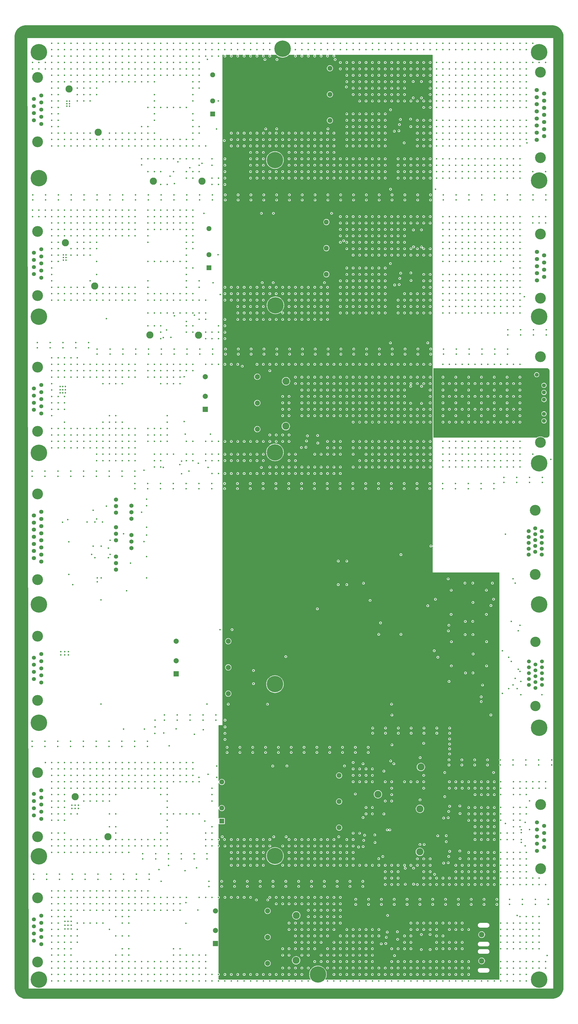
<source format=gbr>
%TF.GenerationSoftware,KiCad,Pcbnew,9.0.3*%
%TF.CreationDate,2025-09-16T14:08:45-04:00*%
%TF.ProjectId,11_CPU_PDU,31315f43-5055-45f5-9044-552e6b696361,rev?*%
%TF.SameCoordinates,Original*%
%TF.FileFunction,Copper,L7,Inr*%
%TF.FilePolarity,Positive*%
%FSLAX46Y46*%
G04 Gerber Fmt 4.6, Leading zero omitted, Abs format (unit mm)*
G04 Created by KiCad (PCBNEW 9.0.3) date 2025-09-16 14:08:45*
%MOMM*%
%LPD*%
G01*
G04 APERTURE LIST*
%TA.AperFunction,ComponentPad*%
%ADD10C,1.498600*%
%TD*%
%TA.AperFunction,ComponentPad*%
%ADD11C,4.000000*%
%TD*%
%TA.AperFunction,ComponentPad*%
%ADD12C,1.575000*%
%TD*%
%TA.AperFunction,ComponentPad*%
%ADD13C,4.216000*%
%TD*%
%TA.AperFunction,ComponentPad*%
%ADD14C,2.800000*%
%TD*%
%TA.AperFunction,ComponentPad*%
%ADD15C,1.560000*%
%TD*%
%TA.AperFunction,ComponentPad*%
%ADD16C,6.400000*%
%TD*%
%TA.AperFunction,ComponentPad*%
%ADD17C,1.650000*%
%TD*%
%TA.AperFunction,ComponentPad*%
%ADD18R,1.950000X1.950000*%
%TD*%
%TA.AperFunction,ComponentPad*%
%ADD19C,1.950000*%
%TD*%
%TA.AperFunction,ComponentPad*%
%ADD20C,1.635000*%
%TD*%
%TA.AperFunction,ComponentPad*%
%ADD21R,2.000000X2.000000*%
%TD*%
%TA.AperFunction,ComponentPad*%
%ADD22C,2.000000*%
%TD*%
%TA.AperFunction,ComponentPad*%
%ADD23C,2.159000*%
%TD*%
%TA.AperFunction,ViaPad*%
%ADD24C,0.600000*%
%TD*%
G04 APERTURE END LIST*
D10*
%TO.N,/v1_Telem*%
%TO.C,J15*%
X385970000Y-277329999D03*
%TO.N,/TELEM_RTN*%
X385970000Y-275039998D03*
%TO.N,/v2_Telem*%
X385970000Y-272749998D03*
%TO.N,/TELEM_RTN*%
X385970000Y-270460000D03*
%TO.N,/v3_Telem*%
X385970000Y-268169999D03*
%TO.N,/TELEM_RTN*%
X388510000Y-278469999D03*
%TO.N,/v4_Telem*%
X388510000Y-276179999D03*
%TO.N,/TELEM_RTN*%
X388510000Y-273889998D03*
%TO.N,/v5_Telem*%
X388510000Y-271600000D03*
%TO.N,/Temp_Telem*%
X388510000Y-269310000D03*
%TO.N,/v6_Telem*%
X391050000Y-277329999D03*
%TO.N,/TELEM_RTN*%
X391050000Y-275039998D03*
%TO.N,/v7_Telem*%
X391050000Y-272749998D03*
%TO.N,/TELEM_RTN*%
X391050000Y-270460000D03*
X391050000Y-268169999D03*
D11*
%TO.N,GNDPWR*%
X388510000Y-260509999D03*
X388510000Y-285510000D03*
%TD*%
D12*
%TO.N,/i1_Telem*%
%TO.C,J14*%
X385950000Y-217469000D03*
%TO.N,/TELEM_RTN*%
X385950000Y-219759000D03*
%TO.N,/i2_Telem*%
X385950000Y-222049000D03*
%TO.N,/TELEM_RTN*%
X385950000Y-224339000D03*
%TO.N,/i3_Telem*%
X385950000Y-226629000D03*
%TO.N,/TELEM_RTN*%
X388490000Y-216324000D03*
%TO.N,/i4_Telem*%
X388490000Y-218614000D03*
%TO.N,/TELEM_RTN*%
X388490000Y-220904000D03*
%TO.N,/i5_Telem*%
X388490000Y-223194000D03*
%TO.N,/TELEM_RTN*%
X388490000Y-225484000D03*
%TO.N,/i6_Telem*%
X391030000Y-217469000D03*
%TO.N,/TELEM_RTN*%
X391030000Y-219759000D03*
%TO.N,/i7_Telem*%
X391030000Y-222049000D03*
%TO.N,/TELEM_RTN*%
X391030000Y-224339000D03*
X391030000Y-226629000D03*
D13*
%TO.N,GNDPWR*%
X388490000Y-234290000D03*
X388490000Y-209300000D03*
%TD*%
D14*
%TO.N,/SSD1_5V*%
%TO.C,SEC_PWR3*%
X295245001Y-384520000D03*
%TD*%
D15*
%TO.N,/V_SEC5_RTN*%
%TO.C,J13*%
X195905001Y-367160000D03*
X195905001Y-369930000D03*
%TO.N,unconnected-(J13-Pad3)*%
X195905001Y-372700000D03*
%TO.N,/V_SEC5_RTN*%
X195905001Y-375470000D03*
X195905001Y-378240000D03*
%TO.N,/V_SEC5_IN*%
X193065001Y-368545000D03*
X193065001Y-371315000D03*
X193065001Y-374085000D03*
X193065001Y-376855000D03*
D13*
%TO.N,GNDPWR*%
X194485001Y-360200000D03*
X194485001Y-385200000D03*
%TD*%
D16*
%TO.N,GNDPWR*%
%TO.C,H4*%
X195000000Y-392000000D03*
%TD*%
D17*
%TO.N,Net-(U22B-OUT_2)*%
%TO.C,J10*%
X225063200Y-210275000D03*
%TO.N,/LVDS_REC_CKT/EN_2*%
X225063200Y-207735000D03*
%TO.N,Net-(J10-Pad3)*%
X225063200Y-205195000D03*
%TD*%
D14*
%TO.N,/Sabertooth_IO/V8p2*%
%TO.C,8.2V1*%
X343902501Y-309244999D03*
%TD*%
%TO.N,/SSD0_5V*%
%TO.C,5V2*%
X291235001Y-176584999D03*
%TD*%
D18*
%TO.N,/Sabertooth_IO/p12V*%
%TO.C,U3*%
X266297501Y-330324999D03*
D19*
%TO.N,/Sabertooth_IO/p12_rtn*%
X266297501Y-325244999D03*
%TO.N,/Sabertooth_IO/REM*%
X266297501Y-315084999D03*
%TO.N,/Sabertooth_IO_12V*%
X312017501Y-332864999D03*
%TO.N,/Sabertooth_IO_RTN*%
X312017501Y-322704999D03*
%TO.N,Net-(U3-TRIM)*%
X312017501Y-312544999D03*
%TD*%
D16*
%TO.N,GNDPWR*%
%TO.C,H19*%
X290000000Y-29690000D03*
%TD*%
D20*
%TO.N,/EN3-*%
%TO.C,J7*%
X195905001Y-229340000D03*
%TO.N,/EN3+*%
X195905001Y-226570000D03*
%TO.N,/TELEM_RTN*%
X195905001Y-223800000D03*
%TO.N,/EN5+*%
X195905001Y-221030000D03*
%TO.N,/TELEM_RTN*%
X195905001Y-218260000D03*
%TO.N,/EN5-*%
X195905001Y-215490000D03*
%TO.N,/EN2+*%
X195905001Y-212720000D03*
%TO.N,/EN2-*%
X195905001Y-209950000D03*
%TO.N,/EN4-*%
X193065001Y-227955000D03*
%TO.N,/EN4+*%
X193065001Y-225185000D03*
%TO.N,/TELEM_RTN*%
X193065001Y-222415000D03*
X193065001Y-219645000D03*
X193065001Y-216875000D03*
%TO.N,/EN1+*%
X193065001Y-214105000D03*
%TO.N,/EN1-*%
X193065001Y-211335000D03*
D13*
%TO.N,GNDPWR*%
X194485001Y-202995000D03*
X194485001Y-236295000D03*
%TD*%
D14*
%TO.N,/V_SEC1_RTN*%
%TO.C,SEC_RTN1*%
X206725001Y-45335000D03*
%TD*%
%TO.N,Net-(F2-Pad2)*%
%TO.C,SEC_RTN2*%
X216715001Y-122055000D03*
%TD*%
D16*
%TO.N,GNDPWR*%
%TO.C,H11*%
X390000000Y-294000000D03*
%TD*%
%TO.N,GNDPWR*%
%TO.C,H10*%
X390000000Y-392000000D03*
%TD*%
D17*
%TO.N,Net-(U22D-OUT_4)*%
%TO.C,J12*%
X231063200Y-224065000D03*
%TO.N,/LVDS_REC_CKT/EN_4*%
X231063200Y-221525000D03*
%TO.N,Net-(J12-Pad3)*%
X231063200Y-218985000D03*
%TD*%
D21*
%TO.N,Net-(U23-+VIN)*%
%TO.C,U23*%
X248505001Y-272989999D03*
D22*
%TO.N,Net-(U23--VIN)*%
X248505001Y-267889999D03*
%TO.N,/V_TELEM*%
X268805001Y-280689999D03*
%TO.N,unconnected-(U23-TRIM-Pad4)*%
X268805001Y-270489999D03*
%TO.N,/V_TELEM_RTN*%
X268805001Y-260289999D03*
%TO.N,unconnected-(U23-REMOTE-Pad6)*%
X248505001Y-260289999D03*
%TD*%
D18*
%TO.N,/Sabertooth_CPU_and_PCIe_Bifurcator/P12V_PDU_DAQ1/p12V*%
%TO.C,U2*%
X261325001Y-114915000D03*
D19*
%TO.N,/Sabertooth_CPU_and_PCIe_Bifurcator/P12V_PDU_DAQ1/p12_rtn*%
X261325001Y-109835000D03*
%TO.N,/Sabertooth_CPU_and_PCIe_Bifurcator/P12V_PDU_DAQ1/REM*%
X261325001Y-99675000D03*
%TO.N,/PCIe_Bifurcator_12V*%
X307045001Y-117455000D03*
%TO.N,/PCIe_Bifurcator_12V_RTN*%
X307045001Y-107295000D03*
%TO.N,Net-(U2-TRIM)*%
X307045001Y-97135000D03*
%TD*%
D16*
%TO.N,GNDPWR*%
%TO.C,H20*%
X303760000Y-390000000D03*
%TD*%
%TO.N,GNDPWR*%
%TO.C,H1*%
X195000000Y-31000000D03*
%TD*%
D17*
%TO.N,Net-(U22C-OUT_3)*%
%TO.C,J11*%
X225063200Y-221035000D03*
%TO.N,/LVDS_REC_CKT/EN_3*%
X225063200Y-218495000D03*
%TO.N,Net-(J11-Pad3)*%
X225063200Y-215955000D03*
%TD*%
D14*
%TO.N,/Sabertooth_IO_5V*%
%TO.C,5V1*%
X343522501Y-325554999D03*
%TD*%
D16*
%TO.N,GNDPWR*%
%TO.C,H21*%
X287000000Y-186770000D03*
%TD*%
D20*
%TO.N,/Sabertooth_p12V_OUT*%
%TO.C,J18*%
X389080000Y-45725000D03*
X389080000Y-48495000D03*
X389080000Y-51265000D03*
X389080000Y-54035000D03*
%TO.N,unconnected-(J18-Pad5)*%
X389080000Y-56805000D03*
%TO.N,unconnected-(J18-Pad6)*%
X389080000Y-59575000D03*
%TO.N,unconnected-(J18-Pad7)*%
X389080000Y-62345000D03*
%TO.N,unconnected-(J18-Pad8)*%
X389080000Y-65115000D03*
%TO.N,/Sabertooth_p12V_RTN*%
X391920000Y-47110000D03*
X391920000Y-49880000D03*
X391920000Y-52650000D03*
X391920000Y-55420000D03*
%TO.N,unconnected-(J18-Pad13)*%
X391920000Y-58190000D03*
%TO.N,unconnected-(J18-Pad14)*%
X391920000Y-60960000D03*
%TO.N,unconnected-(J18-Pad15)*%
X391920000Y-63730000D03*
D13*
%TO.N,GNDPWR*%
X390500000Y-72070000D03*
X390500000Y-38770000D03*
%TD*%
D16*
%TO.N,GNDPWR*%
%TO.C,H22*%
X287000000Y-343890000D03*
%TD*%
D17*
%TO.N,Net-(U22A-OUT_1)*%
%TO.C,J9*%
X231063200Y-212645000D03*
%TO.N,/LVDS_REC_CKT/EN_1*%
X231063200Y-210105000D03*
%TO.N,Net-(J9-Pad3)*%
X231063200Y-207565000D03*
%TD*%
D14*
%TO.N,/Sabertooth_IO_RTN*%
%TO.C,8.2\u002C5\u002C3.3_RTN1*%
X327155001Y-319864999D03*
%TD*%
D16*
%TO.N,GNDPWR*%
%TO.C,H15*%
X195000000Y-187000000D03*
%TD*%
D17*
%TO.N,Net-(U21-R)*%
%TO.C,J8*%
X225063200Y-232455000D03*
%TO.N,/LVDS_REC_CKT/EN_5*%
X225063200Y-229915000D03*
%TO.N,Net-(J8-Pad3)*%
X225063200Y-227375000D03*
%TD*%
D15*
%TO.N,/V_SEC3_RTN*%
%TO.C,J3*%
X195905001Y-318370000D03*
X195905001Y-321140000D03*
%TO.N,unconnected-(J3-Pad3)*%
X195905001Y-323910000D03*
%TO.N,/V_SEC3_RTN*%
X195905001Y-326680000D03*
X195905001Y-329450000D03*
%TO.N,/V_SEC3_IN*%
X193065001Y-319755000D03*
X193065001Y-322525000D03*
X193065001Y-325295000D03*
X193065001Y-328065000D03*
D13*
%TO.N,GNDPWR*%
X194485001Y-311410000D03*
X194485001Y-336410000D03*
%TD*%
D16*
%TO.N,GNDPWR*%
%TO.C,H5*%
X195000000Y-344000000D03*
%TD*%
%TO.N,GNDPWR*%
%TO.C,H18*%
X287190000Y-129530000D03*
%TD*%
D15*
%TO.N,/SSD0_5V_RTN*%
%TO.C,J6*%
X389035000Y-175930000D03*
X389035000Y-173160000D03*
X389035000Y-170390000D03*
X389035000Y-167620000D03*
X389035000Y-164850000D03*
X389035000Y-162080000D03*
X389035000Y-159310000D03*
%TO.N,/SSD0_5V_OUT*%
X389035000Y-156540000D03*
X391875000Y-174545000D03*
X391875000Y-171775000D03*
%TO.N,/SSD0_5V_RTN*%
X391875000Y-169005000D03*
%TO.N,/SSD0_5V_OUT*%
X391875000Y-166235000D03*
X391875000Y-163465000D03*
X391875000Y-160695000D03*
%TO.N,/SSD0_5V_RTN*%
X391875000Y-157925000D03*
D13*
%TO.N,GNDPWR*%
X390455000Y-182885000D03*
X390455000Y-149585000D03*
%TD*%
D16*
%TO.N,GNDPWR*%
%TO.C,H8*%
X195000000Y-134000000D03*
%TD*%
%TO.N,GNDPWR*%
%TO.C,H12*%
X390000000Y-246000000D03*
%TD*%
%TO.N,GNDPWR*%
%TO.C,H3*%
X287000000Y-73000000D03*
%TD*%
%TO.N,GNDPWR*%
%TO.C,H17*%
X195000000Y-246000000D03*
%TD*%
D15*
%TO.N,/V_SEC2_RTN*%
%TO.C,J2*%
X195905001Y-107700000D03*
X195905001Y-110470000D03*
%TO.N,unconnected-(J2-Pad3)*%
X195905001Y-113240000D03*
%TO.N,/V_SEC2_RTN*%
X195905001Y-116010000D03*
X195905001Y-118780000D03*
%TO.N,/V_SEC2_IN*%
X193065001Y-109085000D03*
X193065001Y-111855000D03*
X193065001Y-114625000D03*
X193065001Y-117395000D03*
D13*
%TO.N,GNDPWR*%
X194485001Y-100740000D03*
X194485001Y-125740000D03*
%TD*%
D14*
%TO.N,Net-(F1-Pad2)*%
%TO.C,SEC_PWR1*%
X218085001Y-62185000D03*
%TD*%
D15*
%TO.N,/Sabertooth_IO_12V_OUT*%
%TO.C,J16*%
X389110000Y-341880000D03*
X389110000Y-339110000D03*
%TO.N,unconnected-(J16-Pad3)*%
X389110000Y-336340000D03*
%TO.N,/Sabertooth_IO_5V_OUT*%
X389110000Y-333570000D03*
%TO.N,/Sabertooth_IO_3p3V_OUT*%
X389110000Y-330800000D03*
%TO.N,/Sabertooth_IO_RTN*%
X391950000Y-340495000D03*
X391950000Y-337725000D03*
X391950000Y-334955000D03*
X391950000Y-332185000D03*
D13*
%TO.N,GNDPWR*%
X390530000Y-348840000D03*
X390530000Y-323840000D03*
%TD*%
D20*
%TO.N,unconnected-(J17-Pad1)*%
%TO.C,J17*%
X389090000Y-108740000D03*
%TO.N,unconnected-(J17-Pad2)*%
X389090000Y-111510000D03*
%TO.N,unconnected-(J17-Pad3)*%
X389090000Y-114280000D03*
%TO.N,/PCIe_Bifurcator_12V_OUT*%
X389090000Y-117050000D03*
X389090000Y-119820000D03*
%TO.N,unconnected-(J17-Pad6)*%
X391930000Y-110125000D03*
%TO.N,unconnected-(J17-Pad7)*%
X391930000Y-112895000D03*
%TO.N,/PCIe_Bifurcator_12V_RTN*%
X391930000Y-115665000D03*
X391930000Y-118435000D03*
D13*
%TO.N,GNDPWR*%
X390510000Y-126780000D03*
X390510000Y-101780000D03*
%TD*%
D23*
%TO.N,/SSD1_5V_RTN*%
%TO.C,P2*%
X367580000Y-384730000D03*
%TD*%
D21*
%TO.N,/SSD_PDU/HUB_SSD1/p12V*%
%TO.C,U8*%
X263842501Y-377990000D03*
D22*
%TO.N,/SSD_PDU/HUB_SSD1/p12_rtn*%
X263842501Y-372890000D03*
%TO.N,/SSD1_5V*%
X284142501Y-385690000D03*
%TO.N,Net-(U8-TRIM)*%
X284142501Y-375490000D03*
%TO.N,/SSD1_5V_RTN*%
X284142501Y-365290000D03*
%TO.N,/SSD_PDU/HUB_SSD1/REM*%
X263842501Y-365290000D03*
%TD*%
D14*
%TO.N,/V_SEC2_RTN*%
%TO.C,TP1*%
X205355001Y-105205000D03*
%TD*%
%TO.N,Net-(F3-Pad2)*%
%TO.C,V_SEC_IN1*%
X221885001Y-336364999D03*
%TD*%
D16*
%TO.N,GNDPWR*%
%TO.C,H6*%
X195000000Y-292000000D03*
%TD*%
%TO.N,GNDPWR*%
%TO.C,H7*%
X390000000Y-31000000D03*
%TD*%
%TO.N,GNDPWR*%
%TO.C,H16*%
X390000000Y-191000000D03*
%TD*%
%TO.N,GNDPWR*%
%TO.C,H14*%
X390000000Y-81000000D03*
%TD*%
D15*
%TO.N,/V_SEC1_RTN*%
%TO.C,J1*%
X195905001Y-47830000D03*
X195905001Y-50600000D03*
%TO.N,unconnected-(J1-Pad3)*%
X195905001Y-53370000D03*
%TO.N,/V_SEC1_RTN*%
X195905001Y-56140000D03*
X195905001Y-58910000D03*
%TO.N,/V_SEC1_IN*%
X193065001Y-49215000D03*
X193065001Y-51985000D03*
X193065001Y-54755000D03*
X193065001Y-57525000D03*
D13*
%TO.N,GNDPWR*%
X194485001Y-40870000D03*
X194485001Y-65870000D03*
%TD*%
D14*
%TO.N,/V_TELEM*%
%TO.C,TELEM_PWR1*%
X258595001Y-81255000D03*
%TD*%
%TO.N,/V_TELEM*%
%TO.C,SEC_PWR2*%
X257225001Y-141125000D03*
%TD*%
D15*
%TO.N,/V_TELEM_RTN*%
%TO.C,J5*%
X195905001Y-265294999D03*
X195905001Y-268064999D03*
%TO.N,unconnected-(J5-Pad3)*%
X195905001Y-270834999D03*
%TO.N,/V_TELEM_RTN*%
X195905001Y-273604999D03*
X195905001Y-276374999D03*
%TO.N,/V_TELEM_IN*%
X193065001Y-266679999D03*
X193065001Y-269449999D03*
X193065001Y-272219999D03*
X193065001Y-274989999D03*
D13*
%TO.N,GNDPWR*%
X194485001Y-258334999D03*
X194485001Y-283334999D03*
%TD*%
D23*
%TO.N,/SSD1_5V_OUT*%
%TO.C,P1*%
X367580000Y-374519600D03*
%TD*%
D16*
%TO.N,GNDPWR*%
%TO.C,H2*%
X390000000Y-134000000D03*
%TD*%
D14*
%TO.N,/V_TELEM_RTN*%
%TO.C,TELEM_RTN1*%
X239625001Y-81245000D03*
%TD*%
%TO.N,/SSD0_5V_RTN*%
%TO.C,5V_RTN1*%
X291315001Y-159085000D03*
%TD*%
D15*
%TO.N,/V_SEC4_RTN*%
%TO.C,J4*%
X195905001Y-160535000D03*
X195905001Y-163305000D03*
%TO.N,unconnected-(J4-Pad3)*%
X195905001Y-166075000D03*
%TO.N,/V_SEC4_RTN*%
X195905001Y-168845000D03*
X195905001Y-171615000D03*
%TO.N,/V_SEC4_IN*%
X193065001Y-161920000D03*
X193065001Y-164690000D03*
X193065001Y-167460000D03*
X193065001Y-170230000D03*
D13*
%TO.N,GNDPWR*%
X194485001Y-153575000D03*
X194485001Y-178575000D03*
%TD*%
D14*
%TO.N,/Sabertooth_IO_3p3V*%
%TO.C,3.3V1*%
X343474001Y-342274999D03*
%TD*%
D18*
%TO.N,/Sabertooth_CPU_and_PCIe_Bifurcator/P12V_PDU_DAQ/p12V*%
%TO.C,U1*%
X262695001Y-55045000D03*
D19*
%TO.N,/Sabertooth_CPU_and_PCIe_Bifurcator/P12V_PDU_DAQ/p12_rtn*%
X262695001Y-49965000D03*
%TO.N,/Sabertooth_CPU_and_PCIe_Bifurcator/P12V_PDU_DAQ/REM*%
X262695001Y-39805000D03*
%TO.N,/Sabertooth_p12V*%
X308415001Y-57585000D03*
%TO.N,/Sabertooth_p12V_RTN*%
X308415001Y-47425000D03*
%TO.N,Net-(U1-TRIM)*%
X308415001Y-37265000D03*
%TD*%
D16*
%TO.N,GNDPWR*%
%TO.C,H13*%
X195000000Y-80000000D03*
%TD*%
D14*
%TO.N,/V_SEC3_RTN*%
%TO.C,V_SEC_RTN1*%
X209135001Y-320864999D03*
%TD*%
%TO.N,/SSD1_5V_RTN*%
%TO.C,SEC_RTN4*%
X295325001Y-367020000D03*
%TD*%
D21*
%TO.N,/SSD_PDU/HUB_SSD0/p12V*%
%TO.C,U7*%
X259832501Y-170055000D03*
D22*
%TO.N,/SSD_PDU/HUB_SSD0/p12_rtn*%
X259832501Y-164955000D03*
%TO.N,/SSD0_5V*%
X280132501Y-177755000D03*
%TO.N,Net-(U7-TRIM)*%
X280132501Y-167555000D03*
%TO.N,/SSD0_5V_RTN*%
X280132501Y-157355000D03*
%TO.N,/SSD_PDU/HUB_SSD0/REM*%
X259832501Y-157355000D03*
%TD*%
D16*
%TO.N,GNDPWR*%
%TO.C,H9*%
X287000000Y-277000000D03*
%TD*%
D14*
%TO.N,/V_TELEM_RTN*%
%TO.C,SEC_RTN3*%
X238255001Y-141115000D03*
%TD*%
D24*
%TO.N,/Sabertooth_IO_3p3V*%
X350460000Y-336000000D03*
X349090000Y-263990000D03*
X353790001Y-338330000D03*
X353790001Y-335990001D03*
%TO.N,/Sabertooth_IO_5V*%
X353190000Y-311410000D03*
X372210000Y-311400000D03*
X372210000Y-243930000D03*
X353190000Y-320790000D03*
%TO.N,/SSD0_5V*%
X350520000Y-266520000D03*
X291230000Y-266280000D03*
%TO.N,/SSD0_5V_RTN*%
X315000000Y-167500000D03*
X305000000Y-157500000D03*
X335000000Y-162500000D03*
X300000000Y-157500000D03*
X335000000Y-167500000D03*
X347500000Y-167500000D03*
X305000000Y-162500000D03*
X375000000Y-162500000D03*
X335000000Y-175000000D03*
X320000000Y-162500000D03*
X360000000Y-167500000D03*
X317500000Y-172500000D03*
X342500000Y-172500000D03*
X345000000Y-157500000D03*
X332500000Y-172500000D03*
X380000000Y-172500000D03*
X320000000Y-157500000D03*
X380000000Y-157500000D03*
X340000000Y-175000000D03*
X380000000Y-167500000D03*
X340000000Y-157500000D03*
X327500000Y-172500000D03*
X347500000Y-172500000D03*
X370000000Y-167500000D03*
X345000000Y-175000000D03*
X325000000Y-167500000D03*
X355000000Y-157500000D03*
X337500000Y-172500000D03*
X330000000Y-162500000D03*
X365000000Y-167500000D03*
X375000000Y-172500000D03*
X355000000Y-167500000D03*
X320000000Y-175000000D03*
X375000000Y-157500000D03*
X370000000Y-172500000D03*
X322500000Y-172500000D03*
X370000000Y-162500000D03*
X310000000Y-167500000D03*
X365000000Y-172500000D03*
X325000000Y-162500000D03*
X365000000Y-157500000D03*
X375000000Y-167500000D03*
X315000000Y-162500000D03*
X330000000Y-167500000D03*
X315000000Y-157500000D03*
X310000000Y-162500000D03*
X360000000Y-172500000D03*
X325000000Y-175000000D03*
X320000000Y-167500000D03*
X300000000Y-167500000D03*
X300000000Y-162500000D03*
X310000000Y-157500000D03*
X355000000Y-162500000D03*
X295000000Y-157500000D03*
X305000000Y-167500000D03*
X355000000Y-172500000D03*
X370000000Y-157500000D03*
X365000000Y-162500000D03*
X380000000Y-162500000D03*
X335000000Y-157500000D03*
X360000000Y-157500000D03*
X360000000Y-162500000D03*
X330000000Y-175000000D03*
X312500000Y-172500000D03*
X330000000Y-157500000D03*
X325000000Y-157500000D03*
%TO.N,/Sabertooth_IO_RTN*%
X322500000Y-347500000D03*
X387500000Y-315000000D03*
X377500000Y-355000000D03*
X347500000Y-352500000D03*
X317500000Y-337500000D03*
X342500000Y-347500000D03*
X372500000Y-350000000D03*
X367500000Y-332500000D03*
X345155001Y-339404999D03*
X372500000Y-327500000D03*
X370000000Y-335000000D03*
X367500000Y-327500000D03*
X387500000Y-355000000D03*
X370000000Y-325000000D03*
X325000000Y-315000000D03*
X332500000Y-347500000D03*
X291675001Y-308844999D03*
X329472501Y-327524999D03*
X332500000Y-315000000D03*
X335000000Y-355000000D03*
X362500000Y-350000000D03*
X380000000Y-342500000D03*
X360000000Y-347500000D03*
X343592501Y-305594999D03*
X332500000Y-320000000D03*
X385000000Y-342500000D03*
X340000000Y-315000000D03*
X337500000Y-347500000D03*
X370000000Y-352500000D03*
X345000000Y-345000000D03*
X329064001Y-344104999D03*
X314105001Y-308844999D03*
X372500000Y-332500000D03*
X392500000Y-355000000D03*
X332500000Y-352500000D03*
X367500000Y-345000000D03*
X372500000Y-355000000D03*
X320000000Y-335000000D03*
X372500000Y-345000000D03*
X330000000Y-350000000D03*
X367500000Y-330000000D03*
X325000000Y-310000000D03*
X370000000Y-342500000D03*
X377500000Y-350000000D03*
X350000000Y-355000000D03*
X317500000Y-342500000D03*
X375000000Y-325000000D03*
X362500000Y-327500000D03*
X372500000Y-337500000D03*
X355000000Y-315000000D03*
X380000000Y-347500000D03*
X380000000Y-352500000D03*
X335000000Y-350000000D03*
X382500000Y-315000000D03*
X385000000Y-347500000D03*
X372500000Y-320000000D03*
X345000000Y-315000000D03*
X345000000Y-350000000D03*
X367500000Y-337500000D03*
X365000000Y-335000000D03*
X375000000Y-342500000D03*
X375000000Y-347500000D03*
X360000000Y-315000000D03*
X322500000Y-327500000D03*
X385000000Y-352500000D03*
X330000000Y-355000000D03*
X343562501Y-322054999D03*
X367500000Y-317500000D03*
X385000000Y-317500000D03*
X357500000Y-352500000D03*
X365000000Y-342500000D03*
X347500000Y-347500000D03*
X392500000Y-315000000D03*
X390000000Y-352500000D03*
X352500000Y-352500000D03*
X375000000Y-315000000D03*
X375000000Y-335000000D03*
X382500000Y-327500000D03*
X345000000Y-355000000D03*
X390000000Y-317500000D03*
X362500000Y-345000000D03*
X380000000Y-335000000D03*
X380000000Y-325000000D03*
X377500000Y-345000000D03*
X367500000Y-350000000D03*
X382500000Y-345000000D03*
X329472501Y-310834999D03*
X367500000Y-320000000D03*
X325000000Y-325000000D03*
X370000000Y-347500000D03*
X362500000Y-317500000D03*
X365000000Y-352500000D03*
X360000000Y-352500000D03*
X327500000Y-347500000D03*
X372500000Y-330000000D03*
X382500000Y-330000000D03*
X317500000Y-347500000D03*
X382500000Y-332500000D03*
X385000000Y-320000000D03*
X370000000Y-315000000D03*
X332092501Y-306884999D03*
X385000000Y-325000000D03*
X343524001Y-339414999D03*
X345000000Y-300000000D03*
X357500000Y-347500000D03*
X372500000Y-317500000D03*
X377500000Y-337500000D03*
X382500000Y-350000000D03*
X382500000Y-355000000D03*
X380000000Y-320000000D03*
X375000000Y-352500000D03*
X367500000Y-355000000D03*
X365000000Y-315000000D03*
X365000000Y-347500000D03*
X357500000Y-317500000D03*
X365000000Y-325000000D03*
X380000000Y-317500000D03*
%TO.N,/Sabertooth_p12V*%
X349560000Y-243950000D03*
X349560000Y-84330000D03*
X332060000Y-84330000D03*
X332060000Y-53415000D03*
X307665001Y-60845000D03*
X287695001Y-60845000D03*
%TO.N,/Sabertooth_CPU_and_PCIe_Bifurcator/P12V_PDU_DAQ/p12V*%
X283405001Y-60845000D03*
%TO.N,/Sabertooth_CPU_and_PCIe_Bifurcator/P12V_PDU_DAQ/p12_rtn*%
X267280000Y-65400000D03*
X264950000Y-49960000D03*
X260695001Y-33845000D03*
X283095001Y-33845000D03*
%TO.N,/Sabertooth_p12V_RTN*%
X357500000Y-65000000D03*
X372500000Y-45000000D03*
X367500000Y-45000000D03*
X332500000Y-40000000D03*
X377500000Y-67500000D03*
X332500000Y-50000000D03*
X342500000Y-62500000D03*
X342500000Y-40000000D03*
X382500000Y-60000000D03*
X347500000Y-42500000D03*
X322500000Y-37500000D03*
X337500000Y-37500000D03*
X310465001Y-33855000D03*
X325000000Y-67500000D03*
X382500000Y-47500000D03*
X362500000Y-60000000D03*
X320000000Y-60000000D03*
X362500000Y-52500000D03*
X352500000Y-57500000D03*
X327500000Y-47500000D03*
X377500000Y-52500000D03*
X352500000Y-35000000D03*
X325000000Y-57500000D03*
X340000000Y-50000000D03*
X315000000Y-62500000D03*
X325000000Y-55000000D03*
X337500000Y-47500000D03*
X362500000Y-62500000D03*
X315000000Y-55000000D03*
X330000000Y-55000000D03*
X332500000Y-47500000D03*
X325000000Y-60000000D03*
X357500000Y-67500000D03*
X312500000Y-35000000D03*
X377500000Y-62500000D03*
X377500000Y-65000000D03*
X330000000Y-57500000D03*
X342500000Y-35000000D03*
X352500000Y-50000000D03*
X330000000Y-65000000D03*
X352500000Y-42500000D03*
X367500000Y-60000000D03*
X372500000Y-67500000D03*
X352500000Y-67500000D03*
X347500000Y-40000000D03*
X377500000Y-50000000D03*
X357500000Y-52500000D03*
X320000000Y-55000000D03*
X367500000Y-62500000D03*
X377500000Y-42500000D03*
X352500000Y-60000000D03*
X347500000Y-67500000D03*
X342500000Y-65000000D03*
X362500000Y-47500000D03*
X357500000Y-47500000D03*
X342500000Y-60000000D03*
X382500000Y-62500000D03*
X392500000Y-35000000D03*
X347500000Y-57500000D03*
X362500000Y-67500000D03*
X327500000Y-42500000D03*
X337500000Y-45000000D03*
X367500000Y-37500000D03*
X372500000Y-50000000D03*
X357500000Y-37500000D03*
X357500000Y-45000000D03*
X372500000Y-62500000D03*
X362500000Y-45000000D03*
X377500000Y-45000000D03*
X367500000Y-52500000D03*
X337500000Y-35000000D03*
X382500000Y-67500000D03*
X362500000Y-42500000D03*
X377500000Y-37500000D03*
X352500000Y-65000000D03*
X327500000Y-50000000D03*
X317500000Y-37500000D03*
X367500000Y-47500000D03*
X372500000Y-65000000D03*
X357500000Y-42500000D03*
X332500000Y-37500000D03*
X332500000Y-35000000D03*
X317500000Y-35000000D03*
X347500000Y-35000000D03*
X352500000Y-40000000D03*
X315000000Y-60000000D03*
X315000000Y-57500000D03*
X320000000Y-67500000D03*
X372500000Y-47500000D03*
X382500000Y-37500000D03*
X357500000Y-35000000D03*
X322500000Y-40000000D03*
X315000000Y-67500000D03*
X337500000Y-42500000D03*
X312500000Y-37500000D03*
X322500000Y-35000000D03*
X352500000Y-62500000D03*
X322500000Y-45000000D03*
X382500000Y-40000000D03*
X322500000Y-42500000D03*
X320000000Y-65000000D03*
X330000000Y-62500000D03*
X372500000Y-35000000D03*
X382500000Y-50000000D03*
X342500000Y-37500000D03*
X362500000Y-57500000D03*
X382500000Y-45000000D03*
X322500000Y-47500000D03*
X367500000Y-40000000D03*
X382500000Y-57500000D03*
X367500000Y-65000000D03*
X362500000Y-37500000D03*
X347500000Y-45000000D03*
X325000000Y-62500000D03*
X362500000Y-35000000D03*
X320000000Y-57500000D03*
X327500000Y-45000000D03*
X367500000Y-67500000D03*
X382500000Y-52500000D03*
X382500000Y-35000000D03*
X327500000Y-35000000D03*
X327500000Y-40000000D03*
X342500000Y-50000000D03*
X357500000Y-40000000D03*
X317500000Y-40000000D03*
X382500000Y-42500000D03*
X367500000Y-57500000D03*
X362500000Y-65000000D03*
X387500000Y-35000000D03*
X320000000Y-62500000D03*
X325000000Y-65000000D03*
X357500000Y-60000000D03*
X377500000Y-47500000D03*
X347500000Y-65000000D03*
X342500000Y-67500000D03*
X357500000Y-62500000D03*
X347500000Y-37500000D03*
X372500000Y-40000000D03*
X377500000Y-57500000D03*
X330000000Y-60000000D03*
X367500000Y-35000000D03*
X347500000Y-47500000D03*
X357500000Y-50000000D03*
X362500000Y-40000000D03*
X347500000Y-52500000D03*
X347500000Y-62500000D03*
X372500000Y-52500000D03*
X337500000Y-50000000D03*
X362500000Y-50000000D03*
X372500000Y-57500000D03*
X315000000Y-65000000D03*
X347500000Y-50000000D03*
X377500000Y-35000000D03*
X352500000Y-47500000D03*
X352500000Y-45000000D03*
X332500000Y-45000000D03*
X372500000Y-60000000D03*
X317500000Y-47500000D03*
X322500000Y-50000000D03*
X330000000Y-67500000D03*
X377500000Y-40000000D03*
X287785001Y-33855000D03*
X352500000Y-52500000D03*
X317500000Y-45000000D03*
X382500000Y-65000000D03*
X347500000Y-60000000D03*
X337500000Y-40000000D03*
X317500000Y-42500000D03*
X357500000Y-57500000D03*
X332500000Y-42500000D03*
X372500000Y-37500000D03*
X372500000Y-42500000D03*
X367500000Y-42500000D03*
X377500000Y-60000000D03*
X352500000Y-37500000D03*
X327500000Y-37500000D03*
X342500000Y-57500000D03*
X367500000Y-50000000D03*
%TO.N,/V_SEC1_RTN*%
X347500000Y-30000000D03*
X367500000Y-27500000D03*
X365000000Y-50000000D03*
X217500000Y-37500000D03*
X240000000Y-65000000D03*
X327500000Y-57500000D03*
X212500000Y-47500000D03*
X210000000Y-50000000D03*
X240000000Y-52500000D03*
X235000000Y-30000000D03*
X385000000Y-62500000D03*
X370000000Y-42500000D03*
X340000000Y-72500000D03*
X365000000Y-60000000D03*
X317500000Y-65000000D03*
X340000000Y-40000000D03*
X345000000Y-65000000D03*
X235000000Y-37500000D03*
X227500000Y-37500000D03*
X202500000Y-67500000D03*
X380000000Y-72500000D03*
X355000000Y-80000000D03*
X287500000Y-80000000D03*
X370000000Y-62500000D03*
X297500000Y-27500000D03*
X297500000Y-32500000D03*
X307500000Y-62500000D03*
X317500000Y-55000000D03*
X220000000Y-32500000D03*
X280000000Y-62500000D03*
X365000000Y-42500000D03*
X365000000Y-37500000D03*
X245000000Y-27500000D03*
X215000000Y-45000000D03*
X385000000Y-45000000D03*
X300000000Y-65000000D03*
X202500000Y-27500000D03*
X292500000Y-65000000D03*
X305000000Y-67500000D03*
X240000000Y-57500000D03*
X252500000Y-32500000D03*
X325000000Y-37500000D03*
X350000000Y-75000000D03*
X285000000Y-67500000D03*
X317500000Y-75000000D03*
X215000000Y-65000000D03*
X350000000Y-60000000D03*
X232500000Y-42500000D03*
X380000000Y-30000000D03*
X352500000Y-72500000D03*
X357500000Y-27500000D03*
X365000000Y-75000000D03*
X240000000Y-55000000D03*
X375000000Y-75000000D03*
X385000000Y-65000000D03*
X255000000Y-37500000D03*
X302500000Y-30000000D03*
X285000000Y-77500000D03*
X355000000Y-57500000D03*
X200000000Y-32500000D03*
X320000000Y-35000000D03*
X230000000Y-35000000D03*
X290000000Y-67500000D03*
X215000000Y-47500000D03*
X252500000Y-27500000D03*
X315000000Y-35000000D03*
X375000000Y-47500000D03*
X307500000Y-65000000D03*
X292500000Y-72500000D03*
X302500000Y-67500000D03*
X277500000Y-72500000D03*
X260000000Y-30000000D03*
X325000000Y-75000000D03*
X292500000Y-77500000D03*
X245000000Y-40000000D03*
X220000000Y-67500000D03*
X312500000Y-75000000D03*
X245000000Y-67500000D03*
X320000000Y-42500000D03*
X272500000Y-65000000D03*
X212500000Y-45000000D03*
X220000000Y-42500000D03*
X235000000Y-65000000D03*
X222500000Y-37500000D03*
X302500000Y-32500000D03*
X322500000Y-72500000D03*
X320000000Y-30000000D03*
X202500000Y-52500000D03*
X300000000Y-70000000D03*
X200000000Y-47500000D03*
X217500000Y-42500000D03*
X385000000Y-60000000D03*
X310000000Y-75000000D03*
X252500000Y-52500000D03*
X390000000Y-35000000D03*
X360000000Y-77500000D03*
X357500000Y-77500000D03*
X337500000Y-80000000D03*
X242500000Y-52500000D03*
X295000000Y-75000000D03*
X325000000Y-77500000D03*
X327500000Y-27500000D03*
X200000000Y-62500000D03*
X365000000Y-47500000D03*
X375000000Y-57500000D03*
X387500000Y-77500000D03*
X335000000Y-80000000D03*
X355000000Y-47500000D03*
X375000000Y-67500000D03*
X210000000Y-27500000D03*
X202500000Y-32500000D03*
X247500000Y-67500000D03*
X207500000Y-65000000D03*
X367500000Y-30000000D03*
X340000000Y-35000000D03*
X370000000Y-30000000D03*
X370000000Y-65000000D03*
X277500000Y-80000000D03*
X355000000Y-67500000D03*
X227500000Y-65000000D03*
X206945001Y-51045000D03*
X205000000Y-32500000D03*
X252500000Y-40000000D03*
X250000000Y-32500000D03*
X257500000Y-42500000D03*
X215000000Y-50000000D03*
X222500000Y-27500000D03*
X322500000Y-55000000D03*
X345000000Y-40000000D03*
X235000000Y-27500000D03*
X320000000Y-45000000D03*
X205000000Y-30000000D03*
X232500000Y-37500000D03*
X242500000Y-35000000D03*
X207500000Y-32500000D03*
X370000000Y-47500000D03*
X380000000Y-67500000D03*
X215000000Y-35000000D03*
X370000000Y-57500000D03*
X305000000Y-70000000D03*
X345000000Y-75000000D03*
X380000000Y-27500000D03*
X350000000Y-47500000D03*
X330000000Y-75000000D03*
X350000000Y-80000000D03*
X360000000Y-37500000D03*
X240000000Y-32500000D03*
X275000000Y-30000000D03*
X317500000Y-60000000D03*
X385000000Y-40000000D03*
X280000000Y-32500000D03*
X252500000Y-37500000D03*
X222500000Y-67500000D03*
X265000000Y-30000000D03*
X282500000Y-80000000D03*
X287500000Y-77500000D03*
X367500000Y-80000000D03*
X202500000Y-50000000D03*
X345000000Y-62500000D03*
X200000000Y-60000000D03*
X330000000Y-80000000D03*
X240000000Y-27500000D03*
X350000000Y-35000000D03*
X360000000Y-60000000D03*
X237500000Y-67500000D03*
X340915000Y-48785000D03*
X375000000Y-37500000D03*
X202500000Y-57500000D03*
X330000000Y-27500000D03*
X200000000Y-67500000D03*
X247500000Y-37500000D03*
X280000000Y-75000000D03*
X245000000Y-32500000D03*
X200000000Y-65000000D03*
X217500000Y-30000000D03*
X300000000Y-77500000D03*
X392500000Y-77500000D03*
X375000000Y-30000000D03*
X222500000Y-62500000D03*
X355000000Y-75000000D03*
X207500000Y-35000000D03*
X375000000Y-72500000D03*
X372500000Y-77500000D03*
X247500000Y-32500000D03*
X300000000Y-27500000D03*
X320000000Y-72500000D03*
X377500000Y-27500000D03*
X230000000Y-67500000D03*
X242500000Y-67500000D03*
X340000000Y-27500000D03*
X267500000Y-27500000D03*
X370000000Y-75000000D03*
X230000000Y-32500000D03*
X242500000Y-37500000D03*
X227500000Y-40000000D03*
X272500000Y-67500000D03*
X342500000Y-80000000D03*
X345000000Y-52500000D03*
X227500000Y-27500000D03*
X385000000Y-35000000D03*
X212500000Y-40000000D03*
X350000000Y-77500000D03*
X345000000Y-27500000D03*
X337500000Y-72500000D03*
X380000000Y-45000000D03*
X232500000Y-40000000D03*
X285000000Y-65000000D03*
X355000000Y-77500000D03*
X302500000Y-77500000D03*
X240000000Y-35000000D03*
X350000000Y-42500000D03*
X342500000Y-75000000D03*
X385000000Y-57500000D03*
X327500000Y-72500000D03*
X315000000Y-72500000D03*
X272500000Y-27500000D03*
X327500000Y-62500000D03*
X345000000Y-80000000D03*
X255000000Y-65000000D03*
X320000000Y-75000000D03*
X360000000Y-75000000D03*
X250000000Y-35000000D03*
X310000000Y-30000000D03*
X195000000Y-37500000D03*
X202500000Y-65000000D03*
X240000000Y-40000000D03*
X337500000Y-27500000D03*
X385000000Y-42500000D03*
X312500000Y-72500000D03*
X297500000Y-70000000D03*
X197500000Y-35000000D03*
X307500000Y-32500000D03*
X370000000Y-67500000D03*
X222500000Y-42500000D03*
X220000000Y-37500000D03*
X360000000Y-52500000D03*
X375000000Y-65000000D03*
X257500000Y-67500000D03*
X300000000Y-75000000D03*
X300000000Y-67500000D03*
X200000000Y-30000000D03*
X375000000Y-62500000D03*
X277500000Y-77500000D03*
X350000000Y-27500000D03*
X210000000Y-47500000D03*
X282500000Y-30000000D03*
X365000000Y-77500000D03*
X377500000Y-80000000D03*
X227500000Y-30000000D03*
X375000000Y-27500000D03*
X270000000Y-30000000D03*
X380000000Y-80000000D03*
X370000000Y-72500000D03*
X340000000Y-75000000D03*
X222500000Y-65000000D03*
X215000000Y-67500000D03*
X210000000Y-45000000D03*
X355000000Y-30000000D03*
X247500000Y-35000000D03*
X237500000Y-60000000D03*
X280000000Y-77500000D03*
X225000000Y-35000000D03*
X285000000Y-80000000D03*
X242500000Y-65000000D03*
X335000000Y-35000000D03*
X242500000Y-40000000D03*
X225000000Y-30000000D03*
X215000000Y-37500000D03*
X357500000Y-80000000D03*
X237500000Y-40000000D03*
X307500000Y-70000000D03*
X277500000Y-30000000D03*
X365000000Y-27500000D03*
X270000000Y-62500000D03*
X370000000Y-27500000D03*
X325000000Y-42500000D03*
X255000000Y-57500000D03*
X230000000Y-30000000D03*
X215000000Y-27500000D03*
X297500000Y-67500000D03*
X272500000Y-30000000D03*
X332500000Y-30000000D03*
X360000000Y-72500000D03*
X325000000Y-80000000D03*
X340000000Y-80000000D03*
X237500000Y-30000000D03*
X312500000Y-80000000D03*
X370000000Y-77500000D03*
X300000000Y-30000000D03*
X200000000Y-45000000D03*
X352500000Y-30000000D03*
X355000000Y-42500000D03*
X325000000Y-40000000D03*
X240000000Y-30000000D03*
X377500000Y-75000000D03*
X265000000Y-27500000D03*
X287500000Y-65000000D03*
X227500000Y-32500000D03*
X255000000Y-50000000D03*
X372500000Y-27500000D03*
X280000000Y-27500000D03*
X207500000Y-42500000D03*
X222500000Y-40000000D03*
X255000000Y-27500000D03*
X375000000Y-40000000D03*
X277500000Y-75000000D03*
X232500000Y-65000000D03*
X387500000Y-27500000D03*
X325000000Y-35000000D03*
X315000000Y-42500000D03*
X217500000Y-40000000D03*
X280000000Y-72500000D03*
X317500000Y-67500000D03*
X310000000Y-80000000D03*
X380000000Y-57500000D03*
X255000000Y-67500000D03*
X230000000Y-65000000D03*
X217500000Y-67500000D03*
X355000000Y-60000000D03*
X372500000Y-80000000D03*
X350000000Y-67500000D03*
X360000000Y-67500000D03*
X315000000Y-27500000D03*
X207500000Y-62500000D03*
X385000000Y-47500000D03*
X322500000Y-77500000D03*
X205000000Y-42500000D03*
X235000000Y-67500000D03*
X205000000Y-35000000D03*
X360000000Y-42500000D03*
X260000000Y-32500000D03*
X202500000Y-30000000D03*
X380000000Y-52500000D03*
X315000000Y-40000000D03*
X372500000Y-30000000D03*
X237500000Y-62500000D03*
X345000000Y-77500000D03*
X320000000Y-27500000D03*
X335000000Y-27500000D03*
X290000000Y-77500000D03*
X287500000Y-62500000D03*
X330000000Y-50000000D03*
X375000000Y-45000000D03*
X255000000Y-62500000D03*
X225000000Y-37500000D03*
X257500000Y-37500000D03*
X240000000Y-47500000D03*
X200000000Y-55000000D03*
X345000000Y-72500000D03*
X360000000Y-80000000D03*
X362500000Y-80000000D03*
X360000000Y-30000000D03*
X257500000Y-32500000D03*
X257500000Y-62500000D03*
X350000000Y-50000000D03*
X235000000Y-62500000D03*
X257500000Y-30000000D03*
X370000000Y-40000000D03*
X280000000Y-70000000D03*
X205945001Y-50045000D03*
X280000000Y-65000000D03*
X302500000Y-72500000D03*
X317500000Y-72500000D03*
X232500000Y-62500000D03*
X380000000Y-42500000D03*
X372500000Y-72500000D03*
X230000000Y-42500000D03*
X282500000Y-75000000D03*
X327500000Y-30000000D03*
X357500000Y-75000000D03*
X360000000Y-27500000D03*
X235000000Y-40000000D03*
X212500000Y-27500000D03*
X267500000Y-32500000D03*
X342500000Y-30000000D03*
X325000000Y-47500000D03*
X200000000Y-40000000D03*
X330000000Y-72500000D03*
X385000000Y-27500000D03*
X315000000Y-37500000D03*
X210000000Y-65000000D03*
X215000000Y-62500000D03*
X320000000Y-47500000D03*
X255000000Y-55000000D03*
X375000000Y-60000000D03*
X255000000Y-42500000D03*
X375000000Y-52500000D03*
X237500000Y-32500000D03*
X245000000Y-65000000D03*
X380000000Y-65000000D03*
X355000000Y-27500000D03*
X210000000Y-40000000D03*
X280000000Y-80000000D03*
X227500000Y-42500000D03*
X305000000Y-72500000D03*
X230000000Y-40000000D03*
X300000000Y-72500000D03*
X370000000Y-45000000D03*
X205000000Y-37500000D03*
X350000000Y-45000000D03*
X360000000Y-40000000D03*
X237500000Y-35000000D03*
X202500000Y-62500000D03*
X262500000Y-32500000D03*
X380000000Y-62500000D03*
X280000000Y-67500000D03*
X307500000Y-77500000D03*
X212500000Y-30000000D03*
X202500000Y-47500000D03*
X282500000Y-72500000D03*
X227500000Y-35000000D03*
X222500000Y-35000000D03*
X225000000Y-32500000D03*
X202500000Y-40000000D03*
X232500000Y-32500000D03*
X210000000Y-42500000D03*
X370000000Y-60000000D03*
X247500000Y-65000000D03*
X282500000Y-70000000D03*
X285000000Y-30000000D03*
X307500000Y-67500000D03*
X345000000Y-50000000D03*
X322500000Y-67500000D03*
X232500000Y-67500000D03*
X382500000Y-75000000D03*
X352500000Y-75000000D03*
X307500000Y-80000000D03*
X360000000Y-65000000D03*
X322500000Y-62500000D03*
X365000000Y-52500000D03*
X345000000Y-57500000D03*
X210000000Y-32500000D03*
X222500000Y-30000000D03*
X365000000Y-35000000D03*
X310000000Y-77500000D03*
X355000000Y-35000000D03*
X302500000Y-70000000D03*
X322500000Y-75000000D03*
X317500000Y-30000000D03*
X245000000Y-35000000D03*
X305000000Y-62500000D03*
X350000000Y-62500000D03*
X275000000Y-27500000D03*
X252500000Y-67500000D03*
X317500000Y-57500000D03*
X347500000Y-80000000D03*
X220000000Y-27500000D03*
X322500000Y-60000000D03*
X295000000Y-70000000D03*
X192500000Y-37500000D03*
X330000000Y-37500000D03*
X280000000Y-30000000D03*
X365000000Y-40000000D03*
X205000000Y-67500000D03*
X230000000Y-27500000D03*
X262500000Y-30000000D03*
X347500000Y-77500000D03*
X360000000Y-47500000D03*
X192500000Y-35000000D03*
X282500000Y-62500000D03*
X375000000Y-35000000D03*
X335000000Y-45000000D03*
X305000000Y-75000000D03*
X330000000Y-35000000D03*
X377500000Y-77500000D03*
X245000000Y-37500000D03*
X322500000Y-80000000D03*
X335000000Y-47500000D03*
X205000000Y-65000000D03*
X382500000Y-77500000D03*
X372500000Y-75000000D03*
X330000000Y-45000000D03*
X245000000Y-52500000D03*
X295000000Y-67500000D03*
X202500000Y-60000000D03*
X337500000Y-77500000D03*
X297500000Y-30000000D03*
X225000000Y-65000000D03*
X367500000Y-77500000D03*
X240000000Y-62500000D03*
X327500000Y-80000000D03*
X242500000Y-27500000D03*
X345000000Y-30000000D03*
X230000000Y-62500000D03*
X207500000Y-37500000D03*
X305000000Y-65000000D03*
X320000000Y-77500000D03*
X197500000Y-37500000D03*
X320000000Y-50000000D03*
X220000000Y-30000000D03*
X242500000Y-32500000D03*
X350000000Y-30000000D03*
X345000000Y-35000000D03*
X267500000Y-30000000D03*
X312500000Y-27500000D03*
X340000000Y-77500000D03*
X382500000Y-30000000D03*
X355000000Y-62500000D03*
X307500000Y-75000000D03*
X235000000Y-35000000D03*
X302500000Y-65000000D03*
X355000000Y-52500000D03*
X357500000Y-72500000D03*
X252500000Y-30000000D03*
X257500000Y-45000000D03*
X262500000Y-27500000D03*
X345000000Y-60000000D03*
X375000000Y-42500000D03*
X205945001Y-51045000D03*
X247500000Y-52500000D03*
X237500000Y-65000000D03*
X222500000Y-32500000D03*
X242500000Y-30000000D03*
X380000000Y-37500000D03*
X212500000Y-35000000D03*
X360000000Y-62500000D03*
X205000000Y-27500000D03*
X295000000Y-72500000D03*
X287500000Y-67500000D03*
X320000000Y-37500000D03*
X305000000Y-30000000D03*
X344110000Y-48790000D03*
X207500000Y-27500000D03*
X380000000Y-77500000D03*
X350000000Y-52500000D03*
X225000000Y-42500000D03*
X305000000Y-27500000D03*
X265000000Y-32500000D03*
X227500000Y-67500000D03*
X350000000Y-72500000D03*
X380000000Y-35000000D03*
X365000000Y-65000000D03*
X327500000Y-67500000D03*
X195000000Y-35000000D03*
X297500000Y-75000000D03*
X310000000Y-32500000D03*
X330000000Y-77500000D03*
X335000000Y-75000000D03*
X212500000Y-50000000D03*
X360000000Y-57500000D03*
X295000000Y-32500000D03*
X250000000Y-52500000D03*
X330000000Y-30000000D03*
X317500000Y-27500000D03*
X362500000Y-30000000D03*
X322500000Y-65000000D03*
X365000000Y-45000000D03*
X210000000Y-37500000D03*
X300000000Y-80000000D03*
X380000000Y-60000000D03*
X310000000Y-72500000D03*
X332500000Y-27500000D03*
X355000000Y-50000000D03*
X255000000Y-47500000D03*
X282500000Y-27500000D03*
X355000000Y-37500000D03*
X335000000Y-40000000D03*
X380000000Y-75000000D03*
X210000000Y-62500000D03*
X207500000Y-40000000D03*
X240000000Y-42500000D03*
X277500000Y-67500000D03*
X206945001Y-50045000D03*
X365000000Y-57500000D03*
X365000000Y-62500000D03*
X275000000Y-62500000D03*
X260000000Y-67500000D03*
X350000000Y-57500000D03*
X270000000Y-32500000D03*
X212500000Y-32500000D03*
X220000000Y-35000000D03*
X235000000Y-32500000D03*
X337500000Y-30000000D03*
X217500000Y-27500000D03*
X225000000Y-62500000D03*
X272500000Y-32500000D03*
X250000000Y-40000000D03*
X335000000Y-77500000D03*
X260000000Y-27500000D03*
X355000000Y-45000000D03*
X310000000Y-27500000D03*
X370000000Y-35000000D03*
X257500000Y-60000000D03*
X282500000Y-77500000D03*
X212500000Y-37500000D03*
X277500000Y-65000000D03*
X240000000Y-67500000D03*
X330000000Y-40000000D03*
X325000000Y-27500000D03*
X232500000Y-30000000D03*
X367500000Y-75000000D03*
X315000000Y-30000000D03*
X295000000Y-65000000D03*
X210000000Y-30000000D03*
X225000000Y-40000000D03*
X302500000Y-27500000D03*
X255000000Y-45000000D03*
X365000000Y-30000000D03*
X310000000Y-62500000D03*
X257500000Y-35000000D03*
X315000000Y-75000000D03*
X317500000Y-80000000D03*
X277500000Y-32500000D03*
X232500000Y-27500000D03*
X225000000Y-67500000D03*
X325000000Y-72500000D03*
X315000000Y-77500000D03*
X250000000Y-27500000D03*
X207500000Y-67500000D03*
X297500000Y-77500000D03*
X292500000Y-75000000D03*
X342500000Y-27500000D03*
X382500000Y-72500000D03*
X360000000Y-35000000D03*
X215000000Y-30000000D03*
X215000000Y-40000000D03*
X292500000Y-67500000D03*
X350000000Y-40000000D03*
X200000000Y-37500000D03*
X320000000Y-80000000D03*
X255000000Y-60000000D03*
X362500000Y-72500000D03*
X385000000Y-37500000D03*
X347500000Y-72500000D03*
X200000000Y-35000000D03*
X330000000Y-47500000D03*
X317500000Y-77500000D03*
X367500000Y-72500000D03*
X315000000Y-80000000D03*
X375000000Y-50000000D03*
X237500000Y-37500000D03*
X202500000Y-35000000D03*
X355000000Y-65000000D03*
X340000000Y-30000000D03*
X340000000Y-37500000D03*
X237500000Y-27500000D03*
X202500000Y-37500000D03*
X305000000Y-77500000D03*
X310000000Y-65000000D03*
X305000000Y-32500000D03*
X200000000Y-57500000D03*
X335000000Y-42500000D03*
X282500000Y-67500000D03*
X275000000Y-32500000D03*
X200000000Y-50000000D03*
X347500000Y-27500000D03*
X385000000Y-50000000D03*
X247500000Y-40000000D03*
X235000000Y-42500000D03*
X225000000Y-27500000D03*
X305000000Y-80000000D03*
X215000000Y-32500000D03*
X342500000Y-72500000D03*
X322500000Y-27500000D03*
X292500000Y-80000000D03*
X205945001Y-52045000D03*
X250000000Y-67500000D03*
X255000000Y-32500000D03*
X335000000Y-72500000D03*
X297500000Y-62500000D03*
X370000000Y-50000000D03*
X240000000Y-37500000D03*
X210000000Y-35000000D03*
X245000000Y-30000000D03*
X377500000Y-72500000D03*
X335000000Y-50000000D03*
X342500000Y-77500000D03*
X357500000Y-30000000D03*
X285000000Y-62500000D03*
X250000000Y-37500000D03*
X302500000Y-80000000D03*
X220000000Y-40000000D03*
X347500000Y-75000000D03*
X297500000Y-80000000D03*
X295000000Y-80000000D03*
X270000000Y-65000000D03*
X327500000Y-55000000D03*
X257500000Y-40000000D03*
X277500000Y-62500000D03*
X380000000Y-50000000D03*
X352500000Y-80000000D03*
X327500000Y-65000000D03*
X327500000Y-75000000D03*
X277500000Y-27500000D03*
X330000000Y-42500000D03*
X382500000Y-80000000D03*
X365000000Y-72500000D03*
X275000000Y-67500000D03*
X370000000Y-52500000D03*
X302500000Y-75000000D03*
X350000000Y-37500000D03*
X370000000Y-37500000D03*
X352500000Y-77500000D03*
X327500000Y-60000000D03*
X360000000Y-45000000D03*
X302500000Y-62500000D03*
X237500000Y-52500000D03*
X380000000Y-47500000D03*
X282500000Y-65000000D03*
X375000000Y-77500000D03*
X252500000Y-35000000D03*
X207500000Y-30000000D03*
X220000000Y-65000000D03*
X215000000Y-42500000D03*
X365000000Y-67500000D03*
X295000000Y-77500000D03*
X217500000Y-45000000D03*
X255000000Y-35000000D03*
X250000000Y-30000000D03*
X317500000Y-62500000D03*
X312500000Y-30000000D03*
X212500000Y-67500000D03*
X202500000Y-45000000D03*
X206945001Y-52045000D03*
X335000000Y-30000000D03*
X385000000Y-52500000D03*
X345000000Y-67500000D03*
X202500000Y-42500000D03*
X345000000Y-37500000D03*
X295000000Y-62500000D03*
X352500000Y-27500000D03*
X255000000Y-30000000D03*
X355000000Y-40000000D03*
X295000000Y-30000000D03*
X327500000Y-77500000D03*
X377500000Y-30000000D03*
X337500000Y-75000000D03*
X360000000Y-50000000D03*
X322500000Y-57500000D03*
X322500000Y-30000000D03*
X325000000Y-45000000D03*
X217500000Y-35000000D03*
X312500000Y-77500000D03*
X202500000Y-55000000D03*
X285000000Y-32500000D03*
X297500000Y-65000000D03*
X350000000Y-65000000D03*
X310000000Y-70000000D03*
X212500000Y-42500000D03*
X217500000Y-32500000D03*
X362500000Y-27500000D03*
X375000000Y-80000000D03*
X252500000Y-65000000D03*
X365000000Y-80000000D03*
X282500000Y-32500000D03*
X292500000Y-70000000D03*
X200000000Y-42500000D03*
X270000000Y-27500000D03*
X205000000Y-40000000D03*
X255000000Y-40000000D03*
X310000000Y-67500000D03*
X370000000Y-80000000D03*
X335000000Y-37500000D03*
X290000000Y-62500000D03*
X307500000Y-27500000D03*
X325000000Y-50000000D03*
X300000000Y-32500000D03*
X355000000Y-72500000D03*
X295000000Y-27500000D03*
X277500000Y-70000000D03*
X212500000Y-62500000D03*
X200000000Y-52500000D03*
X205000000Y-62500000D03*
X200000000Y-27500000D03*
X210000000Y-67500000D03*
X290000000Y-65000000D03*
X227500000Y-62500000D03*
X237500000Y-42500000D03*
X247500000Y-27500000D03*
X292500000Y-62500000D03*
X380000000Y-40000000D03*
X240000000Y-50000000D03*
X320000000Y-40000000D03*
X232500000Y-35000000D03*
X300000000Y-62500000D03*
X362500000Y-77500000D03*
X297500000Y-72500000D03*
X307500000Y-30000000D03*
X385000000Y-30000000D03*
X230000000Y-37500000D03*
X272500000Y-62500000D03*
X212500000Y-65000000D03*
X290000000Y-80000000D03*
X285000000Y-27500000D03*
X325000000Y-30000000D03*
X217500000Y-65000000D03*
X250000000Y-65000000D03*
X217500000Y-47500000D03*
X275000000Y-65000000D03*
X247500000Y-30000000D03*
X382500000Y-27500000D03*
X307500000Y-72500000D03*
X270000000Y-67500000D03*
X235000000Y-60000000D03*
X257500000Y-27500000D03*
X362500000Y-75000000D03*
%TO.N,GNDPWR*%
X277640000Y-86540000D03*
X291250000Y-355750000D03*
X325100000Y-294100000D03*
X364500000Y-23000000D03*
X257380000Y-200900000D03*
X271250000Y-355750000D03*
X355090000Y-302190000D03*
X222400000Y-196090000D03*
X354500000Y-23000000D03*
X355000000Y-397500000D03*
X188000000Y-320500000D03*
X392640000Y-86540000D03*
X300000000Y-397500000D03*
X397500000Y-190500000D03*
X337720000Y-146540000D03*
X245500000Y-343000000D03*
X321250000Y-353750000D03*
X391250000Y-198510000D03*
X188000000Y-105500000D03*
X378500000Y-362750000D03*
X307720000Y-146540000D03*
X282720000Y-148540000D03*
X188000000Y-285500000D03*
X254500000Y-23000000D03*
X192640000Y-86540000D03*
X194380000Y-146070000D03*
X358500000Y-360750000D03*
X289500000Y-23000000D03*
X360000000Y-397500000D03*
X232640000Y-86540000D03*
X377640000Y-88540000D03*
X397500000Y-85500000D03*
X188000000Y-265500000D03*
X252640000Y-86540000D03*
X188000000Y-325500000D03*
X330100000Y-296100000D03*
X205000000Y-397500000D03*
X197640000Y-86540000D03*
X397500000Y-390500000D03*
X365000000Y-397500000D03*
X382770000Y-139070000D03*
X237350000Y-301225000D03*
X277720000Y-146540000D03*
X338500000Y-360750000D03*
X252380000Y-198900000D03*
X291250000Y-353750000D03*
X253960000Y-290990000D03*
X302720000Y-146540000D03*
X262640000Y-86540000D03*
X188000000Y-205500000D03*
X368500000Y-362750000D03*
X188000000Y-120500000D03*
X311250000Y-353750000D03*
X312380000Y-200900000D03*
X390000000Y-397500000D03*
X188000000Y-395500000D03*
X348500000Y-362750000D03*
X250500000Y-343000000D03*
X217720000Y-146540000D03*
X262380000Y-200900000D03*
X397500000Y-325500000D03*
X188000000Y-365500000D03*
X188000000Y-380500000D03*
X188000000Y-65500000D03*
X204500000Y-23000000D03*
X397500000Y-70500000D03*
X397500000Y-165500000D03*
X257640000Y-86540000D03*
X397500000Y-335500000D03*
X307380000Y-198900000D03*
X397500000Y-170500000D03*
X192350000Y-299225000D03*
X248960000Y-288990000D03*
X188000000Y-195500000D03*
X302380000Y-198900000D03*
X343500000Y-362750000D03*
X373500000Y-362750000D03*
X294500000Y-23000000D03*
X314500000Y-23000000D03*
X197400000Y-194090000D03*
X299500000Y-23000000D03*
X347380000Y-198900000D03*
X267520000Y-296150000D03*
X260000000Y-397500000D03*
X353500000Y-362750000D03*
X397500000Y-365500000D03*
X394500000Y-23000000D03*
X188000000Y-55500000D03*
X397500000Y-240500000D03*
X367640000Y-86540000D03*
X188000000Y-355500000D03*
X190000000Y-397500000D03*
X188000000Y-45500000D03*
X397500000Y-195500000D03*
X244500000Y-23000000D03*
X334500000Y-23000000D03*
X308350000Y-301575000D03*
X381250000Y-196510000D03*
X397500000Y-250500000D03*
X252720000Y-146540000D03*
X207350000Y-299225000D03*
X232720000Y-148540000D03*
X188000000Y-110500000D03*
X322640000Y-88540000D03*
X188000000Y-290500000D03*
X214380000Y-144070000D03*
X240270000Y-291020000D03*
X227400000Y-196090000D03*
X347720000Y-148540000D03*
X235500000Y-343000000D03*
X188000000Y-370500000D03*
X247720000Y-148540000D03*
X304500000Y-23000000D03*
X317640000Y-86540000D03*
X328500000Y-362750000D03*
X369850000Y-308475000D03*
X359850000Y-306475000D03*
X293350000Y-301575000D03*
X373500000Y-360750000D03*
X188000000Y-240500000D03*
X223000000Y-351000000D03*
X389850000Y-308475000D03*
X283350000Y-303575000D03*
X199500000Y-23000000D03*
X397500000Y-300500000D03*
X283350000Y-301575000D03*
X355100000Y-296100000D03*
X217640000Y-88540000D03*
X397500000Y-130500000D03*
X252720000Y-148540000D03*
X265000000Y-397500000D03*
X350100000Y-294100000D03*
X397500000Y-285500000D03*
X397500000Y-295500000D03*
X372640000Y-86540000D03*
X242640000Y-86540000D03*
X252640000Y-88540000D03*
X192400000Y-194090000D03*
X380000000Y-397500000D03*
X281250000Y-353750000D03*
X307640000Y-86540000D03*
X342380000Y-198900000D03*
X376250000Y-196510000D03*
X367380000Y-198900000D03*
X200000000Y-397500000D03*
X277720000Y-148540000D03*
X309500000Y-23000000D03*
X397500000Y-265500000D03*
X318350000Y-301575000D03*
X207350000Y-301225000D03*
X247720000Y-146540000D03*
X188000000Y-165500000D03*
X397500000Y-230500000D03*
X262720000Y-148540000D03*
X227720000Y-146540000D03*
X217400000Y-196090000D03*
X262720000Y-146540000D03*
X237640000Y-86540000D03*
X387770000Y-141070000D03*
X318500000Y-362750000D03*
X337640000Y-86540000D03*
X232380000Y-198900000D03*
X312380000Y-198900000D03*
X362380000Y-198900000D03*
X287720000Y-146540000D03*
X188000000Y-345500000D03*
X208000000Y-351000000D03*
X363500000Y-360750000D03*
X188000000Y-270500000D03*
X322380000Y-200900000D03*
X397500000Y-90500000D03*
X212350000Y-299225000D03*
X297720000Y-148540000D03*
X222720000Y-148540000D03*
X340000000Y-397500000D03*
X217350000Y-301225000D03*
X188000000Y-25500000D03*
X223000000Y-353000000D03*
X374850000Y-308475000D03*
X379850000Y-308475000D03*
X397500000Y-160500000D03*
X306250000Y-355750000D03*
X317720000Y-146540000D03*
X264500000Y-23000000D03*
X267640000Y-86540000D03*
X386250000Y-196510000D03*
X242720000Y-146540000D03*
X384500000Y-23000000D03*
X397500000Y-55500000D03*
X266250000Y-353750000D03*
X188000000Y-375500000D03*
X306250000Y-353750000D03*
X332640000Y-86540000D03*
X392770000Y-141070000D03*
X281250000Y-355750000D03*
X394850000Y-308475000D03*
X397500000Y-35500000D03*
X188000000Y-140500000D03*
X372380000Y-200900000D03*
X389500000Y-23000000D03*
X382640000Y-88540000D03*
X397500000Y-65500000D03*
X237720000Y-146540000D03*
X302640000Y-88540000D03*
X242380000Y-200900000D03*
X213000000Y-351000000D03*
X276250000Y-353750000D03*
X397500000Y-395500000D03*
X232350000Y-301225000D03*
X327380000Y-200900000D03*
X188000000Y-390500000D03*
X393500000Y-362750000D03*
X298350000Y-301575000D03*
X397500000Y-25500000D03*
X379500000Y-23000000D03*
X213000000Y-353000000D03*
X188000000Y-230500000D03*
X372720000Y-146540000D03*
X232640000Y-88540000D03*
X188000000Y-90500000D03*
X332720000Y-148540000D03*
X376250000Y-198510000D03*
X253960000Y-288990000D03*
X381250000Y-198510000D03*
X297720000Y-146540000D03*
X397500000Y-110500000D03*
X188000000Y-150500000D03*
X305000000Y-397500000D03*
X209380000Y-146070000D03*
X298350000Y-303575000D03*
X267560000Y-293660000D03*
X318350000Y-303575000D03*
X188000000Y-305500000D03*
X302720000Y-148540000D03*
X340100000Y-294100000D03*
X267720000Y-148540000D03*
X372640000Y-88540000D03*
X274500000Y-23000000D03*
X397500000Y-80500000D03*
X197640000Y-88540000D03*
X209380000Y-144070000D03*
X188000000Y-185500000D03*
X214500000Y-23000000D03*
X199380000Y-144070000D03*
X397500000Y-360500000D03*
X350100000Y-296100000D03*
X397500000Y-125500000D03*
X207640000Y-88540000D03*
X342720000Y-148540000D03*
X397500000Y-95500000D03*
X397500000Y-205500000D03*
X317380000Y-200900000D03*
X370000000Y-397500000D03*
X397500000Y-280500000D03*
X359850000Y-308475000D03*
X311250000Y-355750000D03*
X337640000Y-88540000D03*
X228000000Y-353000000D03*
X389850000Y-306475000D03*
X202400000Y-194090000D03*
X217350000Y-299225000D03*
X188000000Y-130500000D03*
X267640000Y-88540000D03*
X397500000Y-225500000D03*
X188000000Y-280500000D03*
X188000000Y-175500000D03*
X325000000Y-397500000D03*
X277380000Y-200900000D03*
X345100000Y-296100000D03*
X266250000Y-355750000D03*
X345100000Y-294100000D03*
X222640000Y-86540000D03*
X279500000Y-23000000D03*
X357380000Y-200900000D03*
X322380000Y-198900000D03*
X349500000Y-23000000D03*
X397500000Y-45500000D03*
X188000000Y-340500000D03*
X374850000Y-306475000D03*
X250500000Y-345000000D03*
X217720000Y-148540000D03*
X260500000Y-345000000D03*
X287640000Y-86540000D03*
X367720000Y-148540000D03*
X397500000Y-115500000D03*
X188000000Y-95500000D03*
X207640000Y-86540000D03*
X267380000Y-200900000D03*
X393500000Y-360750000D03*
X314845001Y-44535000D03*
X288350000Y-301575000D03*
X335100000Y-294100000D03*
X247380000Y-200900000D03*
X332640000Y-88540000D03*
X255000000Y-397500000D03*
X209500000Y-23000000D03*
X397500000Y-385500000D03*
X194380000Y-144070000D03*
X292720000Y-146540000D03*
X330000000Y-397500000D03*
X202350000Y-299225000D03*
X355100000Y-294100000D03*
X357380000Y-198900000D03*
X296250000Y-353750000D03*
X268350000Y-303575000D03*
X284500000Y-23000000D03*
X263960000Y-288990000D03*
X327720000Y-148540000D03*
X397500000Y-30500000D03*
X313350000Y-303575000D03*
X202400000Y-196090000D03*
X199380000Y-146070000D03*
X212640000Y-86540000D03*
X202640000Y-88540000D03*
X397500000Y-200500000D03*
X194500000Y-23000000D03*
X220000000Y-397500000D03*
X217400000Y-194090000D03*
X383500000Y-362750000D03*
X245000000Y-397500000D03*
X240000000Y-397500000D03*
X397500000Y-340500000D03*
X243960000Y-290990000D03*
X225000000Y-397500000D03*
X188000000Y-255500000D03*
X287640000Y-88540000D03*
X188000000Y-160500000D03*
X188000000Y-210500000D03*
X301250000Y-355750000D03*
X397500000Y-355500000D03*
X320000000Y-397500000D03*
X368500000Y-360750000D03*
X282720000Y-146540000D03*
X242720000Y-148540000D03*
X307640000Y-88540000D03*
X240230000Y-296150000D03*
X397500000Y-215500000D03*
X292640000Y-86540000D03*
X272380000Y-198900000D03*
X267380000Y-198900000D03*
X333500000Y-360750000D03*
X329500000Y-23000000D03*
X350000000Y-397500000D03*
X362640000Y-88540000D03*
X188000000Y-215500000D03*
X364850000Y-306475000D03*
X303540000Y-247690000D03*
X217640000Y-86540000D03*
X357720000Y-146540000D03*
X397500000Y-210500000D03*
X188000000Y-225500000D03*
X212400000Y-194090000D03*
X208000000Y-353000000D03*
X224500000Y-23000000D03*
X198000000Y-351000000D03*
X317640000Y-88540000D03*
X312640000Y-86540000D03*
X272720000Y-148540000D03*
X282640000Y-86540000D03*
X344500000Y-23000000D03*
X348500000Y-360750000D03*
X386250000Y-198510000D03*
X237640000Y-88540000D03*
X292380000Y-200900000D03*
X397500000Y-220500000D03*
X397500000Y-320500000D03*
X397500000Y-150500000D03*
X245500000Y-345000000D03*
X192350000Y-301225000D03*
X188000000Y-35500000D03*
X232720000Y-146540000D03*
X219500000Y-23000000D03*
X397500000Y-290500000D03*
X367720000Y-146540000D03*
X218000000Y-353000000D03*
X332380000Y-200900000D03*
X274270000Y-153230000D03*
X343500000Y-360750000D03*
X322640000Y-86540000D03*
X327720000Y-146540000D03*
X227640000Y-86540000D03*
X355090000Y-298320000D03*
X276250000Y-355750000D03*
X357640000Y-86540000D03*
X287380000Y-198900000D03*
X397500000Y-255500000D03*
X197350000Y-299225000D03*
X384850000Y-306475000D03*
X227720000Y-148540000D03*
X286250000Y-355750000D03*
X292380000Y-198900000D03*
X397500000Y-330500000D03*
X278350000Y-303575000D03*
X297640000Y-86540000D03*
X384850000Y-308475000D03*
X342380000Y-200900000D03*
X397500000Y-270500000D03*
X188000000Y-315500000D03*
X188000000Y-310500000D03*
X286250000Y-353750000D03*
X232400000Y-194090000D03*
X392770000Y-139070000D03*
X188000000Y-180500000D03*
X382640000Y-86540000D03*
X316250000Y-353750000D03*
X397500000Y-305500000D03*
X323500000Y-360750000D03*
X322720000Y-146540000D03*
X352720000Y-148540000D03*
X255500000Y-343000000D03*
X377770000Y-139070000D03*
X282380000Y-200900000D03*
X247380000Y-198900000D03*
X257720000Y-146540000D03*
X233000000Y-353000000D03*
X240500000Y-345000000D03*
X307720000Y-148540000D03*
X242380000Y-198900000D03*
X215000000Y-397500000D03*
X347640000Y-88540000D03*
X237380000Y-200900000D03*
X302640000Y-86540000D03*
X287380000Y-200900000D03*
X296250000Y-355750000D03*
X197350000Y-301225000D03*
X397500000Y-75500000D03*
X317380000Y-198900000D03*
X297640000Y-88540000D03*
X252380000Y-200900000D03*
X188000000Y-295500000D03*
X339500000Y-23000000D03*
X358500000Y-362750000D03*
X188000000Y-335500000D03*
X250000000Y-397500000D03*
X229500000Y-23000000D03*
X255500000Y-345000000D03*
X271250000Y-353750000D03*
X188000000Y-170500000D03*
X325100000Y-296100000D03*
X280000000Y-397500000D03*
X278350000Y-301575000D03*
X277380000Y-198900000D03*
X188000000Y-70500000D03*
X188000000Y-330500000D03*
X316250000Y-355750000D03*
X247640000Y-88540000D03*
X188000000Y-350500000D03*
X188000000Y-40500000D03*
X235000000Y-397500000D03*
X362720000Y-148540000D03*
X362380000Y-200900000D03*
X285000000Y-397500000D03*
X397500000Y-40500000D03*
X397500000Y-315500000D03*
X362720000Y-146540000D03*
X228000000Y-351000000D03*
X397500000Y-310500000D03*
X367380000Y-200900000D03*
X363500000Y-362750000D03*
X308350000Y-303575000D03*
X293350000Y-303575000D03*
X288350000Y-303575000D03*
X335100000Y-296100000D03*
X362640000Y-86540000D03*
X337380000Y-198900000D03*
X203000000Y-351000000D03*
X268350000Y-301575000D03*
X372380000Y-198900000D03*
X261250000Y-353750000D03*
X302380000Y-200900000D03*
X257380000Y-198900000D03*
X230000000Y-397500000D03*
X392640000Y-88540000D03*
X318335001Y-319764999D03*
X327380000Y-198900000D03*
X322720000Y-148540000D03*
X352380000Y-198900000D03*
X397500000Y-145500000D03*
X345000000Y-397500000D03*
X258960000Y-290990000D03*
X333500000Y-362750000D03*
X312640000Y-88540000D03*
X369500000Y-23000000D03*
X188000000Y-275500000D03*
X397500000Y-105500000D03*
X273350000Y-303575000D03*
X188000000Y-220500000D03*
X397500000Y-60500000D03*
X347640000Y-86540000D03*
X222640000Y-88540000D03*
X237350000Y-299225000D03*
X328500000Y-360750000D03*
X375000000Y-397500000D03*
X313350000Y-301575000D03*
X307380000Y-200900000D03*
X210000000Y-397500000D03*
X327640000Y-86540000D03*
X267530000Y-298530000D03*
X188000000Y-50500000D03*
X377640000Y-86540000D03*
X323350000Y-301575000D03*
X257720000Y-148540000D03*
X188000000Y-300500000D03*
X238000000Y-353000000D03*
X323350000Y-303575000D03*
X292720000Y-148540000D03*
X397500000Y-155500000D03*
X352640000Y-88540000D03*
X189500000Y-23000000D03*
X192640000Y-88540000D03*
X188000000Y-115500000D03*
X397500000Y-275500000D03*
X352640000Y-86540000D03*
X297380000Y-198900000D03*
X222350000Y-299225000D03*
X232400000Y-196090000D03*
X212400000Y-196090000D03*
X397500000Y-185500000D03*
X342640000Y-86540000D03*
X388500000Y-360750000D03*
X279765001Y-361000000D03*
X397500000Y-175500000D03*
X321250000Y-355750000D03*
X297380000Y-200900000D03*
X188000000Y-30500000D03*
X364850000Y-308475000D03*
X379850000Y-306475000D03*
X318500000Y-360750000D03*
X388500000Y-362750000D03*
X235500000Y-345000000D03*
X357720000Y-148540000D03*
X340100000Y-296100000D03*
X257640000Y-88540000D03*
X248960000Y-290990000D03*
X347720000Y-146540000D03*
X192400000Y-196090000D03*
X212640000Y-88540000D03*
X259500000Y-23000000D03*
X270000000Y-397500000D03*
X188000000Y-190500000D03*
X267720000Y-146540000D03*
X207400000Y-194090000D03*
X188000000Y-245500000D03*
X397500000Y-180500000D03*
X397500000Y-140500000D03*
X247640000Y-86540000D03*
X218000000Y-351000000D03*
X342640000Y-88540000D03*
X227350000Y-299225000D03*
X265635001Y-255759999D03*
X397500000Y-345500000D03*
X269500000Y-23000000D03*
X188000000Y-260500000D03*
X195000000Y-397500000D03*
X232350000Y-299225000D03*
X227350000Y-301225000D03*
X188000000Y-200500000D03*
X198000000Y-353000000D03*
X394850000Y-306475000D03*
X188000000Y-135500000D03*
X315000000Y-397500000D03*
X261250000Y-355750000D03*
X377720000Y-148540000D03*
X397500000Y-235500000D03*
X188000000Y-100500000D03*
X397500000Y-370500000D03*
X239500000Y-23000000D03*
X222350000Y-301225000D03*
X204380000Y-146070000D03*
X282640000Y-88540000D03*
X382770000Y-141070000D03*
X397500000Y-380500000D03*
X385000000Y-397500000D03*
X377770000Y-141070000D03*
X397500000Y-245500000D03*
X397500000Y-120500000D03*
X324500000Y-23000000D03*
X227640000Y-88540000D03*
X233000000Y-351000000D03*
X354850000Y-306475000D03*
X387640000Y-86540000D03*
X234500000Y-23000000D03*
X323500000Y-362750000D03*
X188000000Y-60500000D03*
X312720000Y-148540000D03*
X338500000Y-362750000D03*
X193000000Y-353000000D03*
X222720000Y-146540000D03*
X378500000Y-360750000D03*
X327640000Y-88540000D03*
X282380000Y-198900000D03*
X262640000Y-88540000D03*
X332380000Y-198900000D03*
X188000000Y-385500000D03*
X188000000Y-125500000D03*
X359500000Y-23000000D03*
X262380000Y-198900000D03*
X240500000Y-343000000D03*
X238000000Y-351000000D03*
X203000000Y-353000000D03*
X290000000Y-397500000D03*
X242640000Y-88540000D03*
X188000000Y-360500000D03*
X397500000Y-375500000D03*
X272720000Y-146540000D03*
X222400000Y-194090000D03*
X303350000Y-303575000D03*
X272380000Y-200900000D03*
X313785001Y-104435000D03*
X357640000Y-88540000D03*
X227400000Y-194090000D03*
X240270000Y-293660000D03*
X397500000Y-50500000D03*
X273350000Y-301575000D03*
X310000000Y-397500000D03*
X207400000Y-196090000D03*
X352720000Y-146540000D03*
X317720000Y-148540000D03*
X387640000Y-88540000D03*
X337380000Y-200900000D03*
X342720000Y-146540000D03*
X335000000Y-397500000D03*
X355090000Y-300320000D03*
X188000000Y-155500000D03*
X372720000Y-148540000D03*
X287720000Y-148540000D03*
X352380000Y-200900000D03*
X275000000Y-397500000D03*
X332720000Y-146540000D03*
X258960000Y-288990000D03*
X232380000Y-200900000D03*
X272640000Y-86540000D03*
X188000000Y-145500000D03*
X383500000Y-360750000D03*
X263960000Y-290990000D03*
X214380000Y-146070000D03*
X197400000Y-196090000D03*
X347380000Y-200900000D03*
X303350000Y-301575000D03*
X397500000Y-100500000D03*
X337720000Y-148540000D03*
X272640000Y-88540000D03*
X260500000Y-343000000D03*
X237720000Y-148540000D03*
X202640000Y-86540000D03*
X353500000Y-360750000D03*
X330100000Y-294100000D03*
X387770000Y-139070000D03*
X354850000Y-308475000D03*
X188000000Y-235500000D03*
X374500000Y-23000000D03*
X237380000Y-198900000D03*
X301250000Y-353750000D03*
X212350000Y-301225000D03*
X369850000Y-306475000D03*
X188000000Y-80500000D03*
X395000000Y-397500000D03*
X295000000Y-397500000D03*
X188000000Y-250500000D03*
X202350000Y-301225000D03*
X397500000Y-260500000D03*
X367640000Y-88540000D03*
X243960000Y-288990000D03*
X204380000Y-144070000D03*
X397500000Y-350500000D03*
X312720000Y-146540000D03*
X267560000Y-291020000D03*
X292640000Y-88540000D03*
X397500000Y-135500000D03*
X391250000Y-196510000D03*
X355090000Y-304190000D03*
X188000000Y-75500000D03*
X277640000Y-88540000D03*
X377720000Y-146540000D03*
X249500000Y-23000000D03*
X188000000Y-85500000D03*
X193000000Y-351000000D03*
X319500000Y-23000000D03*
%TO.N,/Sabertooth_CPU_and_PCIe_Bifurcator/P12V_PDU_DAQ1/p12V*%
X282035001Y-120715000D03*
%TO.N,/PCIe_Bifurcator_12V*%
X346570000Y-246480000D03*
X286325001Y-120715000D03*
X306295001Y-120715000D03*
X332030000Y-113285000D03*
X332010000Y-144150000D03*
X346570000Y-144140000D03*
%TO.N,/Sabertooth_CPU_and_PCIe_Bifurcator/P12V_PDU_DAQ1/p12_rtn*%
X281725001Y-93715000D03*
X264830000Y-109850000D03*
X265700000Y-125290000D03*
X259325001Y-93715000D03*
%TO.N,/PCIe_Bifurcator_12V_RTN*%
X357500000Y-120000000D03*
X322500000Y-100000000D03*
X357500000Y-95000000D03*
X322500000Y-107500000D03*
X357500000Y-110000000D03*
X372500000Y-127500000D03*
X377500000Y-97500000D03*
X372500000Y-100000000D03*
X315000000Y-132500000D03*
X347500000Y-130000000D03*
X360000000Y-105000000D03*
X322500000Y-110000000D03*
X362500000Y-117500000D03*
X362500000Y-102500000D03*
X342500000Y-107500000D03*
X370000000Y-122500000D03*
X382500000Y-122500000D03*
X347500000Y-97500000D03*
X377500000Y-127500000D03*
X370000000Y-107500000D03*
X347500000Y-117500000D03*
X377500000Y-125000000D03*
X370000000Y-110000000D03*
X332500000Y-107500000D03*
X357500000Y-125000000D03*
X345000000Y-122500000D03*
X322500000Y-95000000D03*
X347500000Y-95000000D03*
X342500000Y-125000000D03*
X372500000Y-102500000D03*
X335000000Y-132500000D03*
X315000000Y-130000000D03*
X332500000Y-110000000D03*
X362500000Y-112500000D03*
X370000000Y-105000000D03*
X362500000Y-110000000D03*
X317500000Y-110000000D03*
X367500000Y-112500000D03*
X347500000Y-132500000D03*
X325000000Y-120000000D03*
X367500000Y-107500000D03*
X337500000Y-95000000D03*
X362500000Y-132500000D03*
X327500000Y-95000000D03*
X362500000Y-125000000D03*
X315000000Y-120000000D03*
X342500000Y-110000000D03*
X360000000Y-120000000D03*
X360000000Y-125000000D03*
X377500000Y-110000000D03*
X360000000Y-117500000D03*
X320000000Y-120000000D03*
X320000000Y-122500000D03*
X317500000Y-97500000D03*
X320000000Y-132500000D03*
X362500000Y-127500000D03*
X340000000Y-125000000D03*
X337500000Y-110000000D03*
X347500000Y-110000000D03*
X365000000Y-112500000D03*
X352500000Y-117500000D03*
X337500000Y-125000000D03*
X345000000Y-117500000D03*
X342500000Y-95000000D03*
X362500000Y-95000000D03*
X352500000Y-110000000D03*
X362500000Y-100000000D03*
X372500000Y-112500000D03*
X382500000Y-125000000D03*
X382500000Y-127500000D03*
X315000000Y-122500000D03*
X352500000Y-107500000D03*
X342500000Y-97500000D03*
X352500000Y-125000000D03*
X286415001Y-93725000D03*
X312500000Y-95000000D03*
X325000000Y-117500000D03*
X317500000Y-107500000D03*
X330000000Y-122500000D03*
X367500000Y-95000000D03*
X335000000Y-130000000D03*
X352500000Y-105000000D03*
X360000000Y-122500000D03*
X355000000Y-132500000D03*
X357500000Y-127500000D03*
X365000000Y-132500000D03*
X330000000Y-117500000D03*
X382500000Y-105000000D03*
X325000000Y-122500000D03*
X315000000Y-117500000D03*
X347500000Y-120000000D03*
X372500000Y-132500000D03*
X352500000Y-120000000D03*
X377500000Y-117500000D03*
X342500000Y-130000000D03*
X375000000Y-125000000D03*
X312500000Y-100000000D03*
X382500000Y-102500000D03*
X322500000Y-102500000D03*
X352500000Y-100000000D03*
X365000000Y-97500000D03*
X382500000Y-110000000D03*
X382500000Y-117500000D03*
X340000000Y-127500000D03*
X327500000Y-97500000D03*
X357500000Y-100000000D03*
X367500000Y-110000000D03*
X372500000Y-122500000D03*
X340000000Y-132500000D03*
X382500000Y-112500000D03*
X320000000Y-115000000D03*
X312500000Y-97500000D03*
X357500000Y-122500000D03*
X365000000Y-125000000D03*
X360000000Y-107500000D03*
X370000000Y-127500000D03*
X315000000Y-125000000D03*
X362500000Y-107500000D03*
X320000000Y-127500000D03*
X325000000Y-132500000D03*
X340000000Y-130000000D03*
X352500000Y-127500000D03*
X375000000Y-112500000D03*
X347500000Y-107500000D03*
X377500000Y-95000000D03*
X330000000Y-132500000D03*
X370000000Y-132500000D03*
X332500000Y-95000000D03*
X372500000Y-107500000D03*
X325000000Y-125000000D03*
X325000000Y-127500000D03*
X377500000Y-120000000D03*
X332500000Y-105000000D03*
X355000000Y-112500000D03*
X367500000Y-127500000D03*
X380000000Y-107500000D03*
X377500000Y-107500000D03*
X380000000Y-110000000D03*
X377500000Y-122500000D03*
X367500000Y-100000000D03*
X315000000Y-127500000D03*
X345000000Y-132500000D03*
X357500000Y-112500000D03*
X352500000Y-102500000D03*
X352500000Y-95000000D03*
X372500000Y-130000000D03*
X370000000Y-130000000D03*
X357500000Y-132500000D03*
X370000000Y-112500000D03*
X377500000Y-100000000D03*
X355000000Y-125000000D03*
X327500000Y-107500000D03*
X372500000Y-97500000D03*
X382500000Y-107500000D03*
X367500000Y-122500000D03*
X337500000Y-127500000D03*
X317500000Y-105000000D03*
X357500000Y-107500000D03*
X352500000Y-130000000D03*
X382500000Y-115000000D03*
X345000000Y-127500000D03*
X370000000Y-120000000D03*
X372500000Y-110000000D03*
X320000000Y-130000000D03*
X332500000Y-100000000D03*
X337500000Y-105000000D03*
X337500000Y-107500000D03*
X382500000Y-130000000D03*
X325000000Y-130000000D03*
X360000000Y-127500000D03*
X332500000Y-97500000D03*
X345000000Y-125000000D03*
X327500000Y-110000000D03*
X315000000Y-115000000D03*
X342500000Y-127500000D03*
X317500000Y-95000000D03*
X362500000Y-105000000D03*
X322500000Y-97500000D03*
X327500000Y-105000000D03*
X309095001Y-93725000D03*
X367500000Y-132500000D03*
X332500000Y-102500000D03*
X330000000Y-115000000D03*
X380000000Y-112500000D03*
X347500000Y-122500000D03*
X325000000Y-115000000D03*
X370000000Y-117500000D03*
X380000000Y-105000000D03*
X337500000Y-132500000D03*
X347500000Y-125000000D03*
X372500000Y-117500000D03*
X360000000Y-102500000D03*
X312500000Y-102500000D03*
X322500000Y-105000000D03*
X327500000Y-100000000D03*
X352500000Y-122500000D03*
X362500000Y-130000000D03*
X380000000Y-132500000D03*
X337500000Y-102500000D03*
X382500000Y-120000000D03*
X317500000Y-100000000D03*
X367500000Y-120000000D03*
X380000000Y-125000000D03*
X375000000Y-132500000D03*
X360000000Y-112500000D03*
X345000000Y-130000000D03*
X370000000Y-125000000D03*
X320000000Y-117500000D03*
X390000000Y-97500000D03*
X352500000Y-112500000D03*
X372500000Y-125000000D03*
X377500000Y-132500000D03*
X327500000Y-102500000D03*
X337500000Y-97500000D03*
X357500000Y-130000000D03*
X330000000Y-125000000D03*
X382500000Y-132500000D03*
X342500000Y-132500000D03*
X347500000Y-127500000D03*
X380000000Y-102500000D03*
X377500000Y-130000000D03*
X372500000Y-105000000D03*
X390000000Y-95000000D03*
X362500000Y-122500000D03*
X370000000Y-102500000D03*
X367500000Y-130000000D03*
X362500000Y-120000000D03*
X352500000Y-132500000D03*
X337500000Y-130000000D03*
X360000000Y-130000000D03*
X335000000Y-127500000D03*
X320000000Y-125000000D03*
X352500000Y-97500000D03*
X360000000Y-110000000D03*
X312500000Y-105000000D03*
X345000000Y-120000000D03*
X337500000Y-100000000D03*
X360000000Y-97500000D03*
X330000000Y-130000000D03*
X360000000Y-132500000D03*
X330000000Y-120000000D03*
X330000000Y-127500000D03*
X372500000Y-95000000D03*
X317500000Y-102500000D03*
X367500000Y-125000000D03*
X372500000Y-120000000D03*
%TO.N,/V_SEC2_RTN*%
X217500000Y-112500000D03*
X207500000Y-110000000D03*
X377500000Y-102500000D03*
X217500000Y-92500000D03*
X252500000Y-110000000D03*
X270000000Y-127500000D03*
X240000000Y-97500000D03*
X202500000Y-102500000D03*
X272500000Y-122500000D03*
X255000000Y-95000000D03*
X232500000Y-127500000D03*
X202500000Y-127500000D03*
X345000000Y-110000000D03*
X344110000Y-106810000D03*
X365000000Y-100000000D03*
X312500000Y-120000000D03*
X287500000Y-125000000D03*
X340000000Y-95000000D03*
X202500000Y-107500000D03*
X205000000Y-97500000D03*
X195000000Y-95000000D03*
X210000000Y-95000000D03*
X300000000Y-130000000D03*
X237500000Y-100000000D03*
X275000000Y-127500000D03*
X292500000Y-130000000D03*
X322500000Y-130000000D03*
X250000000Y-95000000D03*
X252500000Y-115000000D03*
X252500000Y-102500000D03*
X252500000Y-92500000D03*
X270000000Y-125000000D03*
X330000000Y-100000000D03*
X240000000Y-125000000D03*
X227500000Y-97500000D03*
X212500000Y-127500000D03*
X247500000Y-95000000D03*
X327500000Y-122500000D03*
X205000000Y-122500000D03*
X272500000Y-127500000D03*
X227500000Y-102500000D03*
X207500000Y-122500000D03*
X315000000Y-97500000D03*
X392500000Y-97500000D03*
X355000000Y-122500000D03*
X300000000Y-125000000D03*
X215000000Y-107500000D03*
X210000000Y-100000000D03*
X330000000Y-97500000D03*
X207500000Y-95000000D03*
X212500000Y-122500000D03*
X355000000Y-120000000D03*
X207500000Y-92500000D03*
X232500000Y-102500000D03*
X255000000Y-97500000D03*
X227500000Y-122500000D03*
X277500000Y-130000000D03*
X237500000Y-97500000D03*
X207500000Y-97500000D03*
X365000000Y-120000000D03*
X305000000Y-127500000D03*
X247500000Y-100000000D03*
X212500000Y-105000000D03*
X212500000Y-125000000D03*
X375000000Y-102500000D03*
X240000000Y-92500000D03*
X220000000Y-122500000D03*
X207500000Y-100000000D03*
X225000000Y-95000000D03*
X257500000Y-120000000D03*
X290000000Y-125000000D03*
X317500000Y-127500000D03*
X300000000Y-135000000D03*
X277500000Y-122500000D03*
X312500000Y-130000000D03*
X210000000Y-127500000D03*
X217500000Y-95000000D03*
X237500000Y-102500000D03*
X307500000Y-125000000D03*
X355000000Y-130000000D03*
X202500000Y-105000000D03*
X205000000Y-127500000D03*
X205000000Y-92500000D03*
X365000000Y-127500000D03*
X240000000Y-112500000D03*
X242500000Y-100000000D03*
X215000000Y-110000000D03*
X300000000Y-132500000D03*
X237500000Y-120000000D03*
X280000000Y-127500000D03*
X292500000Y-132500000D03*
X255000000Y-125000000D03*
X292500000Y-127500000D03*
X230000000Y-125000000D03*
X225000000Y-100000000D03*
X255000000Y-105000000D03*
X300000000Y-122500000D03*
X290000000Y-135000000D03*
X222500000Y-100000000D03*
X330000000Y-102500000D03*
X382500000Y-97500000D03*
X330000000Y-95000000D03*
X380000000Y-115000000D03*
X212500000Y-110000000D03*
X355000000Y-117500000D03*
X327500000Y-127500000D03*
X202500000Y-125000000D03*
X322500000Y-127500000D03*
X242500000Y-112500000D03*
X317500000Y-115000000D03*
X322500000Y-125000000D03*
X282500000Y-125000000D03*
X335000000Y-107500000D03*
X205000000Y-102500000D03*
X292500000Y-122500000D03*
X335000000Y-100000000D03*
X252500000Y-105000000D03*
X315000000Y-102500000D03*
X275000000Y-125000000D03*
X322500000Y-122500000D03*
X302500000Y-132500000D03*
X220000000Y-100000000D03*
X212500000Y-95000000D03*
X225000000Y-122500000D03*
X317500000Y-132500000D03*
X207500000Y-102500000D03*
X375000000Y-105000000D03*
X232500000Y-92500000D03*
X267500000Y-125000000D03*
X245000000Y-112500000D03*
X325000000Y-107500000D03*
X380000000Y-100000000D03*
X302500000Y-130000000D03*
X215000000Y-100000000D03*
X322500000Y-120000000D03*
X365000000Y-122500000D03*
X285000000Y-135000000D03*
X275000000Y-122500000D03*
X252500000Y-95000000D03*
X312500000Y-122500000D03*
X195000000Y-92500000D03*
X302500000Y-125000000D03*
X325000000Y-102500000D03*
X302500000Y-135000000D03*
X202500000Y-110000000D03*
X232500000Y-122500000D03*
X252500000Y-97500000D03*
X210000000Y-125000000D03*
X250000000Y-127500000D03*
X230000000Y-127500000D03*
X320000000Y-105000000D03*
X317500000Y-120000000D03*
X225000000Y-92500000D03*
X222500000Y-95000000D03*
X382500000Y-95000000D03*
X325000000Y-100000000D03*
X277500000Y-125000000D03*
X297500000Y-125000000D03*
X222500000Y-97500000D03*
X227500000Y-127500000D03*
X272500000Y-130000000D03*
X387500000Y-97500000D03*
X200000000Y-92500000D03*
X335000000Y-105000000D03*
X355000000Y-107500000D03*
X290000000Y-132500000D03*
X327500000Y-115000000D03*
X202500000Y-92500000D03*
X202500000Y-97500000D03*
X212500000Y-92500000D03*
X360000000Y-95000000D03*
X217500000Y-97500000D03*
X330000000Y-110000000D03*
X380000000Y-122500000D03*
X305000000Y-122500000D03*
X375000000Y-107500000D03*
X280000000Y-135000000D03*
X210000000Y-107500000D03*
X204575001Y-110915000D03*
X325000000Y-95000000D03*
X380000000Y-117500000D03*
X222500000Y-102500000D03*
X225000000Y-127500000D03*
X320000000Y-102500000D03*
X370000000Y-97500000D03*
X242500000Y-95000000D03*
X375000000Y-130000000D03*
X210000000Y-110000000D03*
X200000000Y-125000000D03*
X322500000Y-117500000D03*
X230000000Y-100000000D03*
X277500000Y-132500000D03*
X212500000Y-97500000D03*
X355000000Y-95000000D03*
X275000000Y-135000000D03*
X365000000Y-102500000D03*
X202500000Y-100000000D03*
X237500000Y-92500000D03*
X315000000Y-105000000D03*
X327500000Y-132500000D03*
X210000000Y-92500000D03*
X295000000Y-135000000D03*
X212500000Y-107500000D03*
X200000000Y-110000000D03*
X217500000Y-100000000D03*
X207500000Y-127500000D03*
X210000000Y-102500000D03*
X355000000Y-97500000D03*
X217500000Y-105000000D03*
X320000000Y-97500000D03*
X325000000Y-105000000D03*
X345000000Y-95000000D03*
X297500000Y-127500000D03*
X330000000Y-105000000D03*
X382500000Y-100000000D03*
X252500000Y-117500000D03*
X215000000Y-127500000D03*
X240000000Y-100000000D03*
X197500000Y-92500000D03*
X237500000Y-95000000D03*
X295000000Y-130000000D03*
X280000000Y-125000000D03*
X222500000Y-122500000D03*
X365000000Y-105000000D03*
X317500000Y-130000000D03*
X377500000Y-105000000D03*
X252500000Y-125000000D03*
X205575001Y-110915000D03*
X297500000Y-130000000D03*
X245000000Y-92500000D03*
X272500000Y-135000000D03*
X307500000Y-135000000D03*
X225000000Y-102500000D03*
X355000000Y-105000000D03*
X192500000Y-95000000D03*
X217500000Y-125000000D03*
X210000000Y-105000000D03*
X200000000Y-117500000D03*
X340000000Y-97500000D03*
X341040000Y-106780000D03*
X237500000Y-127500000D03*
X240000000Y-127500000D03*
X365000000Y-117500000D03*
X297500000Y-135000000D03*
X322500000Y-115000000D03*
X335000000Y-97500000D03*
X232500000Y-97500000D03*
X250000000Y-97500000D03*
X210000000Y-97500000D03*
X327500000Y-117500000D03*
X287500000Y-122500000D03*
X250000000Y-100000000D03*
X200000000Y-100000000D03*
X270000000Y-122500000D03*
X317500000Y-122500000D03*
X365000000Y-95000000D03*
X325000000Y-110000000D03*
X380000000Y-120000000D03*
X330000000Y-107500000D03*
X252500000Y-100000000D03*
X217500000Y-127500000D03*
X380000000Y-127500000D03*
X200000000Y-112500000D03*
X232500000Y-100000000D03*
X267500000Y-127500000D03*
X345000000Y-97500000D03*
X197500000Y-95000000D03*
X232500000Y-125000000D03*
X210000000Y-122500000D03*
X317500000Y-117500000D03*
X240000000Y-95000000D03*
X205000000Y-125000000D03*
X355000000Y-110000000D03*
X252500000Y-127500000D03*
X297500000Y-122500000D03*
X375000000Y-122500000D03*
X202500000Y-122500000D03*
X322500000Y-132500000D03*
X200000000Y-115000000D03*
X205000000Y-95000000D03*
X275000000Y-130000000D03*
X225000000Y-97500000D03*
X222500000Y-92500000D03*
X275000000Y-132500000D03*
X355000000Y-100000000D03*
X340000000Y-110000000D03*
X375000000Y-120000000D03*
X202500000Y-95000000D03*
X237500000Y-105000000D03*
X200000000Y-122500000D03*
X327500000Y-130000000D03*
X320000000Y-95000000D03*
X282500000Y-132500000D03*
X220000000Y-102500000D03*
X200000000Y-95000000D03*
X245000000Y-97500000D03*
X237500000Y-122500000D03*
X230000000Y-97500000D03*
X255000000Y-92500000D03*
X287500000Y-135000000D03*
X247500000Y-112500000D03*
X247500000Y-97500000D03*
X305000000Y-135000000D03*
X315000000Y-100000000D03*
X200000000Y-107500000D03*
X227500000Y-92500000D03*
X335000000Y-102500000D03*
X230000000Y-122500000D03*
X300000000Y-127500000D03*
X255000000Y-102500000D03*
X295000000Y-122500000D03*
X250000000Y-92500000D03*
X335000000Y-95000000D03*
X387500000Y-95000000D03*
X367500000Y-102500000D03*
X227500000Y-95000000D03*
X227500000Y-125000000D03*
X215000000Y-105000000D03*
X367500000Y-97500000D03*
X245000000Y-127500000D03*
X307500000Y-130000000D03*
X312500000Y-125000000D03*
X297500000Y-132500000D03*
X365000000Y-110000000D03*
X250000000Y-112500000D03*
X282500000Y-130000000D03*
X315000000Y-107500000D03*
X212500000Y-100000000D03*
X222500000Y-127500000D03*
X200000000Y-127500000D03*
X355000000Y-127500000D03*
X302500000Y-127500000D03*
X295000000Y-127500000D03*
X280000000Y-130000000D03*
X370000000Y-100000000D03*
X220000000Y-95000000D03*
X392500000Y-95000000D03*
X242500000Y-125000000D03*
X357500000Y-117500000D03*
X272500000Y-125000000D03*
X205575001Y-111915000D03*
X367500000Y-105000000D03*
X242500000Y-92500000D03*
X375000000Y-127500000D03*
X247500000Y-92500000D03*
X217500000Y-102500000D03*
X207500000Y-107500000D03*
X315000000Y-95000000D03*
X302500000Y-122500000D03*
X272500000Y-132500000D03*
X217500000Y-117500000D03*
X305000000Y-132500000D03*
X255000000Y-107500000D03*
X335000000Y-110000000D03*
X320000000Y-107500000D03*
X220000000Y-92500000D03*
X252500000Y-112500000D03*
X357500000Y-102500000D03*
X267500000Y-122500000D03*
X222500000Y-125000000D03*
X282500000Y-135000000D03*
X327500000Y-120000000D03*
X312500000Y-127500000D03*
X280000000Y-132500000D03*
X230000000Y-102500000D03*
X325000000Y-97500000D03*
X312500000Y-132500000D03*
X345000000Y-107500000D03*
X362500000Y-97500000D03*
X202500000Y-112500000D03*
X220000000Y-127500000D03*
X225000000Y-125000000D03*
X217500000Y-107500000D03*
X242500000Y-97500000D03*
X237500000Y-125000000D03*
X247500000Y-125000000D03*
X290000000Y-122500000D03*
X245000000Y-95000000D03*
X232500000Y-95000000D03*
X365000000Y-107500000D03*
X305000000Y-125000000D03*
X285000000Y-122500000D03*
X367500000Y-117500000D03*
X252500000Y-120000000D03*
X305000000Y-130000000D03*
X230000000Y-95000000D03*
X255000000Y-100000000D03*
X220000000Y-125000000D03*
X280000000Y-122500000D03*
X317500000Y-125000000D03*
X375000000Y-97500000D03*
X327500000Y-125000000D03*
X380000000Y-130000000D03*
X282500000Y-122500000D03*
X357500000Y-97500000D03*
X200000000Y-102500000D03*
X215000000Y-125000000D03*
X200000000Y-120000000D03*
X255000000Y-127500000D03*
X255000000Y-115000000D03*
X292500000Y-135000000D03*
X375000000Y-95000000D03*
X295000000Y-125000000D03*
X365000000Y-130000000D03*
X207500000Y-125000000D03*
X375000000Y-117500000D03*
X285000000Y-125000000D03*
X215000000Y-120000000D03*
X200000000Y-97500000D03*
X252500000Y-107500000D03*
X375000000Y-110000000D03*
X340000000Y-107500000D03*
X355000000Y-102500000D03*
X245000000Y-125000000D03*
X204575001Y-111915000D03*
X357500000Y-105000000D03*
X282500000Y-127500000D03*
X242500000Y-127500000D03*
X260000000Y-127500000D03*
X380000000Y-97500000D03*
X245000000Y-100000000D03*
X205575001Y-109915000D03*
X320000000Y-100000000D03*
X375000000Y-100000000D03*
X205000000Y-100000000D03*
X307500000Y-127500000D03*
X307500000Y-132500000D03*
X204575001Y-109915000D03*
X227500000Y-100000000D03*
X277500000Y-127500000D03*
X380000000Y-95000000D03*
X215000000Y-95000000D03*
X295000000Y-132500000D03*
X215000000Y-102500000D03*
X215000000Y-97500000D03*
X277500000Y-135000000D03*
X192500000Y-92500000D03*
X292500000Y-125000000D03*
X257500000Y-127500000D03*
X252500000Y-122500000D03*
X237500000Y-112500000D03*
X370000000Y-95000000D03*
X230000000Y-92500000D03*
X360000000Y-100000000D03*
X215000000Y-92500000D03*
X247500000Y-127500000D03*
X200000000Y-105000000D03*
X320000000Y-110000000D03*
X212500000Y-102500000D03*
X220000000Y-97500000D03*
X250000000Y-125000000D03*
X307500000Y-122500000D03*
X257500000Y-122500000D03*
%TO.N,/Sabertooth_IO/p12V*%
X260925001Y-312084999D03*
X259710000Y-330330000D03*
X286535001Y-336414999D03*
X266455001Y-336414999D03*
%TO.N,/Sabertooth_IO_12V*%
X321340000Y-328930000D03*
X333350000Y-307980000D03*
X371190000Y-246400000D03*
X321340000Y-307980000D03*
X332600000Y-289010000D03*
X311885001Y-336414999D03*
X332608750Y-300608750D03*
X291365001Y-336414999D03*
X371170000Y-288990000D03*
%TO.N,/Sabertooth_IO/p12_rtn*%
X264355001Y-308874999D03*
X264360000Y-313300000D03*
X286145001Y-308874999D03*
X257380000Y-313300000D03*
%TO.N,/V_SEC3_RTN*%
X240000000Y-340000000D03*
X362500000Y-355000000D03*
X272500000Y-337500000D03*
X215000000Y-307500000D03*
X382500000Y-347500000D03*
X342500000Y-345000000D03*
X310000000Y-342500000D03*
X305000000Y-340000000D03*
X282500000Y-337500000D03*
X335000000Y-352500000D03*
X312500000Y-342500000D03*
X207500000Y-312500000D03*
X202500000Y-340000000D03*
X222500000Y-327500000D03*
X210000000Y-307500000D03*
X235000000Y-340000000D03*
X295000000Y-342500000D03*
X247500000Y-327500000D03*
X217500000Y-322500000D03*
X235000000Y-310000000D03*
X240000000Y-337500000D03*
X225000000Y-335000000D03*
X275000000Y-347500000D03*
X337820000Y-354880000D03*
X227500000Y-307500000D03*
X345000000Y-312500000D03*
X212500000Y-342500000D03*
X377500000Y-335000000D03*
X285000000Y-340000000D03*
X262500000Y-322500000D03*
X330000000Y-322500000D03*
X255000000Y-312500000D03*
X277500000Y-340000000D03*
X310000000Y-340000000D03*
X205000000Y-320000000D03*
X355000000Y-317500000D03*
X317500000Y-340000000D03*
X300000000Y-337500000D03*
X375000000Y-355000000D03*
X225000000Y-310000000D03*
X282500000Y-340000000D03*
X367500000Y-335000000D03*
X242500000Y-315000000D03*
X232500000Y-310000000D03*
X352500000Y-355000000D03*
X222500000Y-307500000D03*
X320000000Y-347500000D03*
X200000000Y-312500000D03*
X365000000Y-327500000D03*
X252500000Y-315000000D03*
X332500000Y-322500000D03*
X222500000Y-322500000D03*
X332500000Y-350000000D03*
X277500000Y-345000000D03*
X222500000Y-320000000D03*
X212500000Y-340000000D03*
X375000000Y-317500000D03*
X370000000Y-320000000D03*
X232500000Y-340000000D03*
X312500000Y-345000000D03*
X250000000Y-312500000D03*
X365000000Y-355000000D03*
X235000000Y-307500000D03*
X385000000Y-345000000D03*
X202500000Y-320000000D03*
X275000000Y-342500000D03*
X330000000Y-352500000D03*
X232500000Y-337500000D03*
X202500000Y-315000000D03*
X357500000Y-315000000D03*
X365000000Y-337500000D03*
X360000000Y-317500000D03*
X255000000Y-327500000D03*
X225000000Y-327500000D03*
X245000000Y-317500000D03*
X225000000Y-337500000D03*
X222500000Y-340000000D03*
X227500000Y-317500000D03*
X305000000Y-337500000D03*
X260000000Y-335000000D03*
X225000000Y-307500000D03*
X200000000Y-327500000D03*
X245000000Y-337500000D03*
X202500000Y-327500000D03*
X207885001Y-325364999D03*
X217500000Y-340000000D03*
X217500000Y-310000000D03*
X242500000Y-307500000D03*
X252500000Y-310000000D03*
X225000000Y-320000000D03*
X242500000Y-312500000D03*
X307500000Y-340000000D03*
X227500000Y-312500000D03*
X385000000Y-355000000D03*
X365000000Y-320000000D03*
X230000000Y-315000000D03*
X357500000Y-355000000D03*
X237500000Y-317500000D03*
X220000000Y-320000000D03*
X272500000Y-347500000D03*
X202500000Y-325000000D03*
X392500000Y-317500000D03*
X360000000Y-355000000D03*
X325000000Y-347500000D03*
X237500000Y-312500000D03*
X372500000Y-342500000D03*
X307500000Y-345000000D03*
X385000000Y-327500000D03*
X245000000Y-340000000D03*
X210000000Y-342500000D03*
X215000000Y-320000000D03*
X205000000Y-322500000D03*
X385000000Y-350000000D03*
X290000000Y-340000000D03*
X330000000Y-315000000D03*
X267500000Y-340000000D03*
X270000000Y-347500000D03*
X280000000Y-347500000D03*
X245000000Y-315000000D03*
X227500000Y-315000000D03*
X380000000Y-345000000D03*
X270000000Y-345000000D03*
X365000000Y-332500000D03*
X215000000Y-310000000D03*
X302500000Y-347500000D03*
X262500000Y-332500000D03*
X292500000Y-342500000D03*
X200000000Y-325000000D03*
X380000000Y-327500000D03*
X262500000Y-317500000D03*
X315000000Y-347500000D03*
X370000000Y-355000000D03*
X315000000Y-345000000D03*
X362500000Y-330000000D03*
X207500000Y-340000000D03*
X205000000Y-325000000D03*
X222500000Y-312500000D03*
X202500000Y-307500000D03*
X235000000Y-312500000D03*
X370000000Y-337500000D03*
X262500000Y-337500000D03*
X277500000Y-347500000D03*
X212500000Y-310000000D03*
X320000000Y-310000000D03*
X305000000Y-347500000D03*
X245000000Y-322500000D03*
X380000000Y-355000000D03*
X200000000Y-307500000D03*
X252500000Y-327500000D03*
X380000000Y-350000000D03*
X242500000Y-327500000D03*
X209135001Y-325364999D03*
X200000000Y-337500000D03*
X212500000Y-337500000D03*
X230000000Y-340000000D03*
X267327240Y-337482483D03*
X245000000Y-335000000D03*
X390000000Y-355000000D03*
X207500000Y-310000000D03*
X240000000Y-307500000D03*
X297500000Y-342500000D03*
X387500000Y-352500000D03*
X232500000Y-315000000D03*
X315000000Y-340000000D03*
X265000000Y-337500000D03*
X362500000Y-352500000D03*
X282500000Y-342500000D03*
X245000000Y-312500000D03*
X257500000Y-327500000D03*
X360000000Y-350000000D03*
X225000000Y-340000000D03*
X372500000Y-315000000D03*
X215000000Y-337500000D03*
X202500000Y-337500000D03*
X220000000Y-340000000D03*
X212500000Y-315000000D03*
X227500000Y-342500000D03*
X377500000Y-352500000D03*
X292500000Y-347500000D03*
X372500000Y-352500000D03*
X362500000Y-315000000D03*
X285000000Y-337500000D03*
X372500000Y-325000000D03*
X322500000Y-315000000D03*
X347500000Y-345000000D03*
X332500000Y-317500000D03*
X260000000Y-337500000D03*
X205000000Y-337500000D03*
X202500000Y-342500000D03*
X377500000Y-347500000D03*
X292500000Y-340000000D03*
X255000000Y-310000000D03*
X272500000Y-342500000D03*
X347500000Y-355000000D03*
X222500000Y-310000000D03*
X362500000Y-325000000D03*
X240000000Y-310000000D03*
X367500000Y-325000000D03*
X220000000Y-342500000D03*
X272500000Y-340000000D03*
X387500000Y-317500000D03*
X297500000Y-340000000D03*
X205000000Y-330000000D03*
X350000000Y-352500000D03*
X205000000Y-307500000D03*
X240000000Y-315000000D03*
X305000000Y-342500000D03*
X202500000Y-312500000D03*
X365000000Y-350000000D03*
X322500000Y-312500000D03*
X370000000Y-345000000D03*
X215000000Y-315000000D03*
X365000000Y-317500000D03*
X380000000Y-315000000D03*
X217500000Y-342500000D03*
X280000000Y-345000000D03*
X372500000Y-335000000D03*
X317500000Y-312500000D03*
X222500000Y-332500000D03*
X370000000Y-350000000D03*
X215000000Y-312500000D03*
X202500000Y-322500000D03*
X227500000Y-337500000D03*
X292500000Y-345000000D03*
X315000000Y-342500000D03*
X362500000Y-347500000D03*
X222500000Y-317500000D03*
X207500000Y-327500000D03*
X295000000Y-337500000D03*
X262500000Y-320000000D03*
X297500000Y-345000000D03*
X230000000Y-312500000D03*
X217500000Y-320000000D03*
X317500000Y-335000000D03*
X202500000Y-335000000D03*
X292500000Y-337500000D03*
X200000000Y-320000000D03*
X237500000Y-310000000D03*
X390000000Y-315000000D03*
X230000000Y-337500000D03*
X275000000Y-340000000D03*
X275000000Y-345000000D03*
X217500000Y-312500000D03*
X210000000Y-315000000D03*
X297500000Y-337500000D03*
X225000000Y-332500000D03*
X300000000Y-342500000D03*
X307500000Y-337500000D03*
X382500000Y-342500000D03*
X212500000Y-307500000D03*
X375000000Y-330000000D03*
X317500000Y-307500000D03*
X222500000Y-342500000D03*
X210000000Y-337500000D03*
X207500000Y-317500000D03*
X212500000Y-317500000D03*
X280000000Y-342500000D03*
X337500000Y-315000000D03*
X257500000Y-315000000D03*
X300000000Y-345000000D03*
X205000000Y-342500000D03*
X312500000Y-340000000D03*
X370000000Y-330000000D03*
X302500000Y-342500000D03*
X380000000Y-330000000D03*
X242500000Y-340000000D03*
X250000000Y-307500000D03*
X202500000Y-317500000D03*
X232500000Y-307500000D03*
X345000000Y-347500000D03*
X320000000Y-315000000D03*
X200000000Y-342500000D03*
X217500000Y-307500000D03*
X382500000Y-352500000D03*
X237500000Y-340000000D03*
X315000000Y-337500000D03*
X210000000Y-317500000D03*
X232500000Y-312500000D03*
X382500000Y-325000000D03*
X207500000Y-315000000D03*
X210000000Y-340000000D03*
X375000000Y-350000000D03*
X245000000Y-332500000D03*
X215000000Y-322500000D03*
X317500000Y-310000000D03*
X342500000Y-315000000D03*
X325000000Y-312500000D03*
X207500000Y-337500000D03*
X220000000Y-322500000D03*
X200000000Y-340000000D03*
X297500000Y-347500000D03*
X205000000Y-312500000D03*
X242500000Y-310000000D03*
X205000000Y-317500000D03*
X255000000Y-315000000D03*
X212500000Y-322500000D03*
X250000000Y-327500000D03*
X277500000Y-342500000D03*
X242500000Y-317500000D03*
X205000000Y-340000000D03*
X270000000Y-340000000D03*
X367500000Y-342500000D03*
X217500000Y-337500000D03*
X375000000Y-320000000D03*
X200000000Y-317500000D03*
X322500000Y-310000000D03*
X245000000Y-307500000D03*
X210385001Y-324114999D03*
X197500000Y-307500000D03*
X385000000Y-315000000D03*
X205000000Y-310000000D03*
X317500000Y-345000000D03*
X382500000Y-320000000D03*
X275000000Y-337500000D03*
X335000000Y-347500000D03*
X245000000Y-325000000D03*
X242500000Y-337500000D03*
X310000000Y-337500000D03*
X280000000Y-340000000D03*
X300000000Y-347500000D03*
X290000000Y-347500000D03*
X380000000Y-332500000D03*
X202500000Y-310000000D03*
X320000000Y-312500000D03*
X310000000Y-347500000D03*
X207885001Y-324114999D03*
X302500000Y-337500000D03*
X370000000Y-332500000D03*
X302500000Y-345000000D03*
X250000000Y-310000000D03*
X200000000Y-310000000D03*
X307500000Y-347500000D03*
X380000000Y-337500000D03*
X300000000Y-340000000D03*
X317500000Y-315000000D03*
X245000000Y-330000000D03*
X272500000Y-345000000D03*
X210000000Y-312500000D03*
X210000000Y-327500000D03*
X207500000Y-342500000D03*
X230000000Y-317500000D03*
X270000000Y-337500000D03*
X235000000Y-317500000D03*
X207500000Y-307500000D03*
X242500000Y-335000000D03*
X220000000Y-317500000D03*
X355000000Y-355000000D03*
X247500000Y-310000000D03*
X322500000Y-325000000D03*
X342500000Y-355000000D03*
X365000000Y-330000000D03*
X345000000Y-317500000D03*
X305000000Y-345000000D03*
X375000000Y-327500000D03*
X262500000Y-340000000D03*
X347500000Y-350000000D03*
X332500000Y-355000000D03*
X330000000Y-347500000D03*
X302500000Y-340000000D03*
X282500000Y-345000000D03*
X237500000Y-307500000D03*
X280000000Y-337500000D03*
X205000000Y-327500000D03*
X295000000Y-340000000D03*
X205000000Y-335000000D03*
X247500000Y-307500000D03*
X235000000Y-337500000D03*
X230000000Y-342500000D03*
X247500000Y-315000000D03*
X227500000Y-310000000D03*
X240000000Y-317500000D03*
X200000000Y-330000000D03*
X225000000Y-312500000D03*
X205000000Y-315000000D03*
X209135001Y-324114999D03*
X355000000Y-352500000D03*
X217500000Y-317500000D03*
X252500000Y-307500000D03*
X377500000Y-342500000D03*
X232500000Y-317500000D03*
X310000000Y-345000000D03*
X367500000Y-315000000D03*
X270000000Y-342500000D03*
X237500000Y-337500000D03*
X277500000Y-337500000D03*
X227500000Y-340000000D03*
X220000000Y-315000000D03*
X247500000Y-312500000D03*
X325000000Y-327500000D03*
X225000000Y-342500000D03*
X265000000Y-340000000D03*
X282500000Y-347500000D03*
X215000000Y-317500000D03*
X370000000Y-327500000D03*
X200000000Y-315000000D03*
X222500000Y-315000000D03*
X307500000Y-342500000D03*
X225000000Y-317500000D03*
X375000000Y-337500000D03*
X220000000Y-310000000D03*
X245000000Y-310000000D03*
X367500000Y-347500000D03*
X200000000Y-335000000D03*
X340000000Y-347500000D03*
X295000000Y-345000000D03*
X260000000Y-340000000D03*
X220000000Y-312500000D03*
X372500000Y-347500000D03*
X210385001Y-325364999D03*
X215000000Y-342500000D03*
X357500000Y-350000000D03*
X200000000Y-322500000D03*
X242500000Y-320000000D03*
X245000000Y-327500000D03*
X375000000Y-345000000D03*
X295000000Y-347500000D03*
X312500000Y-347500000D03*
X230000000Y-310000000D03*
X370000000Y-317500000D03*
X215000000Y-340000000D03*
X210000000Y-310000000D03*
X202500000Y-330000000D03*
X212500000Y-312500000D03*
X240000000Y-312500000D03*
X220000000Y-307500000D03*
X341040000Y-354860000D03*
X217500000Y-315000000D03*
X255000000Y-307500000D03*
X365000000Y-345000000D03*
X252500000Y-312500000D03*
X345000000Y-352500000D03*
X212500000Y-320000000D03*
X362500000Y-342500000D03*
X230000000Y-307500000D03*
X382500000Y-317500000D03*
X262500000Y-335000000D03*
X225000000Y-315000000D03*
X250000000Y-315000000D03*
X235000000Y-315000000D03*
X367500000Y-352500000D03*
X237500000Y-315000000D03*
X245000000Y-320000000D03*
%TO.N,/SSD_PDU/HUB_SSD0/p12_rtn*%
X261900000Y-179660000D03*
X252092502Y-179670000D03*
%TO.N,/V_SEC4_RTN*%
X317500000Y-170000000D03*
X335000000Y-172500000D03*
X207500000Y-157500000D03*
X362500000Y-162500000D03*
X322500000Y-160000000D03*
X203325001Y-162375000D03*
X237500000Y-177500000D03*
X337500000Y-157500000D03*
X232500000Y-185000000D03*
X210000000Y-155000000D03*
X347500000Y-160000000D03*
X372500000Y-172500000D03*
X227500000Y-157500000D03*
X332500000Y-165000000D03*
X227500000Y-175000000D03*
X320000000Y-190000000D03*
X367500000Y-162500000D03*
X372500000Y-157500000D03*
X382500000Y-167500000D03*
X355000000Y-165000000D03*
X372500000Y-187500000D03*
X307500000Y-162500000D03*
X277500000Y-182500000D03*
X222500000Y-180000000D03*
X327500000Y-165000000D03*
X227500000Y-160000000D03*
X217500000Y-190000000D03*
X290000000Y-152500000D03*
X377500000Y-175000000D03*
X375000000Y-152500000D03*
X217500000Y-157500000D03*
X220000000Y-180000000D03*
X382500000Y-192500000D03*
X292500000Y-152500000D03*
X335000000Y-182500000D03*
X355000000Y-152500000D03*
X387500000Y-187500000D03*
X225000000Y-157500000D03*
X317500000Y-162500000D03*
X345000000Y-187500000D03*
X315000000Y-170000000D03*
X330000000Y-182500000D03*
X325000000Y-152500000D03*
X337500000Y-162500000D03*
X380000000Y-182500000D03*
X227500000Y-187500000D03*
X297500000Y-162500000D03*
X367500000Y-167500000D03*
X202500000Y-182500000D03*
X202500000Y-177500000D03*
X360000000Y-165000000D03*
X337500000Y-165000000D03*
X382500000Y-160000000D03*
X232500000Y-180000000D03*
X317500000Y-152500000D03*
X337500000Y-190000000D03*
X337500000Y-182500000D03*
X327500000Y-192500000D03*
X360000000Y-160000000D03*
X372500000Y-175000000D03*
X375000000Y-160000000D03*
X200000000Y-182500000D03*
X380000000Y-190000000D03*
X347500000Y-182500000D03*
X340000000Y-187500000D03*
X317500000Y-175000000D03*
X357500000Y-170000000D03*
X222500000Y-152500000D03*
X272500000Y-152500000D03*
X347500000Y-187500000D03*
X322500000Y-152500000D03*
X245000000Y-175000000D03*
X367500000Y-182500000D03*
X365000000Y-187500000D03*
X280000000Y-152500000D03*
X310000000Y-160000000D03*
X325000000Y-185000000D03*
X327500000Y-167500000D03*
X367500000Y-170000000D03*
X230000000Y-190000000D03*
X200000000Y-160000000D03*
X217500000Y-182500000D03*
X357500000Y-192500000D03*
X242500000Y-155000000D03*
X377500000Y-182500000D03*
X230000000Y-180000000D03*
X320000000Y-192500000D03*
X355000000Y-160000000D03*
X295000000Y-152500000D03*
X330000000Y-190000000D03*
X300000000Y-170000000D03*
X200000000Y-167500000D03*
X225000000Y-155000000D03*
X250000000Y-155000000D03*
X325000000Y-170000000D03*
X232500000Y-155000000D03*
X250000000Y-157500000D03*
X307500000Y-152500000D03*
X242500000Y-160000000D03*
X377500000Y-172500000D03*
X332500000Y-192500000D03*
X245000000Y-160000000D03*
X205000000Y-157500000D03*
X200000000Y-170000000D03*
X335000000Y-187500000D03*
X237500000Y-182500000D03*
X315000000Y-160000000D03*
X327500000Y-187500000D03*
X247500000Y-157500000D03*
X290000000Y-167500000D03*
X367500000Y-172500000D03*
X365000000Y-165000000D03*
X345000000Y-182500000D03*
X260000000Y-182500000D03*
X315000000Y-165000000D03*
X337500000Y-192500000D03*
X342500000Y-192500000D03*
X357500000Y-175000000D03*
X317500000Y-192500000D03*
X337500000Y-187500000D03*
X202500000Y-150000000D03*
X292500000Y-167500000D03*
X300000000Y-160000000D03*
X205000000Y-165000000D03*
X287500000Y-180000000D03*
X372500000Y-152500000D03*
X202500000Y-185000000D03*
X347500000Y-170000000D03*
X377500000Y-162500000D03*
X362500000Y-192500000D03*
X200000000Y-165000000D03*
X352500000Y-192500000D03*
X300000000Y-152500000D03*
X230000000Y-155000000D03*
X362500000Y-190000000D03*
X330000000Y-172500000D03*
X330000000Y-187500000D03*
X362500000Y-170000000D03*
X302500000Y-152500000D03*
X325000000Y-190000000D03*
X370000000Y-185000000D03*
X240000000Y-182500000D03*
X337500000Y-167500000D03*
X337500000Y-170000000D03*
X340000000Y-192500000D03*
X375000000Y-190000000D03*
X270000000Y-152500000D03*
X227500000Y-185000000D03*
X377500000Y-160000000D03*
X345000000Y-152500000D03*
X225000000Y-175000000D03*
X370000000Y-175000000D03*
X290000000Y-182500000D03*
X302500000Y-165000000D03*
X215000000Y-182500000D03*
X367500000Y-192500000D03*
X382500000Y-157500000D03*
X322500000Y-167500000D03*
X335000000Y-152500000D03*
X330000000Y-152500000D03*
X200000000Y-150000000D03*
X377500000Y-170000000D03*
X357500000Y-160000000D03*
X357500000Y-152500000D03*
X287500000Y-182500000D03*
X382500000Y-190000000D03*
X225000000Y-182500000D03*
X362500000Y-172500000D03*
X200000000Y-177500000D03*
X337500000Y-185000000D03*
X347500000Y-192500000D03*
X222500000Y-160000000D03*
X302500000Y-160000000D03*
X215000000Y-152500000D03*
X200000000Y-172500000D03*
X335000000Y-190000000D03*
X290000000Y-165000000D03*
X312500000Y-160000000D03*
X337500000Y-175000000D03*
X347500000Y-162500000D03*
X340000000Y-190000000D03*
X207500000Y-182500000D03*
X380000000Y-165000000D03*
X297500000Y-172500000D03*
X360000000Y-192500000D03*
X352500000Y-185000000D03*
X317500000Y-187500000D03*
X325000000Y-165000000D03*
X242500000Y-157500000D03*
X290000000Y-180000000D03*
X360000000Y-187500000D03*
X357500000Y-185000000D03*
X240000000Y-177500000D03*
X205000000Y-150000000D03*
X370000000Y-160000000D03*
X302500000Y-170000000D03*
X222500000Y-155000000D03*
X377500000Y-152500000D03*
X382500000Y-182500000D03*
X227500000Y-155000000D03*
X370000000Y-152500000D03*
X305000000Y-152500000D03*
X377500000Y-190000000D03*
X362500000Y-157500000D03*
X292500000Y-170000000D03*
X242500000Y-180000000D03*
X345000000Y-172500000D03*
X312500000Y-157500000D03*
X380000000Y-170000000D03*
X217500000Y-185000000D03*
X222500000Y-185000000D03*
X352500000Y-167500000D03*
X260000000Y-152500000D03*
X340000000Y-172500000D03*
X342500000Y-187500000D03*
X225000000Y-160000000D03*
X217500000Y-177500000D03*
X352500000Y-172500000D03*
X347500000Y-157500000D03*
X382500000Y-175000000D03*
X205000000Y-152500000D03*
X317500000Y-167500000D03*
X342500000Y-152500000D03*
X335000000Y-170000000D03*
X380000000Y-152500000D03*
X242500000Y-152500000D03*
X290000000Y-170000000D03*
X367500000Y-152500000D03*
X342500000Y-175000000D03*
X327500000Y-185000000D03*
X382500000Y-165000000D03*
X232500000Y-152500000D03*
X365000000Y-182500000D03*
X205000000Y-155000000D03*
X357500000Y-157500000D03*
X345000000Y-170000000D03*
X355000000Y-175000000D03*
X322500000Y-192500000D03*
X290000000Y-172500000D03*
X240000000Y-180000000D03*
X332500000Y-190000000D03*
X325000000Y-172500000D03*
X340000000Y-182500000D03*
X200000000Y-155000000D03*
X302500000Y-172500000D03*
X302500000Y-157500000D03*
X375000000Y-185000000D03*
X252500000Y-155000000D03*
X202500000Y-155000000D03*
X212500000Y-180000000D03*
X380000000Y-185000000D03*
X285000000Y-155000000D03*
X362500000Y-175000000D03*
X210000000Y-157500000D03*
X320000000Y-152500000D03*
X322500000Y-175000000D03*
X307500000Y-172500000D03*
X245000000Y-155000000D03*
X205325001Y-163625000D03*
X220000000Y-187500000D03*
X222500000Y-175000000D03*
X377500000Y-187500000D03*
X310000000Y-172500000D03*
X302500000Y-162500000D03*
X370000000Y-190000000D03*
X342500000Y-157500000D03*
X377500000Y-165000000D03*
X217500000Y-152500000D03*
X332500000Y-167500000D03*
X362500000Y-160000000D03*
X365000000Y-152500000D03*
X305000000Y-170000000D03*
X307500000Y-157500000D03*
X370000000Y-165000000D03*
X285000000Y-180000000D03*
X327500000Y-175000000D03*
X327500000Y-160000000D03*
X312500000Y-162500000D03*
X362500000Y-165000000D03*
X297500000Y-165000000D03*
X237500000Y-152500000D03*
X370000000Y-187500000D03*
X307500000Y-170000000D03*
X377500000Y-185000000D03*
X322500000Y-165000000D03*
X232500000Y-190000000D03*
X325000000Y-192500000D03*
X245000000Y-172500000D03*
X220000000Y-155000000D03*
X325000000Y-187500000D03*
X367500000Y-185000000D03*
X230000000Y-187500000D03*
X320000000Y-165000000D03*
X310000000Y-152500000D03*
X250000000Y-152500000D03*
X332500000Y-185000000D03*
X372500000Y-165000000D03*
X220000000Y-185000000D03*
X327500000Y-162500000D03*
X295000000Y-160000000D03*
X332500000Y-162500000D03*
X265000000Y-152500000D03*
X322500000Y-162500000D03*
X225000000Y-152500000D03*
X330000000Y-160000000D03*
X312500000Y-167500000D03*
X297500000Y-170000000D03*
X202500000Y-157500000D03*
X305000000Y-160000000D03*
X245000000Y-182500000D03*
X287500000Y-152500000D03*
X365000000Y-190000000D03*
X262500000Y-152500000D03*
X220000000Y-182500000D03*
X332500000Y-152500000D03*
X382500000Y-162500000D03*
X247500000Y-160000000D03*
X245000000Y-157500000D03*
X352500000Y-190000000D03*
X227500000Y-152500000D03*
X339910000Y-167650000D03*
X217500000Y-155000000D03*
X210000000Y-182500000D03*
X202500000Y-167500000D03*
X327500000Y-152500000D03*
X382500000Y-170000000D03*
X237500000Y-155000000D03*
X345000000Y-185000000D03*
X372500000Y-190000000D03*
X352500000Y-170000000D03*
X342500000Y-185000000D03*
X210000000Y-177500000D03*
X205000000Y-185000000D03*
X245000000Y-180000000D03*
X225000000Y-190000000D03*
X312500000Y-165000000D03*
X212500000Y-157500000D03*
X267500000Y-152500000D03*
X342500000Y-160000000D03*
X242500000Y-182500000D03*
X205000000Y-180000000D03*
X372500000Y-182500000D03*
X232500000Y-182500000D03*
X330000000Y-185000000D03*
X352500000Y-157500000D03*
X212500000Y-177500000D03*
X367500000Y-175000000D03*
X310000000Y-170000000D03*
X297500000Y-152500000D03*
X222500000Y-157500000D03*
X335000000Y-185000000D03*
X205325001Y-162375000D03*
X332500000Y-170000000D03*
X380000000Y-175000000D03*
X247500000Y-152500000D03*
X375000000Y-170000000D03*
X322500000Y-187500000D03*
X220000000Y-177500000D03*
X275000000Y-182500000D03*
X215000000Y-185000000D03*
X285000000Y-152500000D03*
X300000000Y-172500000D03*
X322500000Y-170000000D03*
X375000000Y-187500000D03*
X207500000Y-180000000D03*
X367500000Y-160000000D03*
X200000000Y-157500000D03*
X200000000Y-180000000D03*
X340000000Y-152500000D03*
X360000000Y-185000000D03*
X200000000Y-162500000D03*
X362500000Y-152500000D03*
X342500000Y-182500000D03*
X240000000Y-155000000D03*
X245000000Y-152500000D03*
X344150000Y-167690000D03*
X240000000Y-152500000D03*
X307500000Y-165000000D03*
X230000000Y-157500000D03*
X220000000Y-190000000D03*
X357500000Y-187500000D03*
X380000000Y-192500000D03*
X335000000Y-160000000D03*
X225000000Y-177500000D03*
X382500000Y-172500000D03*
X340000000Y-185000000D03*
X210000000Y-152500000D03*
X312500000Y-170000000D03*
X322500000Y-190000000D03*
X210000000Y-150000000D03*
X335000000Y-165000000D03*
X270000000Y-182500000D03*
X245000000Y-177500000D03*
X282500000Y-182500000D03*
X352500000Y-162500000D03*
X342500000Y-170000000D03*
X204325001Y-161125000D03*
X372500000Y-185000000D03*
X232500000Y-157500000D03*
X335000000Y-192500000D03*
X360000000Y-170000000D03*
X345000000Y-160000000D03*
X357500000Y-172500000D03*
X255000000Y-152500000D03*
X220000000Y-160000000D03*
X252500000Y-152500000D03*
X332500000Y-175000000D03*
X380000000Y-187500000D03*
X327500000Y-190000000D03*
X382500000Y-187500000D03*
X285000000Y-182500000D03*
X330000000Y-192500000D03*
X272500000Y-182500000D03*
X212500000Y-155000000D03*
X222500000Y-172500000D03*
X212500000Y-152500000D03*
X370000000Y-182500000D03*
X215000000Y-180000000D03*
X375000000Y-192500000D03*
X205000000Y-170000000D03*
X205000000Y-182500000D03*
X317500000Y-160000000D03*
X345000000Y-190000000D03*
X317500000Y-165000000D03*
X292500000Y-180000000D03*
X355000000Y-170000000D03*
X360000000Y-190000000D03*
X215000000Y-155000000D03*
X347500000Y-152500000D03*
X352500000Y-187500000D03*
X370000000Y-170000000D03*
X220000000Y-152500000D03*
X204325001Y-162375000D03*
X340000000Y-160000000D03*
X222500000Y-177500000D03*
X305000000Y-165000000D03*
X365000000Y-192500000D03*
X375000000Y-165000000D03*
X230000000Y-182500000D03*
X205000000Y-167500000D03*
X372500000Y-162500000D03*
X217500000Y-187500000D03*
X355000000Y-182500000D03*
X362500000Y-182500000D03*
X332500000Y-157500000D03*
X232500000Y-177500000D03*
X282500000Y-152500000D03*
X342500000Y-190000000D03*
X372500000Y-170000000D03*
X207500000Y-152500000D03*
X204325001Y-163625000D03*
X362500000Y-187500000D03*
X365000000Y-185000000D03*
X225000000Y-185000000D03*
X347500000Y-190000000D03*
X362500000Y-167500000D03*
X337500000Y-160000000D03*
X247500000Y-155000000D03*
X320000000Y-182500000D03*
X327500000Y-170000000D03*
X352500000Y-152500000D03*
X320000000Y-185000000D03*
X377500000Y-167500000D03*
X320000000Y-160000000D03*
X227500000Y-182500000D03*
X352500000Y-175000000D03*
X347500000Y-185000000D03*
X330000000Y-170000000D03*
X227500000Y-177500000D03*
X322500000Y-185000000D03*
X225000000Y-180000000D03*
X225000000Y-172500000D03*
X212500000Y-182500000D03*
X365000000Y-160000000D03*
X327500000Y-182500000D03*
X352500000Y-160000000D03*
X325000000Y-160000000D03*
X265000000Y-182500000D03*
X302500000Y-167500000D03*
X377500000Y-157500000D03*
X237500000Y-180000000D03*
X382500000Y-185000000D03*
X375000000Y-175000000D03*
X340000000Y-170000000D03*
X355000000Y-190000000D03*
X307500000Y-167500000D03*
X347500000Y-175000000D03*
X267500000Y-182500000D03*
X330000000Y-165000000D03*
X215000000Y-157500000D03*
X332500000Y-187500000D03*
X355000000Y-185000000D03*
X202500000Y-165000000D03*
X207500000Y-150000000D03*
X357500000Y-182500000D03*
X297500000Y-160000000D03*
X255000000Y-155000000D03*
X230000000Y-185000000D03*
X372500000Y-192500000D03*
X305000000Y-172500000D03*
X292500000Y-182500000D03*
X347500000Y-165000000D03*
X360000000Y-152500000D03*
X300000000Y-165000000D03*
X372500000Y-160000000D03*
X205325001Y-161125000D03*
X355000000Y-187500000D03*
X250000000Y-160000000D03*
X360000000Y-182500000D03*
X230000000Y-152500000D03*
X360000000Y-175000000D03*
X317500000Y-157500000D03*
X280000000Y-182500000D03*
X297500000Y-167500000D03*
X255000000Y-182500000D03*
X332500000Y-160000000D03*
X222500000Y-190000000D03*
X317500000Y-185000000D03*
X367500000Y-157500000D03*
X227500000Y-180000000D03*
X242500000Y-177500000D03*
X225000000Y-187500000D03*
X370000000Y-192500000D03*
X352500000Y-182500000D03*
X292500000Y-165000000D03*
X210000000Y-180000000D03*
X357500000Y-165000000D03*
X380000000Y-160000000D03*
X372500000Y-167500000D03*
X337500000Y-152500000D03*
X207500000Y-155000000D03*
X362500000Y-185000000D03*
X355000000Y-192500000D03*
X327500000Y-157500000D03*
X365000000Y-170000000D03*
X200000000Y-152500000D03*
X202500000Y-180000000D03*
X315000000Y-172500000D03*
X252500000Y-182500000D03*
X262500000Y-182500000D03*
X345000000Y-192500000D03*
X357500000Y-167500000D03*
X237500000Y-157500000D03*
X315000000Y-152500000D03*
X322500000Y-157500000D03*
X382500000Y-152500000D03*
X312500000Y-152500000D03*
X320000000Y-172500000D03*
X367500000Y-190000000D03*
X292500000Y-172500000D03*
X367500000Y-165000000D03*
X207500000Y-177500000D03*
X227500000Y-190000000D03*
X220000000Y-175000000D03*
X220000000Y-157500000D03*
X203325001Y-161125000D03*
X210000000Y-185000000D03*
X202500000Y-170000000D03*
X357500000Y-190000000D03*
X200000000Y-185000000D03*
X212500000Y-185000000D03*
X310000000Y-165000000D03*
X352500000Y-165000000D03*
X357500000Y-162500000D03*
X222500000Y-182500000D03*
X205000000Y-175000000D03*
X205000000Y-177500000D03*
X207500000Y-185000000D03*
X230000000Y-177500000D03*
X365000000Y-175000000D03*
X202500000Y-152500000D03*
X232500000Y-187500000D03*
X375000000Y-182500000D03*
X320000000Y-170000000D03*
X367500000Y-187500000D03*
X297500000Y-157500000D03*
X203325001Y-163625000D03*
X222500000Y-187500000D03*
X317500000Y-182500000D03*
X217500000Y-180000000D03*
X332500000Y-182500000D03*
X307500000Y-160000000D03*
X240000000Y-157500000D03*
X215000000Y-177500000D03*
X377500000Y-192500000D03*
X325000000Y-182500000D03*
X322500000Y-182500000D03*
%TO.N,/SSD_PDU/HUB_SSD1/p12V*%
X257005001Y-364930000D03*
%TO.N,/SSD_PDU/HUB_SSD1/p12_rtn*%
X252275003Y-362029998D03*
X252270000Y-370070000D03*
%TO.N,/SSD1_5V_RTN*%
X295000000Y-370000000D03*
X300000000Y-380000000D03*
X342500000Y-372500000D03*
X312500000Y-375000000D03*
X355000000Y-380000000D03*
X312500000Y-380000000D03*
X340000000Y-380000000D03*
X297500000Y-372500000D03*
X300000000Y-375000000D03*
X350000000Y-375000000D03*
X325000000Y-377500000D03*
X350000000Y-370000000D03*
X297500000Y-382500000D03*
X317500000Y-390000000D03*
X315000000Y-382500000D03*
X320000000Y-377500000D03*
X337500000Y-377500000D03*
X307500000Y-372500000D03*
X312500000Y-390000000D03*
X320000000Y-382500000D03*
X292500000Y-372500000D03*
X357500000Y-385000000D03*
X335000000Y-387500000D03*
X350000000Y-380000000D03*
X362500000Y-372500000D03*
X295000000Y-375000000D03*
X362500000Y-385000000D03*
X320000000Y-387500000D03*
X302500000Y-385000000D03*
X292500000Y-382500000D03*
X317500000Y-380000000D03*
X300000000Y-370000000D03*
X357500000Y-390000000D03*
X347500000Y-372500000D03*
X327500000Y-390000000D03*
X330000000Y-387500000D03*
X347500000Y-390000000D03*
X325000000Y-372500000D03*
X345000000Y-370000000D03*
X297500000Y-377500000D03*
X302500000Y-377500000D03*
X322500000Y-390000000D03*
X352500000Y-385000000D03*
X360000000Y-387500000D03*
X322500000Y-385000000D03*
X335000000Y-380000000D03*
X337500000Y-390000000D03*
X295000000Y-387500000D03*
X310000000Y-382500000D03*
X292500000Y-390000000D03*
X310000000Y-370000000D03*
X337500000Y-385000000D03*
X315000000Y-387500000D03*
X357500000Y-372500000D03*
X317500000Y-375000000D03*
X305000000Y-370000000D03*
X310000000Y-377500000D03*
X315000000Y-377500000D03*
X295000000Y-380000000D03*
X300000000Y-365000000D03*
X352500000Y-377500000D03*
X305000000Y-382500000D03*
X302500000Y-372500000D03*
X307500000Y-367500000D03*
X352500000Y-390000000D03*
X325000000Y-382500000D03*
X322500000Y-380000000D03*
X340000000Y-375000000D03*
X362500000Y-390000000D03*
X305000000Y-375000000D03*
X357500000Y-377500000D03*
X360000000Y-380000000D03*
X297500000Y-390000000D03*
X284185001Y-361000000D03*
X355000000Y-387500000D03*
X300000000Y-387500000D03*
X355000000Y-370000000D03*
X320000000Y-372500000D03*
X327500000Y-375000000D03*
X332500000Y-385000000D03*
X347500000Y-385000000D03*
X315000000Y-372500000D03*
X340000000Y-387500000D03*
X305000000Y-365000000D03*
X342500000Y-385000000D03*
X340000000Y-370000000D03*
X345000000Y-387500000D03*
X302500000Y-367500000D03*
X307500000Y-385000000D03*
X332500000Y-390000000D03*
X307500000Y-380000000D03*
X312500000Y-385000000D03*
X325000000Y-387500000D03*
X350000000Y-387500000D03*
X360000000Y-370000000D03*
X322500000Y-375000000D03*
X310000000Y-387500000D03*
X317500000Y-385000000D03*
X342500000Y-390000000D03*
%TO.N,/SSD1_5V*%
X330912501Y-367027499D03*
X381450000Y-367020000D03*
X381450000Y-278740000D03*
X378120000Y-278740000D03*
X378100000Y-266530000D03*
%TO.N,/V_TELEM*%
X245815001Y-300974999D03*
X219183200Y-244197500D03*
X281700000Y-192650000D03*
X258587001Y-74263000D03*
X243500000Y-192600000D03*
X246490001Y-142015000D03*
X260500000Y-284790000D03*
X255630000Y-133390000D03*
X247860001Y-82145000D03*
X332460000Y-284790000D03*
X242650000Y-353760000D03*
X367420000Y-283789999D03*
X284100000Y-284800000D03*
X257120000Y-191060000D03*
X243500000Y-142100000D03*
X268810000Y-284790000D03*
X259085001Y-294774999D03*
X256440000Y-348530000D03*
X260935001Y-192635000D03*
X219180000Y-284790000D03*
%TO.N,/V_TELEM_RTN*%
X235000000Y-72500000D03*
X354735001Y-326555000D03*
X352747501Y-346655000D03*
X240000000Y-72500000D03*
X260000000Y-142500000D03*
X282500000Y-195000000D03*
X267500000Y-195000000D03*
X265000000Y-142500000D03*
X324090000Y-244413750D03*
X257500000Y-135000000D03*
X302500000Y-192500000D03*
X285000000Y-195000000D03*
X208183200Y-238285000D03*
X267500000Y-77500000D03*
X265000000Y-190000000D03*
X292500000Y-192500000D03*
X242500000Y-137500000D03*
X242500000Y-140000000D03*
X242500000Y-132500000D03*
X240000000Y-132500000D03*
X297310000Y-184910000D03*
X340900000Y-42430000D03*
X307500000Y-192500000D03*
X339945001Y-59985000D03*
X203525001Y-264329999D03*
X253825001Y-75965000D03*
X307500000Y-182500000D03*
X364185850Y-245199999D03*
X361065850Y-237669999D03*
X257500000Y-75000000D03*
X203525001Y-265579999D03*
X299300000Y-182350000D03*
X245500000Y-347545000D03*
X321595001Y-337825000D03*
X334827501Y-376335000D03*
X255000000Y-187500000D03*
X262500000Y-82500000D03*
X344070000Y-374480000D03*
X249185001Y-73715000D03*
X249950000Y-191570000D03*
X287500000Y-192500000D03*
X247815001Y-133585000D03*
X354737501Y-344095000D03*
X237500000Y-137500000D03*
X347470000Y-374460000D03*
X344110000Y-100160000D03*
X252500000Y-132500000D03*
X245000000Y-82500000D03*
X260000000Y-135000000D03*
X307500000Y-195000000D03*
X335645001Y-119045000D03*
X282500000Y-187500000D03*
X265000000Y-195000000D03*
X270275001Y-255769999D03*
X300000000Y-195000000D03*
X295000000Y-187500000D03*
X280000000Y-187500000D03*
X355790000Y-260479999D03*
X364260000Y-265249999D03*
X328160000Y-253143750D03*
X277500000Y-195000000D03*
X265000000Y-140000000D03*
X310000000Y-185000000D03*
X341030000Y-348640000D03*
X326005001Y-338625000D03*
X275000000Y-187500000D03*
X262500000Y-140000000D03*
X282500000Y-190000000D03*
X262500000Y-80000000D03*
X260000000Y-190000000D03*
X267500000Y-75000000D03*
X272500000Y-190000000D03*
X240000000Y-192500000D03*
X242500000Y-72500000D03*
X244755001Y-139145000D03*
X272500000Y-187500000D03*
X262500000Y-190000000D03*
X262500000Y-72500000D03*
X253473001Y-194093000D03*
X359145001Y-327355000D03*
X307500000Y-187500000D03*
X275000000Y-190000000D03*
X252500000Y-187500000D03*
X267500000Y-137500000D03*
X270000000Y-195000000D03*
X252500000Y-72500000D03*
X321520000Y-237693750D03*
X278645001Y-271689999D03*
X267500000Y-72500000D03*
X255585001Y-296494999D03*
X245000000Y-132500000D03*
X367900000Y-277339999D03*
X310000000Y-187500000D03*
X205025001Y-265579999D03*
X292500000Y-190000000D03*
X287500000Y-195000000D03*
X280000000Y-195000000D03*
X364180000Y-257709999D03*
X262500000Y-142500000D03*
X260000000Y-187500000D03*
X242500000Y-192500000D03*
X250000000Y-132500000D03*
X237500000Y-132500000D03*
X206525001Y-264329999D03*
X364105850Y-237659999D03*
X267500000Y-80000000D03*
X262500000Y-195000000D03*
X213793200Y-213875000D03*
X270000000Y-187500000D03*
X229193200Y-240665000D03*
X272500000Y-195000000D03*
X339910000Y-161050000D03*
X262500000Y-75000000D03*
X295000000Y-195000000D03*
X270000000Y-190000000D03*
X252500000Y-137500000D03*
X315000000Y-238270000D03*
X260000000Y-140000000D03*
X252500000Y-140000000D03*
X337800000Y-348660000D03*
X206525001Y-265579999D03*
X265000000Y-137500000D03*
X255000000Y-190000000D03*
X245000000Y-72500000D03*
X310000000Y-192500000D03*
X344170000Y-161050000D03*
X333545001Y-61745000D03*
X355760000Y-269899999D03*
X369490000Y-269889999D03*
X307500000Y-185000000D03*
X247500000Y-77500000D03*
X369415850Y-240419999D03*
X305000000Y-192500000D03*
X303710000Y-183150000D03*
X290000000Y-195000000D03*
X295000000Y-192500000D03*
X246125001Y-79275000D03*
X355685850Y-249849999D03*
X242500000Y-190000000D03*
X285000000Y-192500000D03*
X265000000Y-80000000D03*
X275000000Y-195000000D03*
X267500000Y-142500000D03*
X240000000Y-77500000D03*
X369490000Y-260469999D03*
X260000000Y-132500000D03*
X237500000Y-77500000D03*
X257500000Y-77500000D03*
X305000000Y-195000000D03*
X312500000Y-187500000D03*
X204233200Y-213965000D03*
X205025001Y-264329999D03*
X292500000Y-195000000D03*
X330417501Y-375535000D03*
X335535001Y-59185000D03*
X265000000Y-187500000D03*
X364190000Y-272629999D03*
X251938503Y-349603562D03*
X361205850Y-252589999D03*
X328427501Y-378095000D03*
X364115850Y-252579999D03*
X267500000Y-135000000D03*
X252500000Y-190000000D03*
X280000000Y-190000000D03*
X369415850Y-249839999D03*
X319605001Y-340385000D03*
X312500000Y-182500000D03*
X265000000Y-82500000D03*
X250000000Y-72500000D03*
X359147501Y-344895000D03*
X333655001Y-121605000D03*
X300000000Y-192500000D03*
X312500000Y-192500000D03*
X267500000Y-82500000D03*
X311670000Y-238270000D03*
X255000000Y-137500000D03*
X295000000Y-190000000D03*
X277500000Y-187500000D03*
X340055001Y-119845000D03*
X257500000Y-72500000D03*
X352745001Y-329115000D03*
X310000000Y-195000000D03*
X252455001Y-135835000D03*
X255000000Y-80000000D03*
X242500000Y-187500000D03*
X255000000Y-140000000D03*
X361140000Y-257719999D03*
X344100000Y-42430000D03*
X302500000Y-195000000D03*
X245000000Y-187500000D03*
X255000000Y-72500000D03*
X262500000Y-187500000D03*
X355715850Y-240429999D03*
X292500000Y-187500000D03*
X340980000Y-100190000D03*
X240000000Y-190000000D03*
X305000000Y-187500000D03*
X252500000Y-77500000D03*
X257499999Y-132499999D03*
X242500000Y-77500000D03*
X248475001Y-294379999D03*
X297500000Y-192500000D03*
X310000000Y-182500000D03*
X277500000Y-190000000D03*
X312500000Y-185000000D03*
X267500000Y-140000000D03*
X267500000Y-190000000D03*
X237500000Y-72500000D03*
X216183200Y-223295000D03*
X255000000Y-132500000D03*
X255000000Y-77500000D03*
X312500000Y-195000000D03*
X297500000Y-195000000D03*
X240000000Y-137500000D03*
X247500000Y-132500000D03*
X240000000Y-187500000D03*
X361280000Y-272639999D03*
X290000000Y-192500000D03*
X267500000Y-187500000D03*
X252500000Y-80000000D03*
X242500000Y-142500000D03*
X242500000Y-82500000D03*
X247500000Y-72500000D03*
X302500000Y-187500000D03*
X247500000Y-187500000D03*
%TO.N,/Telemetry_CKT/TELEM_PWR*%
X337553133Y-59973962D03*
X331000000Y-233500000D03*
X332435633Y-376323962D03*
X329000000Y-233500000D03*
X361040000Y-265249999D03*
X329000000Y-232500000D03*
X331000000Y-232500000D03*
X331000000Y-231500000D03*
X330000000Y-233500000D03*
X301318132Y-183138962D03*
X323613133Y-338613962D03*
X330000000Y-232500000D03*
X329000000Y-231500000D03*
X356755633Y-344883962D03*
X356753133Y-327343962D03*
X337663133Y-119833962D03*
X330000000Y-231500000D03*
X360965850Y-245199999D03*
%TO.N,/LVDS_REC_CKT/TELEM_PWR*%
X217733200Y-237205000D03*
X236963200Y-218975000D03*
X219806227Y-213875272D03*
X236960000Y-235670000D03*
X216823200Y-213875000D03*
X237020000Y-205000000D03*
X217730000Y-235680000D03*
X219320000Y-235660000D03*
X237023200Y-207555000D03*
X206233200Y-212945000D03*
X237010000Y-215950000D03*
X236947786Y-227367035D03*
X219313200Y-223295000D03*
%TO.N,/Sabertooth_IO_3p3V_OUT*%
X384600000Y-340000000D03*
X384600000Y-330800000D03*
%TO.N,/Sabertooth_IO_5V_OUT*%
X386270000Y-322460000D03*
X386270000Y-333570000D03*
%TO.N,/Sabertooth_IO_12V_OUT*%
X330800000Y-333730000D03*
X383060000Y-338580000D03*
X331790000Y-333730000D03*
X383060000Y-333730000D03*
X383060000Y-337510000D03*
X383070000Y-334760000D03*
%TO.N,/TELEM_RTN*%
X315000000Y-229080000D03*
X311680000Y-229070000D03*
%TO.N,Net-(U21-R)*%
X206643200Y-221625000D03*
X206633200Y-234335000D03*
%TO.N,/LVDS_REC_CKT/EN_5*%
X230730000Y-229920000D03*
X241780000Y-349190000D03*
%TO.N,Net-(U22A-OUT_1)*%
X217483200Y-212665000D03*
%TO.N,/LVDS_REC_CKT/EN_1*%
X235050000Y-74840000D03*
X235010000Y-210110000D03*
%TO.N,/LVDS_REC_CKT/EN_2*%
X221330000Y-134700000D03*
X221320000Y-207730000D03*
%TO.N,Net-(U22B-OUT_2)*%
X216183200Y-209315000D03*
%TO.N,/LVDS_REC_CKT/EN_3*%
X236110000Y-294520000D03*
X228000000Y-294520000D03*
X228000000Y-218500000D03*
X243660000Y-296020000D03*
%TO.N,Net-(U22C-OUT_3)*%
X222803200Y-221035000D03*
X215523200Y-226545000D03*
X222801771Y-226544571D03*
%TO.N,/LVDS_REC_CKT/EN_4*%
X235951957Y-221533180D03*
X235960000Y-193730000D03*
%TO.N,Net-(U22D-OUT_4)*%
X222111771Y-227814714D03*
X216823200Y-227815000D03*
X222113200Y-224055000D03*
%TO.N,Net-(LED6-Pad2)*%
X278645001Y-276799999D03*
%TO.N,Net-(M4A-1D)*%
X250625001Y-190195000D03*
X250625001Y-195105000D03*
%TO.N,/Sabertooth_CPU_and_PCIe_Bifurcator/P12V_PDU_DAQ/REM*%
X264265001Y-60915000D03*
%TO.N,/Sabertooth_CPU_and_PCIe_Bifurcator/P12V_PDU_DAQ1/REM*%
X262895001Y-120785000D03*
%TO.N,/SSD_PDU/HUB_SSD0/REM*%
X251650000Y-157360000D03*
X251650000Y-174805000D03*
%TO.N,/Telemetry_CKT/Volt_Sense1/VIN_4*%
X367395000Y-281944999D03*
X375670000Y-280580000D03*
X375670000Y-263980000D03*
%TO.N,Net-(U11-+IN)*%
X335905001Y-57165000D03*
%TO.N,Net-(U11--IN)*%
X339865001Y-57045000D03*
%TO.N,Net-(U11-OUT)*%
X335325001Y-61605000D03*
%TO.N,Net-(U12--IN)*%
X339975001Y-116905000D03*
%TO.N,Net-(U12-+IN)*%
X336015001Y-117025000D03*
%TO.N,Net-(U12-OUT)*%
X335435001Y-121465000D03*
%TO.N,Net-(U13-+IN)*%
X321965001Y-335805000D03*
%TO.N,Net-(U13--IN)*%
X325925001Y-335685000D03*
%TO.N,Net-(U13-OUT)*%
X321385001Y-340245000D03*
%TO.N,Net-(U14-+IN)*%
X355105001Y-324535000D03*
%TO.N,Net-(U14--IN)*%
X359065001Y-324415000D03*
%TO.N,Net-(U14-OUT)*%
X354525001Y-328975000D03*
%TO.N,Net-(U15--IN)*%
X359067501Y-341955000D03*
%TO.N,Net-(U15-+IN)*%
X355107501Y-342075000D03*
%TO.N,Net-(U15-OUT)*%
X354527501Y-346515000D03*
%TO.N,Net-(U16-+IN)*%
X299670000Y-180330000D03*
%TO.N,Net-(U16--IN)*%
X303630000Y-180210000D03*
%TO.N,Net-(U16-OUT)*%
X299090000Y-184770000D03*
%TO.N,Net-(U17--IN)*%
X334747501Y-373395000D03*
%TO.N,Net-(U17-+IN)*%
X330787501Y-373515000D03*
%TO.N,Net-(U17-OUT)*%
X330207501Y-377955000D03*
%TO.N,/V_SEC5_RTN*%
X237500000Y-360000000D03*
X307500000Y-360000000D03*
X307500000Y-387500000D03*
X385000000Y-380000000D03*
X235000000Y-362500000D03*
X380000000Y-390000000D03*
X205000000Y-365000000D03*
X210000000Y-357500000D03*
X377500000Y-377500000D03*
X355000000Y-385000000D03*
X225000000Y-365000000D03*
X235000000Y-357500000D03*
X335000000Y-392500000D03*
X202500000Y-367500000D03*
X382500000Y-380000000D03*
X352500000Y-380000000D03*
X235000000Y-385000000D03*
X382500000Y-372500000D03*
X202500000Y-362500000D03*
X297500000Y-362500000D03*
X307500000Y-375000000D03*
X200000000Y-375000000D03*
X260000000Y-392500000D03*
X385000000Y-385000000D03*
X202500000Y-357500000D03*
X355000000Y-377500000D03*
X385000000Y-375000000D03*
X220000000Y-387500000D03*
X200000000Y-382500000D03*
X307500000Y-370000000D03*
X222500000Y-390000000D03*
X297500000Y-380000000D03*
X220000000Y-357500000D03*
X300000000Y-367500000D03*
X295000000Y-362500000D03*
X222500000Y-387500000D03*
X242500000Y-385000000D03*
X360000000Y-392500000D03*
X247500000Y-380000000D03*
X295000000Y-360000000D03*
X277500000Y-360000000D03*
X317500000Y-392500000D03*
X237500000Y-357500000D03*
X217500000Y-360000000D03*
X302500000Y-362500000D03*
X200000000Y-370000000D03*
X250000000Y-362500000D03*
X267500000Y-390000000D03*
X352500000Y-370000000D03*
X202500000Y-375000000D03*
X200000000Y-385000000D03*
X292500000Y-360000000D03*
X295000000Y-390000000D03*
X360000000Y-385000000D03*
X385000000Y-387500000D03*
X382500000Y-392500000D03*
X305000000Y-362500000D03*
X255000000Y-392500000D03*
X202500000Y-377500000D03*
X250000000Y-385000000D03*
X207500000Y-390000000D03*
X355000000Y-390000000D03*
X297500000Y-360000000D03*
X390000000Y-385000000D03*
X220000000Y-392500000D03*
X360000000Y-377500000D03*
X322500000Y-377500000D03*
X247500000Y-385000000D03*
X295000000Y-377500000D03*
X232500000Y-392500000D03*
X227500000Y-365000000D03*
X207500000Y-377500000D03*
X387500000Y-380000000D03*
X380000000Y-380000000D03*
X362500000Y-392500000D03*
X237500000Y-365000000D03*
X265000000Y-360000000D03*
X310000000Y-367500000D03*
X350000000Y-390000000D03*
X282500000Y-390000000D03*
X310000000Y-372500000D03*
X230000000Y-370000000D03*
X260000000Y-360000000D03*
X205000000Y-360000000D03*
X380000000Y-372500000D03*
X240000000Y-362500000D03*
X342500000Y-370000000D03*
X245000000Y-360000000D03*
X375000000Y-390000000D03*
X222500000Y-362500000D03*
X302500000Y-380000000D03*
X232500000Y-385000000D03*
X205000000Y-382500000D03*
X317500000Y-387500000D03*
X355000000Y-392500000D03*
X297500000Y-387500000D03*
X325000000Y-385000000D03*
X245000000Y-362500000D03*
X340000000Y-372500000D03*
X207500000Y-392500000D03*
X207615001Y-369330000D03*
X247500000Y-387500000D03*
X207500000Y-380000000D03*
X222500000Y-385000000D03*
X332500000Y-387500000D03*
X202500000Y-390000000D03*
X200000000Y-357500000D03*
X315000000Y-392500000D03*
X285000000Y-390000000D03*
X210000000Y-362500000D03*
X377500000Y-392500000D03*
X290000000Y-382500000D03*
X260000000Y-382500000D03*
X206365001Y-369330000D03*
X202500000Y-385000000D03*
X200000000Y-367500000D03*
X230000000Y-382500000D03*
X222500000Y-365000000D03*
X247500000Y-382500000D03*
X337500000Y-380000000D03*
X227500000Y-357500000D03*
X287500000Y-392500000D03*
X385000000Y-392500000D03*
X375000000Y-372500000D03*
X382500000Y-375000000D03*
X222500000Y-392500000D03*
X275000000Y-392500000D03*
X377500000Y-370000000D03*
X230000000Y-390000000D03*
X207500000Y-357500000D03*
X225000000Y-390000000D03*
X330000000Y-392500000D03*
X312500000Y-360000000D03*
X290000000Y-360000000D03*
X215000000Y-362500000D03*
X290000000Y-390000000D03*
X240000000Y-385000000D03*
X297500000Y-375000000D03*
X380000000Y-392500000D03*
X292500000Y-380000000D03*
X270000000Y-360000000D03*
X390000000Y-387500000D03*
X247500000Y-392500000D03*
X210000000Y-387500000D03*
X225000000Y-387500000D03*
X367500000Y-392500000D03*
X215000000Y-357500000D03*
X252500000Y-392500000D03*
X252500000Y-382500000D03*
X305000000Y-377500000D03*
X200000000Y-380000000D03*
X270000000Y-390000000D03*
X270000000Y-392500000D03*
X245000000Y-387500000D03*
X210000000Y-360000000D03*
X332500000Y-392500000D03*
X217500000Y-385000000D03*
X280000000Y-392500000D03*
X312500000Y-377500000D03*
X227500000Y-390000000D03*
X257500000Y-387500000D03*
X375000000Y-375000000D03*
X225000000Y-385000000D03*
X230000000Y-365000000D03*
X310000000Y-365000000D03*
X345000000Y-390000000D03*
X210000000Y-365000000D03*
X242500000Y-392500000D03*
X227500000Y-385000000D03*
X237500000Y-392500000D03*
X387500000Y-375000000D03*
X202500000Y-372500000D03*
X312500000Y-387500000D03*
X222500000Y-372500000D03*
X240000000Y-360000000D03*
X217500000Y-370000000D03*
X330000000Y-390000000D03*
X380000000Y-375000000D03*
X250000000Y-390000000D03*
X205000000Y-377500000D03*
X227500000Y-387500000D03*
X255000000Y-387500000D03*
X220000000Y-385000000D03*
X202500000Y-365000000D03*
X375000000Y-370000000D03*
X240000000Y-392500000D03*
X322500000Y-372500000D03*
X257500000Y-392500000D03*
X227500000Y-392500000D03*
X262500000Y-360000000D03*
X212500000Y-362500000D03*
X230000000Y-380000000D03*
X247500000Y-362500000D03*
X350000000Y-385000000D03*
X205115001Y-369330000D03*
X290000000Y-392500000D03*
X380000000Y-387500000D03*
X285000000Y-360000000D03*
X230000000Y-392500000D03*
X357500000Y-392500000D03*
X232500000Y-365000000D03*
X217500000Y-357500000D03*
X242500000Y-360000000D03*
X257500000Y-360000000D03*
X247500000Y-360000000D03*
X227500000Y-380000000D03*
X390000000Y-370000000D03*
X250000000Y-365000000D03*
X207500000Y-367500000D03*
X257500000Y-382500000D03*
X255000000Y-390000000D03*
X225000000Y-367500000D03*
X300000000Y-377500000D03*
X282500000Y-392500000D03*
X212500000Y-360000000D03*
X212500000Y-390000000D03*
X327500000Y-372500000D03*
X377500000Y-372500000D03*
X212500000Y-387500000D03*
X250000000Y-380000000D03*
X387500000Y-367500000D03*
X205000000Y-385000000D03*
X200000000Y-392500000D03*
X372500000Y-392500000D03*
X337500000Y-392500000D03*
X202500000Y-382500000D03*
X325000000Y-375000000D03*
X287500000Y-360000000D03*
X312500000Y-392500000D03*
X387500000Y-377500000D03*
X350000000Y-392500000D03*
X202500000Y-392500000D03*
X200000000Y-360000000D03*
X210000000Y-385000000D03*
X235000000Y-365000000D03*
X227500000Y-382500000D03*
X315000000Y-380000000D03*
X292500000Y-387500000D03*
X375000000Y-380000000D03*
X315000000Y-385000000D03*
X390000000Y-375000000D03*
X220000000Y-370000000D03*
X322500000Y-392500000D03*
X205115001Y-370830000D03*
X340000000Y-385000000D03*
X215000000Y-385000000D03*
X205000000Y-367500000D03*
X217500000Y-390000000D03*
X230000000Y-362500000D03*
X242500000Y-387500000D03*
X205115001Y-372330000D03*
X325000000Y-390000000D03*
X387500000Y-370000000D03*
X230000000Y-385000000D03*
X255000000Y-382500000D03*
X302500000Y-360000000D03*
X295000000Y-372500000D03*
X335000000Y-390000000D03*
X300000000Y-382500000D03*
X382500000Y-367500000D03*
X260000000Y-390000000D03*
X227500000Y-370000000D03*
X382500000Y-377500000D03*
X267500000Y-360000000D03*
X312500000Y-370000000D03*
X265000000Y-392500000D03*
X207500000Y-362500000D03*
X225000000Y-357500000D03*
X240000000Y-390000000D03*
X212500000Y-392500000D03*
X240000000Y-387500000D03*
X290000000Y-380000000D03*
X382500000Y-390000000D03*
X377500000Y-385000000D03*
X370000000Y-392500000D03*
X205000000Y-392500000D03*
X347480000Y-380310000D03*
X207500000Y-360000000D03*
X342500000Y-387500000D03*
X225000000Y-375000000D03*
X252500000Y-360000000D03*
X390000000Y-372500000D03*
X347500000Y-387500000D03*
X310000000Y-385000000D03*
X297500000Y-392500000D03*
X382500000Y-370000000D03*
X215000000Y-360000000D03*
X257500000Y-385000000D03*
X350000000Y-377500000D03*
X242500000Y-390000000D03*
X310000000Y-380000000D03*
X305000000Y-372500000D03*
X210000000Y-372500000D03*
X272500000Y-360000000D03*
X215000000Y-390000000D03*
X305000000Y-367500000D03*
X215000000Y-392500000D03*
X300000000Y-392500000D03*
X230000000Y-367500000D03*
X322500000Y-387500000D03*
X237500000Y-385000000D03*
X307500000Y-392500000D03*
X200000000Y-387500000D03*
X207500000Y-375000000D03*
X250000000Y-387500000D03*
X347500000Y-370000000D03*
X202500000Y-370000000D03*
X302500000Y-365000000D03*
X265000000Y-390000000D03*
X380000000Y-385000000D03*
X245000000Y-390000000D03*
X357500000Y-370000000D03*
X235000000Y-360000000D03*
X352500000Y-392500000D03*
X385000000Y-367500000D03*
X377500000Y-387500000D03*
X310000000Y-360000000D03*
X390000000Y-367500000D03*
X297500000Y-370000000D03*
X375000000Y-377500000D03*
X275000000Y-360000000D03*
X312500000Y-367500000D03*
X202500000Y-360000000D03*
X340000000Y-390000000D03*
X275000000Y-390000000D03*
X220000000Y-365000000D03*
X272500000Y-390000000D03*
X200000000Y-365000000D03*
X385000000Y-372500000D03*
X217500000Y-362500000D03*
X287500000Y-362500000D03*
X235000000Y-387500000D03*
X260000000Y-385000000D03*
X325000000Y-380000000D03*
X232500000Y-362500000D03*
X385000000Y-377500000D03*
X340000000Y-392500000D03*
X225000000Y-382500000D03*
X385000000Y-370000000D03*
X232500000Y-360000000D03*
X377500000Y-380000000D03*
X375000000Y-392500000D03*
X202500000Y-387500000D03*
X320000000Y-390000000D03*
X387500000Y-372500000D03*
X207500000Y-385000000D03*
X382500000Y-385000000D03*
X345000000Y-392500000D03*
X206365001Y-370830000D03*
X200000000Y-390000000D03*
X260000000Y-387500000D03*
X307500000Y-365000000D03*
X317500000Y-377500000D03*
X200000000Y-362500000D03*
X307500000Y-362500000D03*
X252500000Y-387500000D03*
X210000000Y-370000000D03*
X355000000Y-372500000D03*
X375000000Y-385000000D03*
X300000000Y-362500000D03*
X230000000Y-357500000D03*
X300000000Y-360000000D03*
X320000000Y-380000000D03*
X375000000Y-387500000D03*
X277500000Y-390000000D03*
X245000000Y-385000000D03*
X320000000Y-392500000D03*
X235000000Y-392500000D03*
X247500000Y-365000000D03*
X217500000Y-392500000D03*
X207500000Y-365000000D03*
X390000000Y-380000000D03*
X237500000Y-390000000D03*
X225000000Y-360000000D03*
X327500000Y-392500000D03*
X332500000Y-380000000D03*
X305000000Y-385000000D03*
X257500000Y-390000000D03*
X302500000Y-375000000D03*
X210000000Y-375000000D03*
X382500000Y-387500000D03*
X337500000Y-375000000D03*
X245000000Y-365000000D03*
X205000000Y-357500000D03*
X200000000Y-372500000D03*
X242500000Y-365000000D03*
X205000000Y-375000000D03*
X272500000Y-392500000D03*
X344060000Y-380320000D03*
X202500000Y-380000000D03*
X207500000Y-382500000D03*
X247500000Y-390000000D03*
X212500000Y-365000000D03*
X320000000Y-385000000D03*
X305000000Y-360000000D03*
X252500000Y-390000000D03*
X207615001Y-370830000D03*
X295000000Y-392500000D03*
X340000000Y-377500000D03*
X230000000Y-375000000D03*
X250000000Y-392500000D03*
X255000000Y-385000000D03*
X212500000Y-385000000D03*
X215000000Y-387500000D03*
X377500000Y-375000000D03*
X222500000Y-360000000D03*
X200000000Y-377500000D03*
X380000000Y-377500000D03*
X215000000Y-365000000D03*
X230000000Y-360000000D03*
X342500000Y-392500000D03*
X252500000Y-385000000D03*
X232500000Y-390000000D03*
X315000000Y-375000000D03*
X280000000Y-390000000D03*
X310000000Y-390000000D03*
X357500000Y-387500000D03*
X387500000Y-385000000D03*
X232500000Y-387500000D03*
X335000000Y-385000000D03*
X350000000Y-372500000D03*
X237500000Y-362500000D03*
X317500000Y-372500000D03*
X227500000Y-367500000D03*
X250000000Y-382500000D03*
X310000000Y-362500000D03*
X235000000Y-390000000D03*
X217500000Y-387500000D03*
X385000000Y-390000000D03*
X225000000Y-392500000D03*
X365000000Y-392500000D03*
X205000000Y-390000000D03*
X292500000Y-370000000D03*
X345000000Y-372500000D03*
X325000000Y-392500000D03*
X232500000Y-357500000D03*
X292500000Y-392500000D03*
X320000000Y-375000000D03*
X377500000Y-390000000D03*
X392500000Y-385000000D03*
X205000000Y-387500000D03*
X312500000Y-365000000D03*
X337500000Y-387500000D03*
X237500000Y-387500000D03*
X387500000Y-387500000D03*
X205000000Y-362500000D03*
X267500000Y-392500000D03*
X230000000Y-387500000D03*
X312500000Y-362500000D03*
X212500000Y-357500000D03*
X277500000Y-392500000D03*
X215000000Y-370000000D03*
X210000000Y-377500000D03*
X240000000Y-365000000D03*
X222500000Y-357500000D03*
X250000000Y-360000000D03*
X262500000Y-392500000D03*
X362500000Y-387500000D03*
X345000000Y-385000000D03*
X245000000Y-392500000D03*
X292500000Y-362500000D03*
X262500000Y-390000000D03*
X212500000Y-370000000D03*
X302500000Y-370000000D03*
X390000000Y-377500000D03*
X327500000Y-387500000D03*
X317500000Y-382500000D03*
X352500000Y-375000000D03*
X315000000Y-390000000D03*
X210000000Y-392500000D03*
X357500000Y-380000000D03*
X227500000Y-362500000D03*
X206365001Y-372330000D03*
X285000000Y-392500000D03*
X312500000Y-382500000D03*
X205000000Y-380000000D03*
X242500000Y-362500000D03*
X290000000Y-362500000D03*
X220000000Y-390000000D03*
X310000000Y-392500000D03*
X380000000Y-370000000D03*
X287500000Y-390000000D03*
X307500000Y-382500000D03*
X207500000Y-387500000D03*
X220000000Y-360000000D03*
X207615001Y-372330000D03*
X225000000Y-362500000D03*
X220000000Y-362500000D03*
X300000000Y-372500000D03*
X290000000Y-387500000D03*
X347500000Y-392500000D03*
X392500000Y-387500000D03*
X360000000Y-372500000D03*
X217500000Y-365000000D03*
X322500000Y-382500000D03*
X227500000Y-375000000D03*
X227500000Y-360000000D03*
X360000000Y-390000000D03*
X352500000Y-387500000D03*
X210000000Y-390000000D03*
%TO.N,/v4_Telem*%
X380650000Y-274729999D03*
X371770000Y-237679999D03*
X380650000Y-237679999D03*
%TO.N,/v3_Telem*%
X379100000Y-252599999D03*
X379100000Y-268179999D03*
%TO.N,/v1_Telem*%
X379840000Y-277329999D03*
X379840000Y-236029999D03*
X354520000Y-236029999D03*
%TO.N,/v6_Telem*%
X391050000Y-281089999D03*
X382840000Y-281099999D03*
X354870000Y-275939999D03*
X382840000Y-275939999D03*
%TO.N,/v5_Telem*%
X381850000Y-271209999D03*
X354600000Y-256259999D03*
X381850000Y-256259999D03*
%TO.N,/v2_Telem*%
X382510000Y-254079999D03*
X382510000Y-272039999D03*
X354800000Y-254069999D03*
%TO.N,/i3_Telem*%
X336120000Y-226580000D03*
X327450000Y-344950000D03*
X327460000Y-257610000D03*
X336120000Y-257610000D03*
%TO.N,/i7_Telem*%
X333600000Y-382660000D03*
X393110000Y-382660000D03*
%TO.N,/i4_Telem*%
X376870000Y-331280000D03*
X376874000Y-218614000D03*
%TO.N,/i2_Telem*%
X384240000Y-126180000D03*
%TO.N,/i5_Telem*%
X347790000Y-223230000D03*
X349230000Y-351020000D03*
%TO.N,/i6_Telem*%
X394510000Y-189500000D03*
%TO.N,/i1_Telem*%
X385240000Y-66300000D03*
X337380000Y-66300000D03*
%TD*%
%TA.AperFunction,Conductor*%
%TO.N,GNDPWR*%
G36*
X395002702Y-20500617D02*
G01*
X395386771Y-20517386D01*
X395397506Y-20518326D01*
X395500000Y-20531819D01*
X395500000Y-25500000D01*
X190510954Y-25500000D01*
X190504511Y-20500500D01*
X394934108Y-20500500D01*
X394997294Y-20500500D01*
X395002702Y-20500617D01*
G37*
%TD.AperFunction*%
%TD*%
%TA.AperFunction,Conductor*%
%TO.N,GNDPWR*%
G36*
X395775971Y-20568152D02*
G01*
X395786597Y-20570025D01*
X396159284Y-20652648D01*
X396169710Y-20655442D01*
X396533765Y-20770227D01*
X396543911Y-20773920D01*
X396896578Y-20920000D01*
X396906369Y-20924566D01*
X397244942Y-21100816D01*
X397254310Y-21106224D01*
X397576244Y-21311318D01*
X397585105Y-21317523D01*
X397887930Y-21549889D01*
X397896217Y-21556843D01*
X398177635Y-21814715D01*
X398185284Y-21822364D01*
X398443156Y-22103782D01*
X398450110Y-22112069D01*
X398682476Y-22414894D01*
X398688681Y-22423755D01*
X398893775Y-22745689D01*
X398899183Y-22755057D01*
X399075430Y-23093623D01*
X399080002Y-23103427D01*
X399226075Y-23456078D01*
X399229775Y-23466244D01*
X399344554Y-23830278D01*
X399347354Y-23840727D01*
X399429971Y-24213389D01*
X399431849Y-24224042D01*
X399481671Y-24602473D01*
X399482614Y-24613249D01*
X399499382Y-24997297D01*
X399499500Y-25002706D01*
X399499500Y-394997293D01*
X399499382Y-395002702D01*
X399482614Y-395386750D01*
X399481671Y-395397526D01*
X399431849Y-395775957D01*
X399429971Y-395786610D01*
X399347354Y-396159272D01*
X399344554Y-396169721D01*
X399229775Y-396533755D01*
X399226075Y-396543921D01*
X399080002Y-396896572D01*
X399075430Y-396906376D01*
X398899183Y-397244942D01*
X398893775Y-397254310D01*
X398688681Y-397576244D01*
X398682476Y-397585105D01*
X398450110Y-397887930D01*
X398443156Y-397896217D01*
X398185284Y-398177635D01*
X398177635Y-398185284D01*
X397896217Y-398443156D01*
X397887930Y-398450110D01*
X397585105Y-398682476D01*
X397576244Y-398688681D01*
X397254310Y-398893775D01*
X397244942Y-398899183D01*
X396906376Y-399075430D01*
X396896572Y-399080002D01*
X396543921Y-399226075D01*
X396533755Y-399229775D01*
X396169721Y-399344554D01*
X396159272Y-399347354D01*
X395786610Y-399429971D01*
X395775957Y-399431849D01*
X395500000Y-399468179D01*
X395500000Y-20531819D01*
X395775971Y-20568152D01*
G37*
%TD.AperFunction*%
%TD*%
%TA.AperFunction,Conductor*%
%TO.N,GNDPWR*%
G36*
X395500000Y-399468179D02*
G01*
X395397526Y-399481671D01*
X395386750Y-399482614D01*
X395002703Y-399499382D01*
X394997299Y-399499500D01*
X394934108Y-399499500D01*
X394934100Y-399499501D01*
X394927046Y-399499502D01*
X394927046Y-399499503D01*
X190002714Y-399509507D01*
X189997293Y-399509389D01*
X189612750Y-399492579D01*
X189601959Y-399491633D01*
X189223061Y-399441686D01*
X189212395Y-399439803D01*
X188839285Y-399356978D01*
X188828823Y-399354171D01*
X188464365Y-399239102D01*
X188454189Y-399235393D01*
X188101167Y-399088959D01*
X188091353Y-399084376D01*
X187752456Y-398907694D01*
X187743079Y-398902272D01*
X187420891Y-398696689D01*
X187412024Y-398690470D01*
X187109009Y-398457557D01*
X187100717Y-398450587D01*
X186831607Y-398203525D01*
X186819178Y-398192114D01*
X186811530Y-398184451D01*
X186805298Y-398177635D01*
X186553615Y-397902389D01*
X186546676Y-397894100D01*
X186436086Y-397749628D01*
X186314359Y-397590607D01*
X186308157Y-397581726D01*
X186103222Y-397259133D01*
X186097819Y-397249746D01*
X186095327Y-397244942D01*
X185921803Y-396910473D01*
X185917252Y-396900677D01*
X185771524Y-396547357D01*
X185767835Y-396537174D01*
X185766763Y-396533755D01*
X185653489Y-396172467D01*
X185650713Y-396162038D01*
X185568629Y-395788741D01*
X185566769Y-395778078D01*
X185566494Y-395775957D01*
X185530678Y-395500000D01*
X395500000Y-395500000D01*
X395500000Y-399468179D01*
G37*
%TD.AperFunction*%
%TD*%
%TA.AperFunction,Conductor*%
%TO.N,GNDPWR*%
G36*
X190987757Y-395500000D02*
G01*
X185530677Y-395500000D01*
X185517574Y-395399042D01*
X185516654Y-395388284D01*
X185500612Y-395003700D01*
X185500505Y-394998560D01*
X185500504Y-394998506D01*
X185500632Y-394935109D01*
X185500500Y-394934614D01*
X185500500Y-394926102D01*
X185500500Y-25002706D01*
X185500618Y-24997297D01*
X185503377Y-24934108D01*
X185517386Y-24613226D01*
X185518326Y-24602495D01*
X185568152Y-24224025D01*
X185570025Y-24213405D01*
X185652649Y-23840709D01*
X185655440Y-23830295D01*
X185770230Y-23466227D01*
X185773917Y-23456095D01*
X185920003Y-23103412D01*
X185924561Y-23093638D01*
X186100822Y-22755045D01*
X186106217Y-22745700D01*
X186311325Y-22423744D01*
X186317515Y-22414905D01*
X186549896Y-22112060D01*
X186556834Y-22103791D01*
X186814726Y-21822352D01*
X186822352Y-21814726D01*
X187103791Y-21556834D01*
X187112060Y-21549896D01*
X187414905Y-21317515D01*
X187423744Y-21311325D01*
X187745700Y-21106217D01*
X187755045Y-21100822D01*
X188093638Y-20924561D01*
X188103412Y-20920003D01*
X188456095Y-20773917D01*
X188466227Y-20770230D01*
X188830295Y-20655440D01*
X188840709Y-20652649D01*
X189213405Y-20570025D01*
X189224025Y-20568152D01*
X189602495Y-20518326D01*
X189613226Y-20517386D01*
X189997297Y-20500617D01*
X190002706Y-20500500D01*
X190504511Y-20500500D01*
X190987757Y-395500000D01*
G37*
%TD.AperFunction*%
%TD*%
%TA.AperFunction,Conductor*%
%TO.N,/SSD0_5V_RTN*%
G36*
X393006061Y-154000597D02*
G01*
X393182941Y-154018018D01*
X393206769Y-154022757D01*
X393371001Y-154072576D01*
X393393453Y-154081877D01*
X393544798Y-154162772D01*
X393565010Y-154176277D01*
X393697666Y-154285145D01*
X393714854Y-154302333D01*
X393823722Y-154434989D01*
X393837227Y-154455201D01*
X393918121Y-154606543D01*
X393927424Y-154629001D01*
X393977240Y-154793224D01*
X393981982Y-154817065D01*
X393999403Y-154993938D01*
X394000000Y-155006092D01*
X394000000Y-179993907D01*
X393999403Y-180006061D01*
X393981982Y-180182934D01*
X393977240Y-180206775D01*
X393927424Y-180370998D01*
X393918121Y-180393456D01*
X393837227Y-180544798D01*
X393823722Y-180565010D01*
X393714854Y-180697666D01*
X393697666Y-180714854D01*
X393565010Y-180823722D01*
X393544798Y-180837227D01*
X393393456Y-180918121D01*
X393370998Y-180927424D01*
X393206775Y-180977240D01*
X393182934Y-180981982D01*
X393006061Y-180999403D01*
X392993907Y-181000000D01*
X391832639Y-181000000D01*
X391765600Y-180980315D01*
X391757160Y-180974382D01*
X391740286Y-180961434D01*
X391740282Y-180961432D01*
X391740280Y-180961430D01*
X391478217Y-180810128D01*
X391478207Y-180810124D01*
X391198639Y-180694323D01*
X390906328Y-180615998D01*
X390606316Y-180576501D01*
X390606313Y-180576500D01*
X390606307Y-180576500D01*
X390303693Y-180576500D01*
X390303687Y-180576500D01*
X390303683Y-180576501D01*
X390003671Y-180615998D01*
X389711360Y-180694323D01*
X389431792Y-180810124D01*
X389431782Y-180810128D01*
X389169719Y-180961430D01*
X389169714Y-180961434D01*
X389152845Y-180974377D01*
X389087677Y-180999570D01*
X389077361Y-181000000D01*
X348829500Y-181000000D01*
X348762461Y-180980315D01*
X348716706Y-180927511D01*
X348705500Y-180876000D01*
X348705500Y-174934108D01*
X351999500Y-174934108D01*
X351999500Y-175065892D01*
X352008130Y-175098099D01*
X352033608Y-175193187D01*
X352051695Y-175224514D01*
X352099500Y-175307314D01*
X352192686Y-175400500D01*
X352306814Y-175466392D01*
X352434108Y-175500500D01*
X352434110Y-175500500D01*
X352565890Y-175500500D01*
X352565892Y-175500500D01*
X352693186Y-175466392D01*
X352807314Y-175400500D01*
X352900500Y-175307314D01*
X352966392Y-175193186D01*
X353000500Y-175065892D01*
X353000500Y-174934108D01*
X354499500Y-174934108D01*
X354499500Y-175065892D01*
X354508130Y-175098099D01*
X354533608Y-175193187D01*
X354551695Y-175224514D01*
X354599500Y-175307314D01*
X354692686Y-175400500D01*
X354806814Y-175466392D01*
X354934108Y-175500500D01*
X354934110Y-175500500D01*
X355065890Y-175500500D01*
X355065892Y-175500500D01*
X355193186Y-175466392D01*
X355307314Y-175400500D01*
X355400500Y-175307314D01*
X355466392Y-175193186D01*
X355500500Y-175065892D01*
X355500500Y-174934108D01*
X356999500Y-174934108D01*
X356999500Y-175065892D01*
X357008130Y-175098099D01*
X357033608Y-175193187D01*
X357051695Y-175224514D01*
X357099500Y-175307314D01*
X357192686Y-175400500D01*
X357306814Y-175466392D01*
X357434108Y-175500500D01*
X357434110Y-175500500D01*
X357565890Y-175500500D01*
X357565892Y-175500500D01*
X357693186Y-175466392D01*
X357807314Y-175400500D01*
X357900500Y-175307314D01*
X357966392Y-175193186D01*
X358000500Y-175065892D01*
X358000500Y-174934108D01*
X359499500Y-174934108D01*
X359499500Y-175065892D01*
X359508130Y-175098099D01*
X359533608Y-175193187D01*
X359551695Y-175224514D01*
X359599500Y-175307314D01*
X359692686Y-175400500D01*
X359806814Y-175466392D01*
X359934108Y-175500500D01*
X359934110Y-175500500D01*
X360065890Y-175500500D01*
X360065892Y-175500500D01*
X360193186Y-175466392D01*
X360307314Y-175400500D01*
X360400500Y-175307314D01*
X360466392Y-175193186D01*
X360500500Y-175065892D01*
X360500500Y-174934108D01*
X361999500Y-174934108D01*
X361999500Y-175065892D01*
X362008130Y-175098099D01*
X362033608Y-175193187D01*
X362051695Y-175224514D01*
X362099500Y-175307314D01*
X362192686Y-175400500D01*
X362306814Y-175466392D01*
X362434108Y-175500500D01*
X362434110Y-175500500D01*
X362565890Y-175500500D01*
X362565892Y-175500500D01*
X362693186Y-175466392D01*
X362807314Y-175400500D01*
X362900500Y-175307314D01*
X362966392Y-175193186D01*
X363000500Y-175065892D01*
X363000500Y-174934108D01*
X364499500Y-174934108D01*
X364499500Y-175065892D01*
X364508130Y-175098099D01*
X364533608Y-175193187D01*
X364551695Y-175224514D01*
X364599500Y-175307314D01*
X364692686Y-175400500D01*
X364806814Y-175466392D01*
X364934108Y-175500500D01*
X364934110Y-175500500D01*
X365065890Y-175500500D01*
X365065892Y-175500500D01*
X365193186Y-175466392D01*
X365307314Y-175400500D01*
X365400500Y-175307314D01*
X365466392Y-175193186D01*
X365500500Y-175065892D01*
X365500500Y-174934108D01*
X366999500Y-174934108D01*
X366999500Y-175065892D01*
X367008130Y-175098099D01*
X367033608Y-175193187D01*
X367051695Y-175224514D01*
X367099500Y-175307314D01*
X367192686Y-175400500D01*
X367306814Y-175466392D01*
X367434108Y-175500500D01*
X367434110Y-175500500D01*
X367565890Y-175500500D01*
X367565892Y-175500500D01*
X367693186Y-175466392D01*
X367807314Y-175400500D01*
X367900500Y-175307314D01*
X367966392Y-175193186D01*
X368000500Y-175065892D01*
X368000500Y-174934108D01*
X369499500Y-174934108D01*
X369499500Y-175065892D01*
X369508130Y-175098099D01*
X369533608Y-175193187D01*
X369551695Y-175224514D01*
X369599500Y-175307314D01*
X369692686Y-175400500D01*
X369806814Y-175466392D01*
X369934108Y-175500500D01*
X369934110Y-175500500D01*
X370065890Y-175500500D01*
X370065892Y-175500500D01*
X370193186Y-175466392D01*
X370307314Y-175400500D01*
X370400500Y-175307314D01*
X370466392Y-175193186D01*
X370500500Y-175065892D01*
X370500500Y-174934108D01*
X371999500Y-174934108D01*
X371999500Y-175065892D01*
X372008130Y-175098099D01*
X372033608Y-175193187D01*
X372051695Y-175224514D01*
X372099500Y-175307314D01*
X372192686Y-175400500D01*
X372306814Y-175466392D01*
X372434108Y-175500500D01*
X372434110Y-175500500D01*
X372565890Y-175500500D01*
X372565892Y-175500500D01*
X372693186Y-175466392D01*
X372807314Y-175400500D01*
X372900500Y-175307314D01*
X372966392Y-175193186D01*
X373000500Y-175065892D01*
X373000500Y-174934108D01*
X374499500Y-174934108D01*
X374499500Y-175065892D01*
X374508130Y-175098099D01*
X374533608Y-175193187D01*
X374551695Y-175224514D01*
X374599500Y-175307314D01*
X374692686Y-175400500D01*
X374806814Y-175466392D01*
X374934108Y-175500500D01*
X374934110Y-175500500D01*
X375065890Y-175500500D01*
X375065892Y-175500500D01*
X375193186Y-175466392D01*
X375307314Y-175400500D01*
X375400500Y-175307314D01*
X375466392Y-175193186D01*
X375500500Y-175065892D01*
X375500500Y-174934108D01*
X376999500Y-174934108D01*
X376999500Y-175065892D01*
X377008130Y-175098099D01*
X377033608Y-175193187D01*
X377051695Y-175224514D01*
X377099500Y-175307314D01*
X377192686Y-175400500D01*
X377306814Y-175466392D01*
X377434108Y-175500500D01*
X377434110Y-175500500D01*
X377565890Y-175500500D01*
X377565892Y-175500500D01*
X377693186Y-175466392D01*
X377807314Y-175400500D01*
X377900500Y-175307314D01*
X377966392Y-175193186D01*
X378000500Y-175065892D01*
X378000500Y-174934108D01*
X379499500Y-174934108D01*
X379499500Y-175065892D01*
X379508130Y-175098099D01*
X379533608Y-175193187D01*
X379551695Y-175224514D01*
X379599500Y-175307314D01*
X379692686Y-175400500D01*
X379806814Y-175466392D01*
X379934108Y-175500500D01*
X379934110Y-175500500D01*
X380065890Y-175500500D01*
X380065892Y-175500500D01*
X380193186Y-175466392D01*
X380307314Y-175400500D01*
X380400500Y-175307314D01*
X380466392Y-175193186D01*
X380500500Y-175065892D01*
X380500500Y-174934108D01*
X381999500Y-174934108D01*
X381999500Y-175065892D01*
X382008130Y-175098099D01*
X382033608Y-175193187D01*
X382051695Y-175224514D01*
X382099500Y-175307314D01*
X382192686Y-175400500D01*
X382306814Y-175466392D01*
X382434108Y-175500500D01*
X382434110Y-175500500D01*
X382565890Y-175500500D01*
X382565892Y-175500500D01*
X382693186Y-175466392D01*
X382807314Y-175400500D01*
X382900500Y-175307314D01*
X382966392Y-175193186D01*
X383000500Y-175065892D01*
X383000500Y-174934108D01*
X382966392Y-174806814D01*
X382900500Y-174692686D01*
X382807314Y-174599500D01*
X382693186Y-174533608D01*
X382565892Y-174499500D01*
X382434108Y-174499500D01*
X382306812Y-174533608D01*
X382192686Y-174599500D01*
X382192683Y-174599502D01*
X382099502Y-174692683D01*
X382099500Y-174692686D01*
X382033608Y-174806812D01*
X382016143Y-174871995D01*
X381999500Y-174934108D01*
X380500500Y-174934108D01*
X380466392Y-174806814D01*
X380400500Y-174692686D01*
X380307314Y-174599500D01*
X380221100Y-174549724D01*
X380193187Y-174533608D01*
X380129539Y-174516554D01*
X380065892Y-174499500D01*
X379934108Y-174499500D01*
X379806812Y-174533608D01*
X379692686Y-174599500D01*
X379692683Y-174599502D01*
X379599502Y-174692683D01*
X379599500Y-174692686D01*
X379533608Y-174806812D01*
X379516143Y-174871995D01*
X379499500Y-174934108D01*
X378000500Y-174934108D01*
X377966392Y-174806814D01*
X377900500Y-174692686D01*
X377807314Y-174599500D01*
X377721100Y-174549724D01*
X377693187Y-174533608D01*
X377629539Y-174516554D01*
X377565892Y-174499500D01*
X377434108Y-174499500D01*
X377306812Y-174533608D01*
X377192686Y-174599500D01*
X377192683Y-174599502D01*
X377099502Y-174692683D01*
X377099500Y-174692686D01*
X377033608Y-174806812D01*
X377016143Y-174871995D01*
X376999500Y-174934108D01*
X375500500Y-174934108D01*
X375466392Y-174806814D01*
X375400500Y-174692686D01*
X375307314Y-174599500D01*
X375221100Y-174549724D01*
X375193187Y-174533608D01*
X375129539Y-174516554D01*
X375065892Y-174499500D01*
X374934108Y-174499500D01*
X374806812Y-174533608D01*
X374692686Y-174599500D01*
X374692683Y-174599502D01*
X374599502Y-174692683D01*
X374599500Y-174692686D01*
X374533608Y-174806812D01*
X374516143Y-174871995D01*
X374499500Y-174934108D01*
X373000500Y-174934108D01*
X372966392Y-174806814D01*
X372900500Y-174692686D01*
X372807314Y-174599500D01*
X372721100Y-174549724D01*
X372693187Y-174533608D01*
X372629539Y-174516554D01*
X372565892Y-174499500D01*
X372434108Y-174499500D01*
X372306812Y-174533608D01*
X372192686Y-174599500D01*
X372192683Y-174599502D01*
X372099502Y-174692683D01*
X372099500Y-174692686D01*
X372033608Y-174806812D01*
X372016143Y-174871995D01*
X371999500Y-174934108D01*
X370500500Y-174934108D01*
X370466392Y-174806814D01*
X370400500Y-174692686D01*
X370307314Y-174599500D01*
X370221100Y-174549724D01*
X370193187Y-174533608D01*
X370129539Y-174516554D01*
X370065892Y-174499500D01*
X369934108Y-174499500D01*
X369806812Y-174533608D01*
X369692686Y-174599500D01*
X369692683Y-174599502D01*
X369599502Y-174692683D01*
X369599500Y-174692686D01*
X369533608Y-174806812D01*
X369516143Y-174871995D01*
X369499500Y-174934108D01*
X368000500Y-174934108D01*
X367966392Y-174806814D01*
X367900500Y-174692686D01*
X367807314Y-174599500D01*
X367721100Y-174549724D01*
X367693187Y-174533608D01*
X367629539Y-174516554D01*
X367565892Y-174499500D01*
X367434108Y-174499500D01*
X367306812Y-174533608D01*
X367192686Y-174599500D01*
X367192683Y-174599502D01*
X367099502Y-174692683D01*
X367099500Y-174692686D01*
X367033608Y-174806812D01*
X367016143Y-174871995D01*
X366999500Y-174934108D01*
X365500500Y-174934108D01*
X365466392Y-174806814D01*
X365400500Y-174692686D01*
X365307314Y-174599500D01*
X365221100Y-174549724D01*
X365193187Y-174533608D01*
X365129539Y-174516554D01*
X365065892Y-174499500D01*
X364934108Y-174499500D01*
X364806812Y-174533608D01*
X364692686Y-174599500D01*
X364692683Y-174599502D01*
X364599502Y-174692683D01*
X364599500Y-174692686D01*
X364533608Y-174806812D01*
X364516143Y-174871995D01*
X364499500Y-174934108D01*
X363000500Y-174934108D01*
X362966392Y-174806814D01*
X362900500Y-174692686D01*
X362807314Y-174599500D01*
X362721100Y-174549724D01*
X362693187Y-174533608D01*
X362629539Y-174516554D01*
X362565892Y-174499500D01*
X362434108Y-174499500D01*
X362306812Y-174533608D01*
X362192686Y-174599500D01*
X362192683Y-174599502D01*
X362099502Y-174692683D01*
X362099500Y-174692686D01*
X362033608Y-174806812D01*
X362016143Y-174871995D01*
X361999500Y-174934108D01*
X360500500Y-174934108D01*
X360466392Y-174806814D01*
X360400500Y-174692686D01*
X360307314Y-174599500D01*
X360221100Y-174549724D01*
X360193187Y-174533608D01*
X360129539Y-174516554D01*
X360065892Y-174499500D01*
X359934108Y-174499500D01*
X359806812Y-174533608D01*
X359692686Y-174599500D01*
X359692683Y-174599502D01*
X359599502Y-174692683D01*
X359599500Y-174692686D01*
X359533608Y-174806812D01*
X359516143Y-174871995D01*
X359499500Y-174934108D01*
X358000500Y-174934108D01*
X357966392Y-174806814D01*
X357900500Y-174692686D01*
X357807314Y-174599500D01*
X357721100Y-174549724D01*
X357693187Y-174533608D01*
X357629539Y-174516554D01*
X357565892Y-174499500D01*
X357434108Y-174499500D01*
X357306812Y-174533608D01*
X357192686Y-174599500D01*
X357192683Y-174599502D01*
X357099502Y-174692683D01*
X357099500Y-174692686D01*
X357033608Y-174806812D01*
X357016143Y-174871995D01*
X356999500Y-174934108D01*
X355500500Y-174934108D01*
X355466392Y-174806814D01*
X355400500Y-174692686D01*
X355307314Y-174599500D01*
X355221100Y-174549724D01*
X355193187Y-174533608D01*
X355129539Y-174516554D01*
X355065892Y-174499500D01*
X354934108Y-174499500D01*
X354806812Y-174533608D01*
X354692686Y-174599500D01*
X354692683Y-174599502D01*
X354599502Y-174692683D01*
X354599500Y-174692686D01*
X354533608Y-174806812D01*
X354516143Y-174871995D01*
X354499500Y-174934108D01*
X353000500Y-174934108D01*
X352966392Y-174806814D01*
X352900500Y-174692686D01*
X352807314Y-174599500D01*
X352721100Y-174549724D01*
X352693187Y-174533608D01*
X352629539Y-174516554D01*
X352565892Y-174499500D01*
X352434108Y-174499500D01*
X352306812Y-174533608D01*
X352192686Y-174599500D01*
X352192683Y-174599502D01*
X352099502Y-174692683D01*
X352099500Y-174692686D01*
X352033608Y-174806812D01*
X352016143Y-174871995D01*
X351999500Y-174934108D01*
X348705500Y-174934108D01*
X348705500Y-174448424D01*
X390894500Y-174448424D01*
X390894500Y-174641575D01*
X390932178Y-174830993D01*
X390932181Y-174831005D01*
X391006088Y-175009434D01*
X391006095Y-175009447D01*
X391113395Y-175170031D01*
X391113398Y-175170035D01*
X391249964Y-175306601D01*
X391249968Y-175306604D01*
X391410552Y-175413904D01*
X391410565Y-175413911D01*
X391537267Y-175466392D01*
X391588999Y-175487820D01*
X391778424Y-175525499D01*
X391778427Y-175525500D01*
X391778429Y-175525500D01*
X391971573Y-175525500D01*
X391971574Y-175525499D01*
X392161001Y-175487820D01*
X392339441Y-175413908D01*
X392500032Y-175306604D01*
X392636604Y-175170032D01*
X392743908Y-175009441D01*
X392817820Y-174831001D01*
X392855500Y-174641571D01*
X392855500Y-174448429D01*
X392855500Y-174448426D01*
X392855499Y-174448424D01*
X392817821Y-174259006D01*
X392817820Y-174258999D01*
X392817818Y-174258994D01*
X392743911Y-174080565D01*
X392743904Y-174080552D01*
X392636604Y-173919968D01*
X392636601Y-173919964D01*
X392500035Y-173783398D01*
X392500031Y-173783395D01*
X392339447Y-173676095D01*
X392339434Y-173676088D01*
X392161005Y-173602181D01*
X392160993Y-173602178D01*
X391971574Y-173564500D01*
X391971571Y-173564500D01*
X391778429Y-173564500D01*
X391778426Y-173564500D01*
X391589006Y-173602178D01*
X391588994Y-173602181D01*
X391410565Y-173676088D01*
X391410552Y-173676095D01*
X391249968Y-173783395D01*
X391249964Y-173783398D01*
X391113398Y-173919964D01*
X391113395Y-173919968D01*
X391006095Y-174080552D01*
X391006088Y-174080565D01*
X390932181Y-174258994D01*
X390932178Y-174259006D01*
X390894500Y-174448424D01*
X348705500Y-174448424D01*
X348705500Y-172434108D01*
X351999500Y-172434108D01*
X351999500Y-172565891D01*
X352033608Y-172693187D01*
X352051695Y-172724514D01*
X352099500Y-172807314D01*
X352192686Y-172900500D01*
X352306814Y-172966392D01*
X352434108Y-173000500D01*
X352434110Y-173000500D01*
X352565890Y-173000500D01*
X352565892Y-173000500D01*
X352693186Y-172966392D01*
X352807314Y-172900500D01*
X352900500Y-172807314D01*
X352966392Y-172693186D01*
X353000500Y-172565892D01*
X353000500Y-172434108D01*
X356999500Y-172434108D01*
X356999500Y-172565891D01*
X357033608Y-172693187D01*
X357051695Y-172724514D01*
X357099500Y-172807314D01*
X357192686Y-172900500D01*
X357306814Y-172966392D01*
X357434108Y-173000500D01*
X357434110Y-173000500D01*
X357565890Y-173000500D01*
X357565892Y-173000500D01*
X357693186Y-172966392D01*
X357807314Y-172900500D01*
X357900500Y-172807314D01*
X357966392Y-172693186D01*
X358000500Y-172565892D01*
X358000500Y-172434108D01*
X361999500Y-172434108D01*
X361999500Y-172565891D01*
X362033608Y-172693187D01*
X362051695Y-172724514D01*
X362099500Y-172807314D01*
X362192686Y-172900500D01*
X362306814Y-172966392D01*
X362434108Y-173000500D01*
X362434110Y-173000500D01*
X362565890Y-173000500D01*
X362565892Y-173000500D01*
X362693186Y-172966392D01*
X362807314Y-172900500D01*
X362900500Y-172807314D01*
X362966392Y-172693186D01*
X363000500Y-172565892D01*
X363000500Y-172434108D01*
X366999500Y-172434108D01*
X366999500Y-172565891D01*
X367033608Y-172693187D01*
X367051695Y-172724514D01*
X367099500Y-172807314D01*
X367192686Y-172900500D01*
X367306814Y-172966392D01*
X367434108Y-173000500D01*
X367434110Y-173000500D01*
X367565890Y-173000500D01*
X367565892Y-173000500D01*
X367693186Y-172966392D01*
X367807314Y-172900500D01*
X367900500Y-172807314D01*
X367966392Y-172693186D01*
X368000500Y-172565892D01*
X368000500Y-172434108D01*
X371999500Y-172434108D01*
X371999500Y-172565891D01*
X372033608Y-172693187D01*
X372051695Y-172724514D01*
X372099500Y-172807314D01*
X372192686Y-172900500D01*
X372306814Y-172966392D01*
X372434108Y-173000500D01*
X372434110Y-173000500D01*
X372565890Y-173000500D01*
X372565892Y-173000500D01*
X372693186Y-172966392D01*
X372807314Y-172900500D01*
X372900500Y-172807314D01*
X372966392Y-172693186D01*
X373000500Y-172565892D01*
X373000500Y-172434108D01*
X376999500Y-172434108D01*
X376999500Y-172565891D01*
X377033608Y-172693187D01*
X377051695Y-172724514D01*
X377099500Y-172807314D01*
X377192686Y-172900500D01*
X377306814Y-172966392D01*
X377434108Y-173000500D01*
X377434110Y-173000500D01*
X377565890Y-173000500D01*
X377565892Y-173000500D01*
X377693186Y-172966392D01*
X377807314Y-172900500D01*
X377900500Y-172807314D01*
X377966392Y-172693186D01*
X378000500Y-172565892D01*
X378000500Y-172434108D01*
X381999500Y-172434108D01*
X381999500Y-172565891D01*
X382033608Y-172693187D01*
X382051695Y-172724514D01*
X382099500Y-172807314D01*
X382192686Y-172900500D01*
X382306814Y-172966392D01*
X382434108Y-173000500D01*
X382434110Y-173000500D01*
X382565890Y-173000500D01*
X382565892Y-173000500D01*
X382693186Y-172966392D01*
X382807314Y-172900500D01*
X382900500Y-172807314D01*
X382966392Y-172693186D01*
X383000500Y-172565892D01*
X383000500Y-172434108D01*
X382966392Y-172306814D01*
X382900500Y-172192686D01*
X382807314Y-172099500D01*
X382740618Y-172060993D01*
X382693187Y-172033608D01*
X382629539Y-172016554D01*
X382565892Y-171999500D01*
X382434108Y-171999500D01*
X382306812Y-172033608D01*
X382192686Y-172099500D01*
X382192683Y-172099502D01*
X382099502Y-172192683D01*
X382099500Y-172192686D01*
X382033608Y-172306812D01*
X381999500Y-172434108D01*
X378000500Y-172434108D01*
X377966392Y-172306814D01*
X377900500Y-172192686D01*
X377807314Y-172099500D01*
X377740618Y-172060993D01*
X377693187Y-172033608D01*
X377629539Y-172016554D01*
X377565892Y-171999500D01*
X377434108Y-171999500D01*
X377306812Y-172033608D01*
X377192686Y-172099500D01*
X377192683Y-172099502D01*
X377099502Y-172192683D01*
X377099500Y-172192686D01*
X377033608Y-172306812D01*
X376999500Y-172434108D01*
X373000500Y-172434108D01*
X372966392Y-172306814D01*
X372900500Y-172192686D01*
X372807314Y-172099500D01*
X372740618Y-172060993D01*
X372693187Y-172033608D01*
X372629539Y-172016554D01*
X372565892Y-171999500D01*
X372434108Y-171999500D01*
X372306812Y-172033608D01*
X372192686Y-172099500D01*
X372192683Y-172099502D01*
X372099502Y-172192683D01*
X372099500Y-172192686D01*
X372033608Y-172306812D01*
X371999500Y-172434108D01*
X368000500Y-172434108D01*
X367966392Y-172306814D01*
X367900500Y-172192686D01*
X367807314Y-172099500D01*
X367740618Y-172060993D01*
X367693187Y-172033608D01*
X367629539Y-172016554D01*
X367565892Y-171999500D01*
X367434108Y-171999500D01*
X367306812Y-172033608D01*
X367192686Y-172099500D01*
X367192683Y-172099502D01*
X367099502Y-172192683D01*
X367099500Y-172192686D01*
X367033608Y-172306812D01*
X366999500Y-172434108D01*
X363000500Y-172434108D01*
X362966392Y-172306814D01*
X362900500Y-172192686D01*
X362807314Y-172099500D01*
X362740618Y-172060993D01*
X362693187Y-172033608D01*
X362629539Y-172016554D01*
X362565892Y-171999500D01*
X362434108Y-171999500D01*
X362306812Y-172033608D01*
X362192686Y-172099500D01*
X362192683Y-172099502D01*
X362099502Y-172192683D01*
X362099500Y-172192686D01*
X362033608Y-172306812D01*
X361999500Y-172434108D01*
X358000500Y-172434108D01*
X357966392Y-172306814D01*
X357900500Y-172192686D01*
X357807314Y-172099500D01*
X357740618Y-172060993D01*
X357693187Y-172033608D01*
X357629539Y-172016554D01*
X357565892Y-171999500D01*
X357434108Y-171999500D01*
X357306812Y-172033608D01*
X357192686Y-172099500D01*
X357192683Y-172099502D01*
X357099502Y-172192683D01*
X357099500Y-172192686D01*
X357033608Y-172306812D01*
X356999500Y-172434108D01*
X353000500Y-172434108D01*
X352966392Y-172306814D01*
X352900500Y-172192686D01*
X352807314Y-172099500D01*
X352740618Y-172060993D01*
X352693187Y-172033608D01*
X352629539Y-172016554D01*
X352565892Y-171999500D01*
X352434108Y-171999500D01*
X352306812Y-172033608D01*
X352192686Y-172099500D01*
X352192683Y-172099502D01*
X352099502Y-172192683D01*
X352099500Y-172192686D01*
X352033608Y-172306812D01*
X351999500Y-172434108D01*
X348705500Y-172434108D01*
X348705500Y-171678424D01*
X390894500Y-171678424D01*
X390894500Y-171871575D01*
X390932178Y-172060993D01*
X390932181Y-172061005D01*
X391006088Y-172239434D01*
X391006095Y-172239447D01*
X391113395Y-172400031D01*
X391113398Y-172400035D01*
X391249964Y-172536601D01*
X391249968Y-172536604D01*
X391410552Y-172643904D01*
X391410565Y-172643911D01*
X391528303Y-172692679D01*
X391588999Y-172717820D01*
X391721716Y-172744219D01*
X391778424Y-172755499D01*
X391778427Y-172755500D01*
X391778429Y-172755500D01*
X391971573Y-172755500D01*
X391971574Y-172755499D01*
X392161001Y-172717820D01*
X392339441Y-172643908D01*
X392500032Y-172536604D01*
X392636604Y-172400032D01*
X392743908Y-172239441D01*
X392817820Y-172061001D01*
X392855500Y-171871571D01*
X392855500Y-171678429D01*
X392855500Y-171678426D01*
X392855499Y-171678424D01*
X392817821Y-171489006D01*
X392817820Y-171488999D01*
X392817818Y-171488994D01*
X392743911Y-171310565D01*
X392743904Y-171310552D01*
X392636604Y-171149968D01*
X392636601Y-171149964D01*
X392500035Y-171013398D01*
X392500031Y-171013395D01*
X392339447Y-170906095D01*
X392339434Y-170906088D01*
X392161005Y-170832181D01*
X392160993Y-170832178D01*
X391971574Y-170794500D01*
X391971571Y-170794500D01*
X391778429Y-170794500D01*
X391778426Y-170794500D01*
X391589006Y-170832178D01*
X391588994Y-170832181D01*
X391410565Y-170906088D01*
X391410552Y-170906095D01*
X391249968Y-171013395D01*
X391249964Y-171013398D01*
X391113398Y-171149964D01*
X391113395Y-171149968D01*
X391006095Y-171310552D01*
X391006088Y-171310565D01*
X390932181Y-171488994D01*
X390932178Y-171489006D01*
X390894500Y-171678424D01*
X348705500Y-171678424D01*
X348705500Y-169934108D01*
X351999500Y-169934108D01*
X351999500Y-170065891D01*
X352033608Y-170193187D01*
X352066554Y-170250250D01*
X352099500Y-170307314D01*
X352192686Y-170400500D01*
X352306814Y-170466392D01*
X352434108Y-170500500D01*
X352434110Y-170500500D01*
X352565890Y-170500500D01*
X352565892Y-170500500D01*
X352693186Y-170466392D01*
X352807314Y-170400500D01*
X352900500Y-170307314D01*
X352966392Y-170193186D01*
X353000500Y-170065892D01*
X353000500Y-169934108D01*
X354499500Y-169934108D01*
X354499500Y-170065891D01*
X354533608Y-170193187D01*
X354566554Y-170250250D01*
X354599500Y-170307314D01*
X354692686Y-170400500D01*
X354806814Y-170466392D01*
X354934108Y-170500500D01*
X354934110Y-170500500D01*
X355065890Y-170500500D01*
X355065892Y-170500500D01*
X355193186Y-170466392D01*
X355307314Y-170400500D01*
X355400500Y-170307314D01*
X355466392Y-170193186D01*
X355500500Y-170065892D01*
X355500500Y-169934108D01*
X356999500Y-169934108D01*
X356999500Y-170065891D01*
X357033608Y-170193187D01*
X357066554Y-170250250D01*
X357099500Y-170307314D01*
X357192686Y-170400500D01*
X357306814Y-170466392D01*
X357434108Y-170500500D01*
X357434110Y-170500500D01*
X357565890Y-170500500D01*
X357565892Y-170500500D01*
X357693186Y-170466392D01*
X357807314Y-170400500D01*
X357900500Y-170307314D01*
X357966392Y-170193186D01*
X358000500Y-170065892D01*
X358000500Y-169934108D01*
X359499500Y-169934108D01*
X359499500Y-170065891D01*
X359533608Y-170193187D01*
X359566554Y-170250250D01*
X359599500Y-170307314D01*
X359692686Y-170400500D01*
X359806814Y-170466392D01*
X359934108Y-170500500D01*
X359934110Y-170500500D01*
X360065890Y-170500500D01*
X360065892Y-170500500D01*
X360193186Y-170466392D01*
X360307314Y-170400500D01*
X360400500Y-170307314D01*
X360466392Y-170193186D01*
X360500500Y-170065892D01*
X360500500Y-169934108D01*
X361999500Y-169934108D01*
X361999500Y-170065891D01*
X362033608Y-170193187D01*
X362066554Y-170250250D01*
X362099500Y-170307314D01*
X362192686Y-170400500D01*
X362306814Y-170466392D01*
X362434108Y-170500500D01*
X362434110Y-170500500D01*
X362565890Y-170500500D01*
X362565892Y-170500500D01*
X362693186Y-170466392D01*
X362807314Y-170400500D01*
X362900500Y-170307314D01*
X362966392Y-170193186D01*
X363000500Y-170065892D01*
X363000500Y-169934108D01*
X364499500Y-169934108D01*
X364499500Y-170065891D01*
X364533608Y-170193187D01*
X364566554Y-170250250D01*
X364599500Y-170307314D01*
X364692686Y-170400500D01*
X364806814Y-170466392D01*
X364934108Y-170500500D01*
X364934110Y-170500500D01*
X365065890Y-170500500D01*
X365065892Y-170500500D01*
X365193186Y-170466392D01*
X365307314Y-170400500D01*
X365400500Y-170307314D01*
X365466392Y-170193186D01*
X365500500Y-170065892D01*
X365500500Y-169934108D01*
X366999500Y-169934108D01*
X366999500Y-170065891D01*
X367033608Y-170193187D01*
X367066554Y-170250250D01*
X367099500Y-170307314D01*
X367192686Y-170400500D01*
X367306814Y-170466392D01*
X367434108Y-170500500D01*
X367434110Y-170500500D01*
X367565890Y-170500500D01*
X367565892Y-170500500D01*
X367693186Y-170466392D01*
X367807314Y-170400500D01*
X367900500Y-170307314D01*
X367966392Y-170193186D01*
X368000500Y-170065892D01*
X368000500Y-169934108D01*
X369499500Y-169934108D01*
X369499500Y-170065891D01*
X369533608Y-170193187D01*
X369566554Y-170250250D01*
X369599500Y-170307314D01*
X369692686Y-170400500D01*
X369806814Y-170466392D01*
X369934108Y-170500500D01*
X369934110Y-170500500D01*
X370065890Y-170500500D01*
X370065892Y-170500500D01*
X370193186Y-170466392D01*
X370307314Y-170400500D01*
X370400500Y-170307314D01*
X370466392Y-170193186D01*
X370500500Y-170065892D01*
X370500500Y-169934108D01*
X371999500Y-169934108D01*
X371999500Y-170065891D01*
X372033608Y-170193187D01*
X372066554Y-170250250D01*
X372099500Y-170307314D01*
X372192686Y-170400500D01*
X372306814Y-170466392D01*
X372434108Y-170500500D01*
X372434110Y-170500500D01*
X372565890Y-170500500D01*
X372565892Y-170500500D01*
X372693186Y-170466392D01*
X372807314Y-170400500D01*
X372900500Y-170307314D01*
X372966392Y-170193186D01*
X373000500Y-170065892D01*
X373000500Y-169934108D01*
X374499500Y-169934108D01*
X374499500Y-170065891D01*
X374533608Y-170193187D01*
X374566554Y-170250250D01*
X374599500Y-170307314D01*
X374692686Y-170400500D01*
X374806814Y-170466392D01*
X374934108Y-170500500D01*
X374934110Y-170500500D01*
X375065890Y-170500500D01*
X375065892Y-170500500D01*
X375193186Y-170466392D01*
X375307314Y-170400500D01*
X375400500Y-170307314D01*
X375466392Y-170193186D01*
X375500500Y-170065892D01*
X375500500Y-169934108D01*
X376999500Y-169934108D01*
X376999500Y-170065891D01*
X377033608Y-170193187D01*
X377066554Y-170250250D01*
X377099500Y-170307314D01*
X377192686Y-170400500D01*
X377306814Y-170466392D01*
X377434108Y-170500500D01*
X377434110Y-170500500D01*
X377565890Y-170500500D01*
X377565892Y-170500500D01*
X377693186Y-170466392D01*
X377807314Y-170400500D01*
X377900500Y-170307314D01*
X377966392Y-170193186D01*
X378000500Y-170065892D01*
X378000500Y-169934108D01*
X379499500Y-169934108D01*
X379499500Y-170065891D01*
X379533608Y-170193187D01*
X379566554Y-170250250D01*
X379599500Y-170307314D01*
X379692686Y-170400500D01*
X379806814Y-170466392D01*
X379934108Y-170500500D01*
X379934110Y-170500500D01*
X380065890Y-170500500D01*
X380065892Y-170500500D01*
X380193186Y-170466392D01*
X380307314Y-170400500D01*
X380400500Y-170307314D01*
X380466392Y-170193186D01*
X380500500Y-170065892D01*
X380500500Y-169934108D01*
X381999500Y-169934108D01*
X381999500Y-170065891D01*
X382033608Y-170193187D01*
X382066554Y-170250250D01*
X382099500Y-170307314D01*
X382192686Y-170400500D01*
X382306814Y-170466392D01*
X382434108Y-170500500D01*
X382434110Y-170500500D01*
X382565890Y-170500500D01*
X382565892Y-170500500D01*
X382693186Y-170466392D01*
X382807314Y-170400500D01*
X382900500Y-170307314D01*
X382966392Y-170193186D01*
X383000500Y-170065892D01*
X383000500Y-169934108D01*
X382966392Y-169806814D01*
X382900500Y-169692686D01*
X382807314Y-169599500D01*
X382750250Y-169566554D01*
X382693187Y-169533608D01*
X382629539Y-169516554D01*
X382565892Y-169499500D01*
X382434108Y-169499500D01*
X382306812Y-169533608D01*
X382192686Y-169599500D01*
X382192683Y-169599502D01*
X382099502Y-169692683D01*
X382099500Y-169692686D01*
X382033608Y-169806812D01*
X381999500Y-169934108D01*
X380500500Y-169934108D01*
X380466392Y-169806814D01*
X380400500Y-169692686D01*
X380307314Y-169599500D01*
X380250250Y-169566554D01*
X380193187Y-169533608D01*
X380129539Y-169516554D01*
X380065892Y-169499500D01*
X379934108Y-169499500D01*
X379806812Y-169533608D01*
X379692686Y-169599500D01*
X379692683Y-169599502D01*
X379599502Y-169692683D01*
X379599500Y-169692686D01*
X379533608Y-169806812D01*
X379499500Y-169934108D01*
X378000500Y-169934108D01*
X377966392Y-169806814D01*
X377900500Y-169692686D01*
X377807314Y-169599500D01*
X377750250Y-169566554D01*
X377693187Y-169533608D01*
X377629539Y-169516554D01*
X377565892Y-169499500D01*
X377434108Y-169499500D01*
X377306812Y-169533608D01*
X377192686Y-169599500D01*
X377192683Y-169599502D01*
X377099502Y-169692683D01*
X377099500Y-169692686D01*
X377033608Y-169806812D01*
X376999500Y-169934108D01*
X375500500Y-169934108D01*
X375466392Y-169806814D01*
X375400500Y-169692686D01*
X375307314Y-169599500D01*
X375250250Y-169566554D01*
X375193187Y-169533608D01*
X375129539Y-169516554D01*
X375065892Y-169499500D01*
X374934108Y-169499500D01*
X374806812Y-169533608D01*
X374692686Y-169599500D01*
X374692683Y-169599502D01*
X374599502Y-169692683D01*
X374599500Y-169692686D01*
X374533608Y-169806812D01*
X374499500Y-169934108D01*
X373000500Y-169934108D01*
X372966392Y-169806814D01*
X372900500Y-169692686D01*
X372807314Y-169599500D01*
X372750250Y-169566554D01*
X372693187Y-169533608D01*
X372629539Y-169516554D01*
X372565892Y-169499500D01*
X372434108Y-169499500D01*
X372306812Y-169533608D01*
X372192686Y-169599500D01*
X372192683Y-169599502D01*
X372099502Y-169692683D01*
X372099500Y-169692686D01*
X372033608Y-169806812D01*
X371999500Y-169934108D01*
X370500500Y-169934108D01*
X370466392Y-169806814D01*
X370400500Y-169692686D01*
X370307314Y-169599500D01*
X370250250Y-169566554D01*
X370193187Y-169533608D01*
X370129539Y-169516554D01*
X370065892Y-169499500D01*
X369934108Y-169499500D01*
X369806812Y-169533608D01*
X369692686Y-169599500D01*
X369692683Y-169599502D01*
X369599502Y-169692683D01*
X369599500Y-169692686D01*
X369533608Y-169806812D01*
X369499500Y-169934108D01*
X368000500Y-169934108D01*
X367966392Y-169806814D01*
X367900500Y-169692686D01*
X367807314Y-169599500D01*
X367750250Y-169566554D01*
X367693187Y-169533608D01*
X367629539Y-169516554D01*
X367565892Y-169499500D01*
X367434108Y-169499500D01*
X367306812Y-169533608D01*
X367192686Y-169599500D01*
X367192683Y-169599502D01*
X367099502Y-169692683D01*
X367099500Y-169692686D01*
X367033608Y-169806812D01*
X366999500Y-169934108D01*
X365500500Y-169934108D01*
X365466392Y-169806814D01*
X365400500Y-169692686D01*
X365307314Y-169599500D01*
X365250250Y-169566554D01*
X365193187Y-169533608D01*
X365129539Y-169516554D01*
X365065892Y-169499500D01*
X364934108Y-169499500D01*
X364806812Y-169533608D01*
X364692686Y-169599500D01*
X364692683Y-169599502D01*
X364599502Y-169692683D01*
X364599500Y-169692686D01*
X364533608Y-169806812D01*
X364499500Y-169934108D01*
X363000500Y-169934108D01*
X362966392Y-169806814D01*
X362900500Y-169692686D01*
X362807314Y-169599500D01*
X362750250Y-169566554D01*
X362693187Y-169533608D01*
X362629539Y-169516554D01*
X362565892Y-169499500D01*
X362434108Y-169499500D01*
X362306812Y-169533608D01*
X362192686Y-169599500D01*
X362192683Y-169599502D01*
X362099502Y-169692683D01*
X362099500Y-169692686D01*
X362033608Y-169806812D01*
X361999500Y-169934108D01*
X360500500Y-169934108D01*
X360466392Y-169806814D01*
X360400500Y-169692686D01*
X360307314Y-169599500D01*
X360250250Y-169566554D01*
X360193187Y-169533608D01*
X360129539Y-169516554D01*
X360065892Y-169499500D01*
X359934108Y-169499500D01*
X359806812Y-169533608D01*
X359692686Y-169599500D01*
X359692683Y-169599502D01*
X359599502Y-169692683D01*
X359599500Y-169692686D01*
X359533608Y-169806812D01*
X359499500Y-169934108D01*
X358000500Y-169934108D01*
X357966392Y-169806814D01*
X357900500Y-169692686D01*
X357807314Y-169599500D01*
X357750250Y-169566554D01*
X357693187Y-169533608D01*
X357629539Y-169516554D01*
X357565892Y-169499500D01*
X357434108Y-169499500D01*
X357306812Y-169533608D01*
X357192686Y-169599500D01*
X357192683Y-169599502D01*
X357099502Y-169692683D01*
X357099500Y-169692686D01*
X357033608Y-169806812D01*
X356999500Y-169934108D01*
X355500500Y-169934108D01*
X355466392Y-169806814D01*
X355400500Y-169692686D01*
X355307314Y-169599500D01*
X355250250Y-169566554D01*
X355193187Y-169533608D01*
X355129539Y-169516554D01*
X355065892Y-169499500D01*
X354934108Y-169499500D01*
X354806812Y-169533608D01*
X354692686Y-169599500D01*
X354692683Y-169599502D01*
X354599502Y-169692683D01*
X354599500Y-169692686D01*
X354533608Y-169806812D01*
X354499500Y-169934108D01*
X353000500Y-169934108D01*
X352966392Y-169806814D01*
X352900500Y-169692686D01*
X352807314Y-169599500D01*
X352750250Y-169566554D01*
X352693187Y-169533608D01*
X352629539Y-169516554D01*
X352565892Y-169499500D01*
X352434108Y-169499500D01*
X352306812Y-169533608D01*
X352192686Y-169599500D01*
X352192683Y-169599502D01*
X352099502Y-169692683D01*
X352099500Y-169692686D01*
X352033608Y-169806812D01*
X351999500Y-169934108D01*
X348705500Y-169934108D01*
X348705500Y-167434108D01*
X351999500Y-167434108D01*
X351999500Y-167565892D01*
X352008130Y-167598099D01*
X352033608Y-167693187D01*
X352051695Y-167724514D01*
X352099500Y-167807314D01*
X352192686Y-167900500D01*
X352306814Y-167966392D01*
X352434108Y-168000500D01*
X352434110Y-168000500D01*
X352565890Y-168000500D01*
X352565892Y-168000500D01*
X352693186Y-167966392D01*
X352807314Y-167900500D01*
X352900500Y-167807314D01*
X352966392Y-167693186D01*
X353000500Y-167565892D01*
X353000500Y-167434108D01*
X356999500Y-167434108D01*
X356999500Y-167565892D01*
X357008130Y-167598099D01*
X357033608Y-167693187D01*
X357051695Y-167724514D01*
X357099500Y-167807314D01*
X357192686Y-167900500D01*
X357306814Y-167966392D01*
X357434108Y-168000500D01*
X357434110Y-168000500D01*
X357565890Y-168000500D01*
X357565892Y-168000500D01*
X357693186Y-167966392D01*
X357807314Y-167900500D01*
X357900500Y-167807314D01*
X357966392Y-167693186D01*
X358000500Y-167565892D01*
X358000500Y-167434108D01*
X361999500Y-167434108D01*
X361999500Y-167565892D01*
X362008130Y-167598099D01*
X362033608Y-167693187D01*
X362051695Y-167724514D01*
X362099500Y-167807314D01*
X362192686Y-167900500D01*
X362306814Y-167966392D01*
X362434108Y-168000500D01*
X362434110Y-168000500D01*
X362565890Y-168000500D01*
X362565892Y-168000500D01*
X362693186Y-167966392D01*
X362807314Y-167900500D01*
X362900500Y-167807314D01*
X362966392Y-167693186D01*
X363000500Y-167565892D01*
X363000500Y-167434108D01*
X366999500Y-167434108D01*
X366999500Y-167565892D01*
X367008130Y-167598099D01*
X367033608Y-167693187D01*
X367051695Y-167724514D01*
X367099500Y-167807314D01*
X367192686Y-167900500D01*
X367306814Y-167966392D01*
X367434108Y-168000500D01*
X367434110Y-168000500D01*
X367565890Y-168000500D01*
X367565892Y-168000500D01*
X367693186Y-167966392D01*
X367807314Y-167900500D01*
X367900500Y-167807314D01*
X367966392Y-167693186D01*
X368000500Y-167565892D01*
X368000500Y-167434108D01*
X371999500Y-167434108D01*
X371999500Y-167565892D01*
X372008130Y-167598099D01*
X372033608Y-167693187D01*
X372051695Y-167724514D01*
X372099500Y-167807314D01*
X372192686Y-167900500D01*
X372306814Y-167966392D01*
X372434108Y-168000500D01*
X372434110Y-168000500D01*
X372565890Y-168000500D01*
X372565892Y-168000500D01*
X372693186Y-167966392D01*
X372807314Y-167900500D01*
X372900500Y-167807314D01*
X372966392Y-167693186D01*
X373000500Y-167565892D01*
X373000500Y-167434108D01*
X376999500Y-167434108D01*
X376999500Y-167565892D01*
X377008130Y-167598099D01*
X377033608Y-167693187D01*
X377051695Y-167724514D01*
X377099500Y-167807314D01*
X377192686Y-167900500D01*
X377306814Y-167966392D01*
X377434108Y-168000500D01*
X377434110Y-168000500D01*
X377565890Y-168000500D01*
X377565892Y-168000500D01*
X377693186Y-167966392D01*
X377807314Y-167900500D01*
X377900500Y-167807314D01*
X377966392Y-167693186D01*
X378000500Y-167565892D01*
X378000500Y-167434108D01*
X381999500Y-167434108D01*
X381999500Y-167565892D01*
X382008130Y-167598099D01*
X382033608Y-167693187D01*
X382051695Y-167724514D01*
X382099500Y-167807314D01*
X382192686Y-167900500D01*
X382306814Y-167966392D01*
X382434108Y-168000500D01*
X382434110Y-168000500D01*
X382565890Y-168000500D01*
X382565892Y-168000500D01*
X382693186Y-167966392D01*
X382807314Y-167900500D01*
X382900500Y-167807314D01*
X382966392Y-167693186D01*
X383000500Y-167565892D01*
X383000500Y-167434108D01*
X382966392Y-167306814D01*
X382900500Y-167192686D01*
X382807314Y-167099500D01*
X382750250Y-167066554D01*
X382693187Y-167033608D01*
X382629539Y-167016554D01*
X382565892Y-166999500D01*
X382434108Y-166999500D01*
X382306812Y-167033608D01*
X382192686Y-167099500D01*
X382192683Y-167099502D01*
X382099502Y-167192683D01*
X382099500Y-167192686D01*
X382033608Y-167306812D01*
X382016143Y-167371995D01*
X381999500Y-167434108D01*
X378000500Y-167434108D01*
X377966392Y-167306814D01*
X377900500Y-167192686D01*
X377807314Y-167099500D01*
X377750250Y-167066554D01*
X377693187Y-167033608D01*
X377629539Y-167016554D01*
X377565892Y-166999500D01*
X377434108Y-166999500D01*
X377306812Y-167033608D01*
X377192686Y-167099500D01*
X377192683Y-167099502D01*
X377099502Y-167192683D01*
X377099500Y-167192686D01*
X377033608Y-167306812D01*
X377016143Y-167371995D01*
X376999500Y-167434108D01*
X373000500Y-167434108D01*
X372966392Y-167306814D01*
X372900500Y-167192686D01*
X372807314Y-167099500D01*
X372750250Y-167066554D01*
X372693187Y-167033608D01*
X372629539Y-167016554D01*
X372565892Y-166999500D01*
X372434108Y-166999500D01*
X372306812Y-167033608D01*
X372192686Y-167099500D01*
X372192683Y-167099502D01*
X372099502Y-167192683D01*
X372099500Y-167192686D01*
X372033608Y-167306812D01*
X372016143Y-167371995D01*
X371999500Y-167434108D01*
X368000500Y-167434108D01*
X367966392Y-167306814D01*
X367900500Y-167192686D01*
X367807314Y-167099500D01*
X367750250Y-167066554D01*
X367693187Y-167033608D01*
X367629539Y-167016554D01*
X367565892Y-166999500D01*
X367434108Y-166999500D01*
X367306812Y-167033608D01*
X367192686Y-167099500D01*
X367192683Y-167099502D01*
X367099502Y-167192683D01*
X367099500Y-167192686D01*
X367033608Y-167306812D01*
X367016143Y-167371995D01*
X366999500Y-167434108D01*
X363000500Y-167434108D01*
X362966392Y-167306814D01*
X362900500Y-167192686D01*
X362807314Y-167099500D01*
X362750250Y-167066554D01*
X362693187Y-167033608D01*
X362629539Y-167016554D01*
X362565892Y-166999500D01*
X362434108Y-166999500D01*
X362306812Y-167033608D01*
X362192686Y-167099500D01*
X362192683Y-167099502D01*
X362099502Y-167192683D01*
X362099500Y-167192686D01*
X362033608Y-167306812D01*
X362016143Y-167371995D01*
X361999500Y-167434108D01*
X358000500Y-167434108D01*
X357966392Y-167306814D01*
X357900500Y-167192686D01*
X357807314Y-167099500D01*
X357750250Y-167066554D01*
X357693187Y-167033608D01*
X357629539Y-167016554D01*
X357565892Y-166999500D01*
X357434108Y-166999500D01*
X357306812Y-167033608D01*
X357192686Y-167099500D01*
X357192683Y-167099502D01*
X357099502Y-167192683D01*
X357099500Y-167192686D01*
X357033608Y-167306812D01*
X357016143Y-167371995D01*
X356999500Y-167434108D01*
X353000500Y-167434108D01*
X352966392Y-167306814D01*
X352900500Y-167192686D01*
X352807314Y-167099500D01*
X352750250Y-167066554D01*
X352693187Y-167033608D01*
X352629539Y-167016554D01*
X352565892Y-166999500D01*
X352434108Y-166999500D01*
X352306812Y-167033608D01*
X352192686Y-167099500D01*
X352192683Y-167099502D01*
X352099502Y-167192683D01*
X352099500Y-167192686D01*
X352033608Y-167306812D01*
X352016143Y-167371995D01*
X351999500Y-167434108D01*
X348705500Y-167434108D01*
X348705500Y-166138424D01*
X390894500Y-166138424D01*
X390894500Y-166331575D01*
X390932178Y-166520993D01*
X390932181Y-166521005D01*
X391006088Y-166699434D01*
X391006095Y-166699447D01*
X391113395Y-166860031D01*
X391113398Y-166860035D01*
X391249964Y-166996601D01*
X391249968Y-166996604D01*
X391410552Y-167103904D01*
X391410565Y-167103911D01*
X391588994Y-167177818D01*
X391588999Y-167177820D01*
X391778424Y-167215499D01*
X391778427Y-167215500D01*
X391778429Y-167215500D01*
X391971573Y-167215500D01*
X391971574Y-167215499D01*
X392161001Y-167177820D01*
X392339441Y-167103908D01*
X392500032Y-166996604D01*
X392636604Y-166860032D01*
X392743908Y-166699441D01*
X392817820Y-166521001D01*
X392855500Y-166331571D01*
X392855500Y-166138429D01*
X392855500Y-166138426D01*
X392855499Y-166138424D01*
X392817821Y-165949006D01*
X392817820Y-165948999D01*
X392817818Y-165948994D01*
X392743911Y-165770565D01*
X392743904Y-165770552D01*
X392636604Y-165609968D01*
X392636601Y-165609964D01*
X392500035Y-165473398D01*
X392500031Y-165473395D01*
X392339447Y-165366095D01*
X392339434Y-165366088D01*
X392161005Y-165292181D01*
X392160993Y-165292178D01*
X391971574Y-165254500D01*
X391971571Y-165254500D01*
X391778429Y-165254500D01*
X391778426Y-165254500D01*
X391589006Y-165292178D01*
X391588994Y-165292181D01*
X391410565Y-165366088D01*
X391410552Y-165366095D01*
X391249968Y-165473395D01*
X391249964Y-165473398D01*
X391113398Y-165609964D01*
X391113395Y-165609968D01*
X391006095Y-165770552D01*
X391006088Y-165770565D01*
X390932181Y-165948994D01*
X390932178Y-165949006D01*
X390894500Y-166138424D01*
X348705500Y-166138424D01*
X348705500Y-164934108D01*
X351999500Y-164934108D01*
X351999500Y-165065891D01*
X352033608Y-165193187D01*
X352066554Y-165250250D01*
X352099500Y-165307314D01*
X352192686Y-165400500D01*
X352306814Y-165466392D01*
X352434108Y-165500500D01*
X352434110Y-165500500D01*
X352565890Y-165500500D01*
X352565892Y-165500500D01*
X352693186Y-165466392D01*
X352807314Y-165400500D01*
X352900500Y-165307314D01*
X352966392Y-165193186D01*
X353000500Y-165065892D01*
X353000500Y-164934108D01*
X354499500Y-164934108D01*
X354499500Y-165065891D01*
X354533608Y-165193187D01*
X354566554Y-165250250D01*
X354599500Y-165307314D01*
X354692686Y-165400500D01*
X354806814Y-165466392D01*
X354934108Y-165500500D01*
X354934110Y-165500500D01*
X355065890Y-165500500D01*
X355065892Y-165500500D01*
X355193186Y-165466392D01*
X355307314Y-165400500D01*
X355400500Y-165307314D01*
X355466392Y-165193186D01*
X355500500Y-165065892D01*
X355500500Y-164934108D01*
X356999500Y-164934108D01*
X356999500Y-165065891D01*
X357033608Y-165193187D01*
X357066554Y-165250250D01*
X357099500Y-165307314D01*
X357192686Y-165400500D01*
X357306814Y-165466392D01*
X357434108Y-165500500D01*
X357434110Y-165500500D01*
X357565890Y-165500500D01*
X357565892Y-165500500D01*
X357693186Y-165466392D01*
X357807314Y-165400500D01*
X357900500Y-165307314D01*
X357966392Y-165193186D01*
X358000500Y-165065892D01*
X358000500Y-164934108D01*
X359499500Y-164934108D01*
X359499500Y-165065891D01*
X359533608Y-165193187D01*
X359566554Y-165250250D01*
X359599500Y-165307314D01*
X359692686Y-165400500D01*
X359806814Y-165466392D01*
X359934108Y-165500500D01*
X359934110Y-165500500D01*
X360065890Y-165500500D01*
X360065892Y-165500500D01*
X360193186Y-165466392D01*
X360307314Y-165400500D01*
X360400500Y-165307314D01*
X360466392Y-165193186D01*
X360500500Y-165065892D01*
X360500500Y-164934108D01*
X361999500Y-164934108D01*
X361999500Y-165065891D01*
X362033608Y-165193187D01*
X362066554Y-165250250D01*
X362099500Y-165307314D01*
X362192686Y-165400500D01*
X362306814Y-165466392D01*
X362434108Y-165500500D01*
X362434110Y-165500500D01*
X362565890Y-165500500D01*
X362565892Y-165500500D01*
X362693186Y-165466392D01*
X362807314Y-165400500D01*
X362900500Y-165307314D01*
X362966392Y-165193186D01*
X363000500Y-165065892D01*
X363000500Y-164934108D01*
X364499500Y-164934108D01*
X364499500Y-165065891D01*
X364533608Y-165193187D01*
X364566554Y-165250250D01*
X364599500Y-165307314D01*
X364692686Y-165400500D01*
X364806814Y-165466392D01*
X364934108Y-165500500D01*
X364934110Y-165500500D01*
X365065890Y-165500500D01*
X365065892Y-165500500D01*
X365193186Y-165466392D01*
X365307314Y-165400500D01*
X365400500Y-165307314D01*
X365466392Y-165193186D01*
X365500500Y-165065892D01*
X365500500Y-164934108D01*
X366999500Y-164934108D01*
X366999500Y-165065891D01*
X367033608Y-165193187D01*
X367066554Y-165250250D01*
X367099500Y-165307314D01*
X367192686Y-165400500D01*
X367306814Y-165466392D01*
X367434108Y-165500500D01*
X367434110Y-165500500D01*
X367565890Y-165500500D01*
X367565892Y-165500500D01*
X367693186Y-165466392D01*
X367807314Y-165400500D01*
X367900500Y-165307314D01*
X367966392Y-165193186D01*
X368000500Y-165065892D01*
X368000500Y-164934108D01*
X369499500Y-164934108D01*
X369499500Y-165065891D01*
X369533608Y-165193187D01*
X369566554Y-165250250D01*
X369599500Y-165307314D01*
X369692686Y-165400500D01*
X369806814Y-165466392D01*
X369934108Y-165500500D01*
X369934110Y-165500500D01*
X370065890Y-165500500D01*
X370065892Y-165500500D01*
X370193186Y-165466392D01*
X370307314Y-165400500D01*
X370400500Y-165307314D01*
X370466392Y-165193186D01*
X370500500Y-165065892D01*
X370500500Y-164934108D01*
X371999500Y-164934108D01*
X371999500Y-165065891D01*
X372033608Y-165193187D01*
X372066554Y-165250250D01*
X372099500Y-165307314D01*
X372192686Y-165400500D01*
X372306814Y-165466392D01*
X372434108Y-165500500D01*
X372434110Y-165500500D01*
X372565890Y-165500500D01*
X372565892Y-165500500D01*
X372693186Y-165466392D01*
X372807314Y-165400500D01*
X372900500Y-165307314D01*
X372966392Y-165193186D01*
X373000500Y-165065892D01*
X373000500Y-164934108D01*
X374499500Y-164934108D01*
X374499500Y-165065891D01*
X374533608Y-165193187D01*
X374566554Y-165250250D01*
X374599500Y-165307314D01*
X374692686Y-165400500D01*
X374806814Y-165466392D01*
X374934108Y-165500500D01*
X374934110Y-165500500D01*
X375065890Y-165500500D01*
X375065892Y-165500500D01*
X375193186Y-165466392D01*
X375307314Y-165400500D01*
X375400500Y-165307314D01*
X375466392Y-165193186D01*
X375500500Y-165065892D01*
X375500500Y-164934108D01*
X376999500Y-164934108D01*
X376999500Y-165065891D01*
X377033608Y-165193187D01*
X377066554Y-165250250D01*
X377099500Y-165307314D01*
X377192686Y-165400500D01*
X377306814Y-165466392D01*
X377434108Y-165500500D01*
X377434110Y-165500500D01*
X377565890Y-165500500D01*
X377565892Y-165500500D01*
X377693186Y-165466392D01*
X377807314Y-165400500D01*
X377900500Y-165307314D01*
X377966392Y-165193186D01*
X378000500Y-165065892D01*
X378000500Y-164934108D01*
X379499500Y-164934108D01*
X379499500Y-165065891D01*
X379533608Y-165193187D01*
X379566554Y-165250250D01*
X379599500Y-165307314D01*
X379692686Y-165400500D01*
X379806814Y-165466392D01*
X379934108Y-165500500D01*
X379934110Y-165500500D01*
X380065890Y-165500500D01*
X380065892Y-165500500D01*
X380193186Y-165466392D01*
X380307314Y-165400500D01*
X380400500Y-165307314D01*
X380466392Y-165193186D01*
X380500500Y-165065892D01*
X380500500Y-164934108D01*
X381999500Y-164934108D01*
X381999500Y-165065891D01*
X382033608Y-165193187D01*
X382066554Y-165250250D01*
X382099500Y-165307314D01*
X382192686Y-165400500D01*
X382306814Y-165466392D01*
X382434108Y-165500500D01*
X382434110Y-165500500D01*
X382565890Y-165500500D01*
X382565892Y-165500500D01*
X382693186Y-165466392D01*
X382807314Y-165400500D01*
X382900500Y-165307314D01*
X382966392Y-165193186D01*
X383000500Y-165065892D01*
X383000500Y-164934108D01*
X382966392Y-164806814D01*
X382900500Y-164692686D01*
X382807314Y-164599500D01*
X382750250Y-164566554D01*
X382693187Y-164533608D01*
X382629539Y-164516554D01*
X382565892Y-164499500D01*
X382434108Y-164499500D01*
X382306812Y-164533608D01*
X382192686Y-164599500D01*
X382192683Y-164599502D01*
X382099502Y-164692683D01*
X382099500Y-164692686D01*
X382033608Y-164806812D01*
X381999500Y-164934108D01*
X380500500Y-164934108D01*
X380466392Y-164806814D01*
X380400500Y-164692686D01*
X380307314Y-164599500D01*
X380250250Y-164566554D01*
X380193187Y-164533608D01*
X380129539Y-164516554D01*
X380065892Y-164499500D01*
X379934108Y-164499500D01*
X379806812Y-164533608D01*
X379692686Y-164599500D01*
X379692683Y-164599502D01*
X379599502Y-164692683D01*
X379599500Y-164692686D01*
X379533608Y-164806812D01*
X379499500Y-164934108D01*
X378000500Y-164934108D01*
X377966392Y-164806814D01*
X377900500Y-164692686D01*
X377807314Y-164599500D01*
X377750250Y-164566554D01*
X377693187Y-164533608D01*
X377629539Y-164516554D01*
X377565892Y-164499500D01*
X377434108Y-164499500D01*
X377306812Y-164533608D01*
X377192686Y-164599500D01*
X377192683Y-164599502D01*
X377099502Y-164692683D01*
X377099500Y-164692686D01*
X377033608Y-164806812D01*
X376999500Y-164934108D01*
X375500500Y-164934108D01*
X375466392Y-164806814D01*
X375400500Y-164692686D01*
X375307314Y-164599500D01*
X375250250Y-164566554D01*
X375193187Y-164533608D01*
X375129539Y-164516554D01*
X375065892Y-164499500D01*
X374934108Y-164499500D01*
X374806812Y-164533608D01*
X374692686Y-164599500D01*
X374692683Y-164599502D01*
X374599502Y-164692683D01*
X374599500Y-164692686D01*
X374533608Y-164806812D01*
X374499500Y-164934108D01*
X373000500Y-164934108D01*
X372966392Y-164806814D01*
X372900500Y-164692686D01*
X372807314Y-164599500D01*
X372750250Y-164566554D01*
X372693187Y-164533608D01*
X372629539Y-164516554D01*
X372565892Y-164499500D01*
X372434108Y-164499500D01*
X372306812Y-164533608D01*
X372192686Y-164599500D01*
X372192683Y-164599502D01*
X372099502Y-164692683D01*
X372099500Y-164692686D01*
X372033608Y-164806812D01*
X371999500Y-164934108D01*
X370500500Y-164934108D01*
X370466392Y-164806814D01*
X370400500Y-164692686D01*
X370307314Y-164599500D01*
X370250250Y-164566554D01*
X370193187Y-164533608D01*
X370129539Y-164516554D01*
X370065892Y-164499500D01*
X369934108Y-164499500D01*
X369806812Y-164533608D01*
X369692686Y-164599500D01*
X369692683Y-164599502D01*
X369599502Y-164692683D01*
X369599500Y-164692686D01*
X369533608Y-164806812D01*
X369499500Y-164934108D01*
X368000500Y-164934108D01*
X367966392Y-164806814D01*
X367900500Y-164692686D01*
X367807314Y-164599500D01*
X367750250Y-164566554D01*
X367693187Y-164533608D01*
X367629539Y-164516554D01*
X367565892Y-164499500D01*
X367434108Y-164499500D01*
X367306812Y-164533608D01*
X367192686Y-164599500D01*
X367192683Y-164599502D01*
X367099502Y-164692683D01*
X367099500Y-164692686D01*
X367033608Y-164806812D01*
X366999500Y-164934108D01*
X365500500Y-164934108D01*
X365466392Y-164806814D01*
X365400500Y-164692686D01*
X365307314Y-164599500D01*
X365250250Y-164566554D01*
X365193187Y-164533608D01*
X365129539Y-164516554D01*
X365065892Y-164499500D01*
X364934108Y-164499500D01*
X364806812Y-164533608D01*
X364692686Y-164599500D01*
X364692683Y-164599502D01*
X364599502Y-164692683D01*
X364599500Y-164692686D01*
X364533608Y-164806812D01*
X364499500Y-164934108D01*
X363000500Y-164934108D01*
X362966392Y-164806814D01*
X362900500Y-164692686D01*
X362807314Y-164599500D01*
X362750250Y-164566554D01*
X362693187Y-164533608D01*
X362629539Y-164516554D01*
X362565892Y-164499500D01*
X362434108Y-164499500D01*
X362306812Y-164533608D01*
X362192686Y-164599500D01*
X362192683Y-164599502D01*
X362099502Y-164692683D01*
X362099500Y-164692686D01*
X362033608Y-164806812D01*
X361999500Y-164934108D01*
X360500500Y-164934108D01*
X360466392Y-164806814D01*
X360400500Y-164692686D01*
X360307314Y-164599500D01*
X360250250Y-164566554D01*
X360193187Y-164533608D01*
X360129539Y-164516554D01*
X360065892Y-164499500D01*
X359934108Y-164499500D01*
X359806812Y-164533608D01*
X359692686Y-164599500D01*
X359692683Y-164599502D01*
X359599502Y-164692683D01*
X359599500Y-164692686D01*
X359533608Y-164806812D01*
X359499500Y-164934108D01*
X358000500Y-164934108D01*
X357966392Y-164806814D01*
X357900500Y-164692686D01*
X357807314Y-164599500D01*
X357750250Y-164566554D01*
X357693187Y-164533608D01*
X357629539Y-164516554D01*
X357565892Y-164499500D01*
X357434108Y-164499500D01*
X357306812Y-164533608D01*
X357192686Y-164599500D01*
X357192683Y-164599502D01*
X357099502Y-164692683D01*
X357099500Y-164692686D01*
X357033608Y-164806812D01*
X356999500Y-164934108D01*
X355500500Y-164934108D01*
X355466392Y-164806814D01*
X355400500Y-164692686D01*
X355307314Y-164599500D01*
X355250250Y-164566554D01*
X355193187Y-164533608D01*
X355129539Y-164516554D01*
X355065892Y-164499500D01*
X354934108Y-164499500D01*
X354806812Y-164533608D01*
X354692686Y-164599500D01*
X354692683Y-164599502D01*
X354599502Y-164692683D01*
X354599500Y-164692686D01*
X354533608Y-164806812D01*
X354499500Y-164934108D01*
X353000500
... [1808483 chars truncated]
</source>
